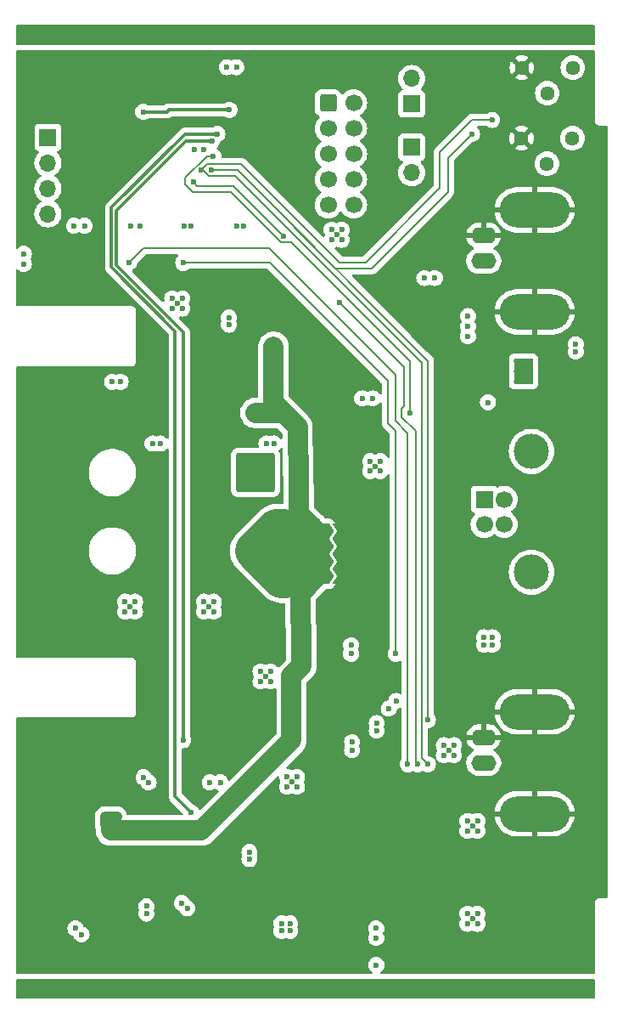
<source format=gbr>
%TF.GenerationSoftware,KiCad,Pcbnew,8.0.0*%
%TF.CreationDate,2024-10-10T18:55:30+02:00*%
%TF.ProjectId,Profiler energetyczny urz_dze_ IoT,50726f66-696c-4657-9220-656e65726765,rev?*%
%TF.SameCoordinates,Original*%
%TF.FileFunction,Copper,L4,Bot*%
%TF.FilePolarity,Positive*%
%FSLAX46Y46*%
G04 Gerber Fmt 4.6, Leading zero omitted, Abs format (unit mm)*
G04 Created by KiCad (PCBNEW 8.0.0) date 2024-10-10 18:55:30*
%MOMM*%
%LPD*%
G01*
G04 APERTURE LIST*
G04 Aperture macros list*
%AMRoundRect*
0 Rectangle with rounded corners*
0 $1 Rounding radius*
0 $2 $3 $4 $5 $6 $7 $8 $9 X,Y pos of 4 corners*
0 Add a 4 corners polygon primitive as box body*
4,1,4,$2,$3,$4,$5,$6,$7,$8,$9,$2,$3,0*
0 Add four circle primitives for the rounded corners*
1,1,$1+$1,$2,$3*
1,1,$1+$1,$4,$5*
1,1,$1+$1,$6,$7*
1,1,$1+$1,$8,$9*
0 Add four rect primitives between the rounded corners*
20,1,$1+$1,$2,$3,$4,$5,0*
20,1,$1+$1,$4,$5,$6,$7,0*
20,1,$1+$1,$6,$7,$8,$9,0*
20,1,$1+$1,$8,$9,$2,$3,0*%
%AMFreePoly0*
4,1,6,1.000000,0.000000,0.500000,-0.750000,-0.500000,-0.750000,-0.500000,0.750000,0.500000,0.750000,1.000000,0.000000,1.000000,0.000000,$1*%
%AMFreePoly1*
4,1,6,0.500000,-0.750000,-0.650000,-0.750000,-0.150000,0.000000,-0.650000,0.750000,0.500000,0.750000,0.500000,-0.750000,0.500000,-0.750000,$1*%
G04 Aperture macros list end*
%TA.AperFunction,HeatsinkPad*%
%ADD10C,0.500000*%
%TD*%
%TA.AperFunction,HeatsinkPad*%
%ADD11R,1.900000X2.500000*%
%TD*%
%TA.AperFunction,ComponentPad*%
%ADD12RoundRect,0.250000X-0.600000X-0.600000X0.600000X-0.600000X0.600000X0.600000X-0.600000X0.600000X0*%
%TD*%
%TA.AperFunction,ComponentPad*%
%ADD13C,1.700000*%
%TD*%
%TA.AperFunction,ComponentPad*%
%ADD14R,1.700000X1.700000*%
%TD*%
%TA.AperFunction,ComponentPad*%
%ADD15O,1.700000X1.700000*%
%TD*%
%TA.AperFunction,ComponentPad*%
%ADD16C,3.500000*%
%TD*%
%TA.AperFunction,ComponentPad*%
%ADD17C,1.440000*%
%TD*%
%TA.AperFunction,ComponentPad*%
%ADD18RoundRect,0.250002X-1.699998X1.699998X-1.699998X-1.699998X1.699998X-1.699998X1.699998X1.699998X0*%
%TD*%
%TA.AperFunction,ComponentPad*%
%ADD19C,3.900000*%
%TD*%
%TA.AperFunction,ComponentPad*%
%ADD20O,2.500000X1.600000*%
%TD*%
%TA.AperFunction,ComponentPad*%
%ADD21O,7.000000X3.500000*%
%TD*%
%TA.AperFunction,SMDPad,CuDef*%
%ADD22FreePoly0,0.000000*%
%TD*%
%TA.AperFunction,SMDPad,CuDef*%
%ADD23FreePoly1,0.000000*%
%TD*%
%TA.AperFunction,ViaPad*%
%ADD24C,0.600000*%
%TD*%
%TA.AperFunction,Conductor*%
%ADD25C,0.304800*%
%TD*%
%TA.AperFunction,Conductor*%
%ADD26C,2.032000*%
%TD*%
%TA.AperFunction,Conductor*%
%ADD27C,1.000000*%
%TD*%
%TA.AperFunction,Conductor*%
%ADD28C,4.064000*%
%TD*%
%TA.AperFunction,Conductor*%
%ADD29C,0.200000*%
%TD*%
G04 APERTURE END LIST*
D10*
%TO.P,U4,9*%
%TO.N,N/C*%
X145437500Y-99250000D03*
X145437500Y-100250000D03*
X145437500Y-101250000D03*
D11*
X146137500Y-100250000D03*
D10*
X146837500Y-99250000D03*
X146837500Y-100250000D03*
X146837500Y-101250000D03*
%TD*%
D12*
%TO.P,U1,1,~{RESET}*%
%TO.N,Net-(U1-~{RESET})*%
X126647500Y-73520000D03*
D13*
%TO.P,U1,2,SWCLK*%
%TO.N,Net-(U1-SWCLK)*%
X129187500Y-73520000D03*
%TO.P,U1,3,SWIM*%
%TO.N,unconnected-(U1-SWIM-Pad3)*%
X126647500Y-76060000D03*
%TO.P,U1,4,SWDIO*%
%TO.N,Net-(U1-SWDIO)*%
X129187500Y-76060000D03*
%TO.P,U1,5,GND*%
%TO.N,GND*%
X126647500Y-78600000D03*
%TO.P,U1,6,GND*%
X129187500Y-78600000D03*
%TO.P,U1,7,3.3V*%
%TO.N,3.3V*%
X126647500Y-81140000D03*
%TO.P,U1,8,3.3V*%
X129187500Y-81140000D03*
%TO.P,U1,9,5V*%
%TO.N,5V*%
X126647500Y-83680000D03*
%TO.P,U1,10,5V*%
X129187500Y-83680000D03*
%TD*%
D14*
%TO.P,J3,1,Pin_1*%
%TO.N,3.3V*%
X135000000Y-73610000D03*
D15*
%TO.P,J3,2,Pin_2*%
%TO.N,+3.3V*%
X135000000Y-71070000D03*
%TD*%
D14*
%TO.P,J1,1,VBUS*%
%TO.N,+5V*%
X142222500Y-113000000D03*
D13*
%TO.P,J1,2,D-*%
%TO.N,unconnected-(J1-D--Pad2)*%
X142222500Y-115500000D03*
%TO.P,J1,3,D+*%
%TO.N,unconnected-(J1-D+-Pad3)*%
X144222500Y-115500000D03*
%TO.P,J1,4,GND*%
%TO.N,GND*%
X144222500Y-113000000D03*
D16*
%TO.P,J1,5,Shield*%
X146932500Y-108230000D03*
X146932500Y-120270000D03*
%TD*%
D17*
%TO.P,RV1,1,1*%
%TO.N,+2V5*%
X151050000Y-70000000D03*
%TO.P,RV1,2,2*%
%TO.N,Net-(U21-S1)*%
X148510000Y-72540000D03*
%TO.P,RV1,3,3*%
%TO.N,GNDA*%
X145970000Y-70000000D03*
%TD*%
D14*
%TO.P,J2,1,Pin_1*%
%TO.N,5V*%
X135000000Y-77925000D03*
D15*
%TO.P,J2,2,Pin_2*%
%TO.N,+5V*%
X135000000Y-80465000D03*
%TD*%
D18*
%TO.P,J5,1,Pin_1*%
%TO.N,/Pomiar pr\u0105du/IN+*%
X119400000Y-110350000D03*
D19*
%TO.P,J5,2,Pin_2*%
%TO.N,GNDS*%
X119400000Y-118150000D03*
%TD*%
D20*
%TO.P,J7,1,In*%
%TO.N,/Sterowanie/Uz*%
X142170000Y-89250000D03*
D21*
%TO.P,J7,2,Ext*%
%TO.N,GNDA*%
X147250000Y-84170000D03*
D20*
X142170000Y-86710000D03*
D21*
X147250000Y-94330000D03*
%TD*%
D17*
%TO.P,RV2,1,1*%
%TO.N,+2V5*%
X151025000Y-77025000D03*
%TO.P,RV2,2,2*%
%TO.N,Net-(U21-S2)*%
X148485000Y-79565000D03*
%TO.P,RV2,3,3*%
%TO.N,GNDA*%
X145945000Y-77025000D03*
%TD*%
D20*
%TO.P,J6,1,In*%
%TO.N,/Sterowanie/UI*%
X142170000Y-139250000D03*
D21*
%TO.P,J6,2,Ext*%
%TO.N,GNDA*%
X147250000Y-134170000D03*
D20*
X142170000Y-136710000D03*
D21*
X147250000Y-144330000D03*
%TD*%
D14*
%TO.P,J4,1,Pin_1*%
%TO.N,+3.3V*%
X98702500Y-76950000D03*
D15*
%TO.P,J4,2,Pin_2*%
%TO.N,Net-(J4-Pin_2)*%
X98702500Y-79490000D03*
%TO.P,J4,3,Pin_3*%
%TO.N,Net-(J4-Pin_3)*%
X98702500Y-82030000D03*
%TO.P,J4,4,Pin_4*%
%TO.N,GND*%
X98702500Y-84570000D03*
%TD*%
D22*
%TO.P,JP2,1,A*%
%TO.N,GNDS*%
X126273214Y-116200000D03*
X126273214Y-117700000D03*
X126273214Y-119200000D03*
X126273214Y-120700000D03*
D23*
%TO.P,JP2,2,B*%
%TO.N,GNDA*%
X127723214Y-116200000D03*
X127723214Y-117700000D03*
X127723214Y-119200000D03*
X127723214Y-120700000D03*
%TD*%
D24*
%TO.N,+5V*%
X108750000Y-141200000D03*
X143050000Y-126750000D03*
X143050000Y-127500000D03*
X151350000Y-97550000D03*
X108250000Y-140700000D03*
X130050000Y-102950000D03*
X115900000Y-141200000D03*
X151350000Y-98300000D03*
X131100000Y-102950000D03*
X142200000Y-126750000D03*
X114850000Y-141200000D03*
X142200000Y-127500000D03*
%TO.N,GND*%
X123050000Y-66750000D03*
X136350000Y-66750000D03*
X142850000Y-161950000D03*
X98350000Y-66750000D03*
X103100000Y-66750000D03*
X135250000Y-161950000D03*
X148700000Y-66750000D03*
X115250000Y-124200000D03*
X119100000Y-161950000D03*
X137300000Y-66750000D03*
X119250000Y-66750000D03*
X130850000Y-110200000D03*
X102000000Y-161950000D03*
X109750000Y-66750000D03*
X140550000Y-154300000D03*
X97400000Y-66750000D03*
X133500000Y-66750000D03*
X130500000Y-161950000D03*
X121950000Y-161950000D03*
X149500000Y-161950000D03*
X100100000Y-161950000D03*
X105950000Y-66750000D03*
X141550000Y-145050000D03*
X99150000Y-161950000D03*
X147600000Y-161950000D03*
X124000000Y-66750000D03*
X121000000Y-161950000D03*
X111100000Y-93000000D03*
X139050000Y-161950000D03*
X103900000Y-161950000D03*
X107850000Y-66750000D03*
X108650000Y-161950000D03*
X136200000Y-161950000D03*
X137150000Y-161950000D03*
X145700000Y-161950000D03*
X114750000Y-123700000D03*
X131850000Y-110200000D03*
X111100000Y-94000000D03*
X138200000Y-137500000D03*
X122100000Y-66750000D03*
X133350000Y-161950000D03*
X125750000Y-161950000D03*
X98200000Y-161950000D03*
X140550000Y-146050000D03*
X106750000Y-161950000D03*
X128600000Y-161950000D03*
X141550000Y-155300000D03*
X141550000Y-154300000D03*
X141050000Y-154800000D03*
X130850000Y-109200000D03*
X138200000Y-138500000D03*
X106400000Y-124200000D03*
X135400000Y-66750000D03*
X138250000Y-66750000D03*
X112450000Y-161950000D03*
X96300000Y-161950000D03*
X127000000Y-86150000D03*
X97250000Y-161950000D03*
X123550000Y-141650000D03*
X102950000Y-161950000D03*
X126850000Y-66750000D03*
X144750000Y-161950000D03*
X130650000Y-66750000D03*
X140950000Y-161950000D03*
X132400000Y-161950000D03*
X106900000Y-66750000D03*
X141550000Y-146050000D03*
X146650000Y-161950000D03*
X143950000Y-66750000D03*
X111500000Y-161950000D03*
X151550000Y-66750000D03*
X132550000Y-66750000D03*
X141100000Y-66750000D03*
X145850000Y-66750000D03*
X111600000Y-93500000D03*
X150450000Y-161950000D03*
X131450000Y-161950000D03*
X120900000Y-130150000D03*
X124950000Y-66750000D03*
X146800000Y-66750000D03*
X147750000Y-66750000D03*
X118150000Y-161950000D03*
X115250000Y-123200000D03*
X152500000Y-66750000D03*
X144900000Y-66750000D03*
X121150000Y-66750000D03*
X131600000Y-66750000D03*
X149650000Y-66750000D03*
X128000000Y-87150000D03*
X112600000Y-66750000D03*
X141900000Y-161950000D03*
X143000000Y-66750000D03*
X127800000Y-66750000D03*
X107700000Y-161950000D03*
X115450000Y-66750000D03*
X100250000Y-66750000D03*
X119900000Y-131150000D03*
X107400000Y-123200000D03*
X106400000Y-123200000D03*
X116250000Y-161950000D03*
X122550000Y-141650000D03*
X112100000Y-93000000D03*
X120050000Y-161950000D03*
X140150000Y-66750000D03*
X129700000Y-66750000D03*
X128000000Y-86150000D03*
X122550000Y-140650000D03*
X140550000Y-145050000D03*
X113400000Y-161950000D03*
X114250000Y-123200000D03*
X129550000Y-161950000D03*
X148550000Y-161950000D03*
X110700000Y-66750000D03*
X112100000Y-94000000D03*
X138100000Y-161950000D03*
X114500000Y-66750000D03*
X102150000Y-66750000D03*
X119900000Y-130150000D03*
X123850000Y-161950000D03*
X106900000Y-123700000D03*
X134450000Y-66750000D03*
X108800000Y-66750000D03*
X104050000Y-66750000D03*
X118300000Y-66750000D03*
X99300000Y-66750000D03*
X124800000Y-161950000D03*
X125900000Y-66750000D03*
X104850000Y-161950000D03*
X105800000Y-161950000D03*
X152350000Y-161950000D03*
X126700000Y-161950000D03*
X120400000Y-130650000D03*
X142050000Y-66750000D03*
X141050000Y-145550000D03*
X139200000Y-138500000D03*
X109600000Y-161950000D03*
X134300000Y-161950000D03*
X117200000Y-161950000D03*
X111650000Y-66750000D03*
X101050000Y-161950000D03*
X120900000Y-131150000D03*
X128750000Y-66750000D03*
X140550000Y-155300000D03*
X96450000Y-66750000D03*
X110550000Y-161950000D03*
X113550000Y-66750000D03*
X101200000Y-66750000D03*
X123050000Y-141150000D03*
X143800000Y-161950000D03*
X127000000Y-87150000D03*
X116400000Y-66750000D03*
X127500000Y-86650000D03*
X120200000Y-66750000D03*
X122900000Y-161950000D03*
X115300000Y-161950000D03*
X139200000Y-66750000D03*
X123550000Y-140650000D03*
X140000000Y-161950000D03*
X114250000Y-124200000D03*
X131350000Y-109700000D03*
X105000000Y-66750000D03*
X151400000Y-161950000D03*
X150600000Y-66750000D03*
X117350000Y-66750000D03*
X127650000Y-161950000D03*
X114350000Y-161950000D03*
X139200000Y-137500000D03*
X138700000Y-138000000D03*
X131850000Y-109200000D03*
X107400000Y-124200000D03*
%TO.N,Net-(U1-~{RESET})*%
X108200000Y-74400000D03*
X116800000Y-74200000D03*
%TO.N,+3.3V*%
X117500000Y-69947500D03*
X106950000Y-85750000D03*
X114250000Y-78150000D03*
X140600000Y-94750000D03*
X101300000Y-85750000D03*
X102350000Y-85750000D03*
X113300000Y-78162400D03*
X116550000Y-69947500D03*
X131500000Y-135300000D03*
X140600000Y-96750000D03*
X107900000Y-85750000D03*
X140600000Y-95800000D03*
X112300000Y-85750000D03*
X113000000Y-85750000D03*
X131500000Y-136050000D03*
X117550000Y-85750000D03*
X142600000Y-103350000D03*
X118200000Y-85750000D03*
%TO.N,+5VA*%
X131450000Y-156700000D03*
X101450000Y-155750000D03*
X131450000Y-159400000D03*
X102050000Y-156350000D03*
X131450000Y-155750000D03*
%TO.N,GNDA*%
X109450000Y-101650000D03*
X131850000Y-123650000D03*
X127700000Y-150800000D03*
X124950000Y-140600000D03*
X115000000Y-106100000D03*
X136300000Y-157500000D03*
X126400000Y-125600000D03*
X134500000Y-148250000D03*
X116650000Y-153200000D03*
X147250000Y-149550000D03*
X126400000Y-126450000D03*
X98000000Y-93000000D03*
X115900000Y-153200000D03*
X131850000Y-122800000D03*
X126850000Y-151550000D03*
X115000000Y-105350000D03*
X126750000Y-157850000D03*
X136200000Y-93750000D03*
X139700000Y-80200000D03*
X124950000Y-139750000D03*
X127600000Y-157850000D03*
X147250000Y-148800000D03*
X109450000Y-100900000D03*
X134500000Y-149100000D03*
X127600000Y-157100000D03*
X126750000Y-157100000D03*
X126850000Y-150800000D03*
X127700000Y-151550000D03*
X115850000Y-105350000D03*
X115850000Y-106100000D03*
X121650000Y-95250000D03*
X138200000Y-133700000D03*
X148100000Y-149550000D03*
X98000000Y-92150000D03*
X122400000Y-95250000D03*
X136300000Y-156650000D03*
X148100000Y-148800000D03*
X96900000Y-157700000D03*
X96900000Y-158550000D03*
X136950000Y-93750000D03*
%TO.N,+2V5*%
X137300000Y-90950000D03*
X122000000Y-155250000D03*
X116750000Y-95600000D03*
X122850000Y-156000000D03*
X105100000Y-101300000D03*
X112065625Y-153234375D03*
X105950000Y-101300000D03*
X96300000Y-88550000D03*
X133450000Y-133100000D03*
X116750000Y-94900000D03*
X112590625Y-153759375D03*
X129050000Y-138000000D03*
X136250000Y-90950000D03*
X96300000Y-89550000D03*
X122850000Y-155250000D03*
X132700000Y-133850000D03*
X129050000Y-137200000D03*
X122000000Y-156000000D03*
%TO.N,-2V5*%
X118800000Y-148850000D03*
X108525000Y-154275000D03*
X118800000Y-148150000D03*
X128950000Y-128400000D03*
X120500000Y-107450000D03*
X109137501Y-107450000D03*
X108525000Y-153550000D03*
X121250430Y-107450000D03*
X109950000Y-107450000D03*
X128950000Y-127550000D03*
%TO.N,GNDS*%
X124000000Y-130400000D03*
X121200000Y-97800000D03*
X119400000Y-104400000D03*
X105600000Y-144600000D03*
X123200000Y-129600000D03*
X124000000Y-129600000D03*
X121200000Y-98600000D03*
X104400000Y-144600000D03*
X105600000Y-145400000D03*
X104400000Y-145400000D03*
X123200000Y-130400000D03*
%TO.N,/Pomiar pr\u0105du/V3*%
X134600000Y-139400000D03*
X106800000Y-89400000D03*
%TO.N,/Pomiar pr\u0105du/V1*%
X127800000Y-93400000D03*
X135600000Y-139400000D03*
%TO.N,/Sterowanie/A0*%
X141000000Y-76600000D03*
X114993800Y-80206200D03*
X136600000Y-135000000D03*
%TO.N,/Sterowanie/UP1*%
X122200000Y-86800000D03*
X113200000Y-81400000D03*
%TO.N,/Pomiar pr\u0105du/M1*%
X134800000Y-104400000D03*
X115200000Y-78812400D03*
%TO.N,/Pomiar pr\u0105du/M3*%
X113000000Y-144200000D03*
X115600000Y-76600000D03*
%TO.N,/Pomiar pr\u0105du/M2*%
X112200000Y-137000000D03*
X115050000Y-77300000D03*
%TO.N,/Sterowanie/A1*%
X136600000Y-139400000D03*
X143000000Y-75200000D03*
X114000000Y-80200000D03*
%TO.N,/Pomiar pr\u0105du/V2*%
X133400000Y-128400000D03*
X112200000Y-89450000D03*
%TD*%
D25*
%TO.N,Net-(U1-~{RESET})*%
X116800000Y-74200000D02*
X110800000Y-74200000D01*
X110800000Y-74200000D02*
X110600000Y-74400000D01*
X110600000Y-74400000D02*
X108200000Y-74400000D01*
D26*
%TO.N,GNDS*%
X121200000Y-103400000D02*
X121200000Y-97800000D01*
D27*
X125385714Y-121300000D02*
X125529464Y-121443750D01*
D26*
X123000000Y-137000000D02*
X123000000Y-130600000D01*
X124000000Y-128223529D02*
X123976471Y-128200000D01*
D27*
X125529464Y-121443750D02*
X124660714Y-122312500D01*
X126273214Y-116200000D02*
X126200000Y-116200000D01*
D26*
X123000000Y-130600000D02*
X124000000Y-129600000D01*
X123976471Y-128200000D02*
X123600000Y-105800000D01*
X105000000Y-146000000D02*
X114000000Y-146000000D01*
D27*
X104400000Y-145400000D02*
X104400000Y-144600000D01*
X105600000Y-144600000D02*
X104400000Y-144600000D01*
D28*
X119400000Y-118150000D02*
X121550000Y-116000000D01*
D26*
X122200000Y-104400000D02*
X123600000Y-105800000D01*
D27*
X124798214Y-115312500D02*
X123739391Y-115312500D01*
X124798214Y-121371324D02*
X123857038Y-122312500D01*
D26*
X119400000Y-104400000D02*
X122200000Y-104400000D01*
D27*
X124660714Y-122312500D02*
X123857038Y-122312500D01*
D28*
X122400000Y-116200000D02*
X122200000Y-116000000D01*
D27*
X125312500Y-115312500D02*
X123712500Y-113712500D01*
D28*
X122400000Y-120800000D02*
X122400000Y-116200000D01*
X119400000Y-118150000D02*
X122050000Y-120800000D01*
D27*
X125385714Y-115312500D02*
X125385714Y-121300000D01*
X124798214Y-115312500D02*
X124798214Y-121371324D01*
D28*
X122050000Y-120800000D02*
X122400000Y-120800000D01*
D26*
X124000000Y-129600000D02*
X124000000Y-128223529D01*
X114000000Y-146000000D02*
X123000000Y-137000000D01*
D27*
X126273214Y-120700000D02*
X125529464Y-121443750D01*
X126200000Y-116200000D02*
X123712500Y-113712500D01*
D26*
X124000000Y-129600000D02*
X123976471Y-128200000D01*
D28*
X121550000Y-116000000D02*
X122200000Y-116000000D01*
D26*
X123600000Y-105800000D02*
X121200000Y-103400000D01*
D29*
%TO.N,/Pomiar pr\u0105du/V3*%
X108200000Y-88000000D02*
X120800000Y-88000000D01*
X133400000Y-105200000D02*
X134600000Y-106400000D01*
X134600000Y-106400000D02*
X134600000Y-139400000D01*
X106800000Y-89400000D02*
X108200000Y-88000000D01*
X133400000Y-100600000D02*
X133400000Y-105200000D01*
X120800000Y-88000000D02*
X133400000Y-100600000D01*
%TO.N,/Pomiar pr\u0105du/V1*%
X127800000Y-93400000D02*
X134200000Y-99800000D01*
X134200000Y-99800000D02*
X134200000Y-103751471D01*
X135400000Y-139200000D02*
X135600000Y-139400000D01*
X134200000Y-103751471D02*
X134000000Y-103951471D01*
X134000000Y-104800000D02*
X135400000Y-106200000D01*
X135400000Y-106200000D02*
X135400000Y-139200000D01*
X134000000Y-103951471D02*
X134000000Y-104800000D01*
%TO.N,/Sterowanie/A0*%
X117606200Y-80206200D02*
X127400000Y-90000000D01*
X136600000Y-99200000D02*
X136600000Y-135000000D01*
X117606200Y-80206200D02*
X136600000Y-99200000D01*
X138600000Y-82400000D02*
X138600000Y-79000000D01*
X114993800Y-80206200D02*
X117606200Y-80206200D01*
X138600000Y-79000000D02*
X141000000Y-76600000D01*
X131000000Y-90000000D02*
X138600000Y-82400000D01*
X127400000Y-90000000D02*
X131000000Y-90000000D01*
%TO.N,/Sterowanie/UP1*%
X113600000Y-81800000D02*
X117200000Y-81800000D01*
X113200000Y-81400000D02*
X113600000Y-81800000D01*
X117200000Y-81800000D02*
X122200000Y-86800000D01*
%TO.N,/Pomiar pr\u0105du/M1*%
X134800000Y-99200000D02*
X134800000Y-104400000D01*
X121951471Y-87400000D02*
X123000000Y-87400000D01*
X123000000Y-87400000D02*
X134800000Y-99200000D01*
X112400000Y-81624265D02*
X113175735Y-82400000D01*
X115200000Y-78812400D02*
X114539071Y-78812400D01*
X113175735Y-82400000D02*
X116951471Y-82400000D01*
X112400000Y-80951471D02*
X112400000Y-81624265D01*
X116951471Y-82400000D02*
X121951471Y-87400000D01*
X114539071Y-78812400D02*
X112400000Y-80951471D01*
D25*
%TO.N,/Pomiar pr\u0105du/M3*%
X105042800Y-89879329D02*
X111400000Y-96236529D01*
X111400000Y-96236529D02*
X111400000Y-142600000D01*
X115600000Y-76600000D02*
X112400000Y-76600000D01*
X112400000Y-76600000D02*
X105042800Y-83957200D01*
X111400000Y-142600000D02*
X113000000Y-144200000D01*
X105042800Y-83957200D02*
X105042800Y-89879329D01*
%TO.N,/Pomiar pr\u0105du/M2*%
X112200000Y-96322633D02*
X112200000Y-137000000D01*
X112500000Y-77300000D02*
X105547600Y-84252400D01*
X105547600Y-84252400D02*
X105547600Y-89670233D01*
X115050000Y-77300000D02*
X112500000Y-77300000D01*
X105547600Y-89670233D02*
X112200000Y-96322633D01*
D29*
%TO.N,/Sterowanie/A1*%
X141000000Y-75200000D02*
X143000000Y-75200000D01*
X114745271Y-80806200D02*
X117406200Y-80806200D01*
X136000000Y-138800000D02*
X136600000Y-139400000D01*
X130400000Y-89400000D02*
X137800000Y-82000000D01*
X114593800Y-79606200D02*
X118006200Y-79606200D01*
X114000000Y-80200000D02*
X114139071Y-80200000D01*
X137800000Y-78400000D02*
X141000000Y-75200000D01*
X136000000Y-99400000D02*
X136000000Y-138800000D01*
X117406200Y-80806200D02*
X136000000Y-99400000D01*
X118006200Y-79606200D02*
X127800000Y-89400000D01*
X137800000Y-82000000D02*
X137800000Y-78400000D01*
X114139071Y-80200000D02*
X114745271Y-80806200D01*
X114000000Y-80200000D02*
X114593800Y-79606200D01*
X127800000Y-89400000D02*
X130400000Y-89400000D01*
%TO.N,/Pomiar pr\u0105du/V2*%
X120850000Y-89450000D02*
X112200000Y-89450000D01*
X132600000Y-101200000D02*
X120850000Y-89450000D01*
X132600000Y-105400000D02*
X132600000Y-101200000D01*
X133400000Y-128400000D02*
X133400000Y-106200000D01*
X133400000Y-106200000D02*
X132600000Y-105400000D01*
%TD*%
%TA.AperFunction,Conductor*%
%TO.N,GND*%
G36*
X153192539Y-65770185D02*
G01*
X153238294Y-65822989D01*
X153249500Y-65874500D01*
X153249500Y-67626000D01*
X153229815Y-67693039D01*
X153177011Y-67738794D01*
X153125500Y-67750000D01*
X95624500Y-67750000D01*
X95557461Y-67730315D01*
X95511706Y-67677511D01*
X95500500Y-67626000D01*
X95500500Y-65874500D01*
X95520185Y-65807461D01*
X95572989Y-65761706D01*
X95624500Y-65750500D01*
X153125500Y-65750500D01*
X153192539Y-65770185D01*
G37*
%TD.AperFunction*%
%TD*%
%TA.AperFunction,Conductor*%
%TO.N,GNDA*%
G36*
X153192539Y-68275185D02*
G01*
X153238294Y-68327989D01*
X153249500Y-68379500D01*
X153249500Y-75315891D01*
X153283608Y-75443187D01*
X153316554Y-75500250D01*
X153349500Y-75557314D01*
X153442686Y-75650500D01*
X153556814Y-75716392D01*
X153684108Y-75750500D01*
X154375500Y-75750500D01*
X154442539Y-75770185D01*
X154488294Y-75822989D01*
X154499500Y-75874500D01*
X154499500Y-152625500D01*
X154479815Y-152692539D01*
X154427011Y-152738294D01*
X154375500Y-152749500D01*
X153684108Y-152749500D01*
X153556812Y-152783608D01*
X153442686Y-152849500D01*
X153442683Y-152849502D01*
X153349502Y-152942683D01*
X153349500Y-152942686D01*
X153283608Y-153056812D01*
X153249500Y-153184108D01*
X153249500Y-160170500D01*
X153229815Y-160237539D01*
X153177011Y-160283294D01*
X153125500Y-160294500D01*
X131961434Y-160294500D01*
X131894395Y-160274815D01*
X131848640Y-160222011D01*
X131838696Y-160152853D01*
X131867721Y-160089297D01*
X131895461Y-160065507D01*
X131952260Y-160029817D01*
X131952259Y-160029817D01*
X131952262Y-160029816D01*
X132079816Y-159902262D01*
X132175789Y-159749522D01*
X132235368Y-159579255D01*
X132255565Y-159400000D01*
X132235368Y-159220745D01*
X132175789Y-159050478D01*
X132079816Y-158897738D01*
X131952262Y-158770184D01*
X131799523Y-158674211D01*
X131629254Y-158614631D01*
X131629249Y-158614630D01*
X131450004Y-158594435D01*
X131449996Y-158594435D01*
X131270750Y-158614630D01*
X131270745Y-158614631D01*
X131100476Y-158674211D01*
X130947737Y-158770184D01*
X130820184Y-158897737D01*
X130724211Y-159050476D01*
X130664631Y-159220745D01*
X130664630Y-159220750D01*
X130644435Y-159399996D01*
X130644435Y-159400003D01*
X130664630Y-159579249D01*
X130664631Y-159579254D01*
X130724211Y-159749523D01*
X130820184Y-159902262D01*
X130947739Y-160029817D01*
X131004539Y-160065507D01*
X131050829Y-160117841D01*
X131061477Y-160186895D01*
X131033102Y-160250743D01*
X130974712Y-160289115D01*
X130938566Y-160294500D01*
X95624500Y-160294500D01*
X95557461Y-160274815D01*
X95511706Y-160222011D01*
X95500500Y-160170500D01*
X95500500Y-155750003D01*
X100644435Y-155750003D01*
X100664630Y-155929249D01*
X100664631Y-155929254D01*
X100724211Y-156099523D01*
X100803054Y-156225000D01*
X100820184Y-156252262D01*
X100947738Y-156379816D01*
X101100478Y-156475789D01*
X101176134Y-156502262D01*
X101209851Y-156514060D01*
X101266627Y-156554782D01*
X101285938Y-156590146D01*
X101324211Y-156699523D01*
X101324212Y-156699524D01*
X101378150Y-156785366D01*
X101420184Y-156852262D01*
X101547738Y-156979816D01*
X101700478Y-157075789D01*
X101870745Y-157135368D01*
X101870750Y-157135369D01*
X102049996Y-157155565D01*
X102050000Y-157155565D01*
X102050004Y-157155565D01*
X102229249Y-157135369D01*
X102229252Y-157135368D01*
X102229255Y-157135368D01*
X102399522Y-157075789D01*
X102552262Y-156979816D01*
X102679816Y-156852262D01*
X102775789Y-156699522D01*
X102835368Y-156529255D01*
X102835369Y-156529249D01*
X102855565Y-156350003D01*
X102855565Y-156349996D01*
X102835369Y-156170750D01*
X102835368Y-156170745D01*
X102831268Y-156159027D01*
X102775789Y-156000478D01*
X102775491Y-156000003D01*
X121194435Y-156000003D01*
X121214630Y-156179249D01*
X121214631Y-156179254D01*
X121274211Y-156349523D01*
X121353549Y-156475788D01*
X121370184Y-156502262D01*
X121497738Y-156629816D01*
X121588080Y-156686582D01*
X121608677Y-156699524D01*
X121650478Y-156725789D01*
X121820739Y-156785366D01*
X121820745Y-156785368D01*
X121820750Y-156785369D01*
X121999996Y-156805565D01*
X122000000Y-156805565D01*
X122000004Y-156805565D01*
X122179249Y-156785369D01*
X122179251Y-156785368D01*
X122179255Y-156785368D01*
X122179258Y-156785366D01*
X122179262Y-156785366D01*
X122245840Y-156762068D01*
X122349522Y-156725789D01*
X122359028Y-156719815D01*
X122426263Y-156700815D01*
X122490971Y-156719815D01*
X122500478Y-156725789D01*
X122552318Y-156743928D01*
X122670737Y-156785366D01*
X122670743Y-156785367D01*
X122670745Y-156785368D01*
X122670746Y-156785368D01*
X122670750Y-156785369D01*
X122849996Y-156805565D01*
X122850000Y-156805565D01*
X122850004Y-156805565D01*
X123029249Y-156785369D01*
X123029252Y-156785368D01*
X123029255Y-156785368D01*
X123199522Y-156725789D01*
X123240560Y-156700003D01*
X130644435Y-156700003D01*
X130664630Y-156879249D01*
X130664631Y-156879254D01*
X130724211Y-157049523D01*
X130778152Y-157135369D01*
X130820184Y-157202262D01*
X130947738Y-157329816D01*
X131100478Y-157425789D01*
X131270745Y-157485368D01*
X131270750Y-157485369D01*
X131449996Y-157505565D01*
X131450000Y-157505565D01*
X131450004Y-157505565D01*
X131629249Y-157485369D01*
X131629252Y-157485368D01*
X131629255Y-157485368D01*
X131799522Y-157425789D01*
X131952262Y-157329816D01*
X132079816Y-157202262D01*
X132175789Y-157049522D01*
X132235368Y-156879255D01*
X132235369Y-156879249D01*
X132255565Y-156700003D01*
X132255565Y-156699996D01*
X132235369Y-156520750D01*
X132235368Y-156520745D01*
X132233029Y-156514060D01*
X132175789Y-156350478D01*
X132138397Y-156290969D01*
X132119397Y-156223737D01*
X132138397Y-156159030D01*
X132175789Y-156099522D01*
X132235368Y-155929255D01*
X132244553Y-155847737D01*
X132255565Y-155750003D01*
X132255565Y-155749996D01*
X132235369Y-155570750D01*
X132235368Y-155570745D01*
X132185859Y-155429257D01*
X132175789Y-155400478D01*
X132112656Y-155300003D01*
X139744435Y-155300003D01*
X139764630Y-155479249D01*
X139764631Y-155479254D01*
X139824211Y-155649523D01*
X139887347Y-155750003D01*
X139920184Y-155802262D01*
X140047738Y-155929816D01*
X140115973Y-155972691D01*
X140160192Y-156000476D01*
X140200478Y-156025789D01*
X140370745Y-156085368D01*
X140370750Y-156085369D01*
X140549996Y-156105565D01*
X140550000Y-156105565D01*
X140550004Y-156105565D01*
X140729249Y-156085369D01*
X140729252Y-156085368D01*
X140729255Y-156085368D01*
X140899522Y-156025789D01*
X140939808Y-156000476D01*
X140984027Y-155972691D01*
X141051264Y-155953690D01*
X141115973Y-155972691D01*
X141200475Y-156025788D01*
X141370745Y-156085368D01*
X141370750Y-156085369D01*
X141549996Y-156105565D01*
X141550000Y-156105565D01*
X141550004Y-156105565D01*
X141729249Y-156085369D01*
X141729252Y-156085368D01*
X141729255Y-156085368D01*
X141899522Y-156025789D01*
X142052262Y-155929816D01*
X142179816Y-155802262D01*
X142275789Y-155649522D01*
X142335368Y-155479255D01*
X142341001Y-155429262D01*
X142355565Y-155300003D01*
X142355565Y-155299996D01*
X142335369Y-155120750D01*
X142335368Y-155120745D01*
X142275788Y-154950475D01*
X142222691Y-154865973D01*
X142203690Y-154798736D01*
X142222691Y-154734027D01*
X142275788Y-154649524D01*
X142275789Y-154649522D01*
X142335368Y-154479255D01*
X142338185Y-154454254D01*
X142355565Y-154300003D01*
X142355565Y-154299996D01*
X142335369Y-154120750D01*
X142335368Y-154120745D01*
X142300016Y-154019716D01*
X142275789Y-153950478D01*
X142268344Y-153938630D01*
X142179815Y-153797737D01*
X142052262Y-153670184D01*
X141899523Y-153574211D01*
X141729254Y-153514631D01*
X141729249Y-153514630D01*
X141550004Y-153494435D01*
X141549996Y-153494435D01*
X141370750Y-153514630D01*
X141370737Y-153514633D01*
X141200479Y-153574209D01*
X141115971Y-153627309D01*
X141048734Y-153646309D01*
X140984029Y-153627309D01*
X140899520Y-153574209D01*
X140729262Y-153514633D01*
X140729249Y-153514630D01*
X140550004Y-153494435D01*
X140549996Y-153494435D01*
X140370750Y-153514630D01*
X140370745Y-153514631D01*
X140200476Y-153574211D01*
X140047737Y-153670184D01*
X139920184Y-153797737D01*
X139824211Y-153950476D01*
X139764631Y-154120745D01*
X139764630Y-154120750D01*
X139744435Y-154299996D01*
X139744435Y-154300003D01*
X139764630Y-154479249D01*
X139764633Y-154479262D01*
X139824209Y-154649520D01*
X139877309Y-154734029D01*
X139896309Y-154801266D01*
X139877309Y-154865971D01*
X139824209Y-154950479D01*
X139764633Y-155120737D01*
X139764630Y-155120750D01*
X139744435Y-155299996D01*
X139744435Y-155300003D01*
X132112656Y-155300003D01*
X132079816Y-155247738D01*
X131952262Y-155120184D01*
X131889209Y-155080565D01*
X131799523Y-155024211D01*
X131629254Y-154964631D01*
X131629249Y-154964630D01*
X131450004Y-154944435D01*
X131449996Y-154944435D01*
X131270750Y-154964630D01*
X131270745Y-154964631D01*
X131100476Y-155024211D01*
X130947737Y-155120184D01*
X130820184Y-155247737D01*
X130724211Y-155400476D01*
X130664631Y-155570745D01*
X130664630Y-155570750D01*
X130644435Y-155749996D01*
X130644435Y-155750003D01*
X130664630Y-155929249D01*
X130664631Y-155929254D01*
X130724212Y-156099525D01*
X130761600Y-156159029D01*
X130780600Y-156226266D01*
X130761600Y-156290971D01*
X130724212Y-156350474D01*
X130664631Y-156520745D01*
X130664630Y-156520750D01*
X130644435Y-156699996D01*
X130644435Y-156700003D01*
X123240560Y-156700003D01*
X123352262Y-156629816D01*
X123479816Y-156502262D01*
X123575789Y-156349522D01*
X123635368Y-156179255D01*
X123635369Y-156179249D01*
X123655565Y-156000003D01*
X123655565Y-155999996D01*
X123635369Y-155820750D01*
X123635366Y-155820737D01*
X123581205Y-155665955D01*
X123577643Y-155596176D01*
X123581205Y-155584045D01*
X123635366Y-155429262D01*
X123635369Y-155429249D01*
X123655565Y-155250003D01*
X123655565Y-155249996D01*
X123635369Y-155070750D01*
X123635368Y-155070745D01*
X123593285Y-154950478D01*
X123575789Y-154900478D01*
X123479816Y-154747738D01*
X123352262Y-154620184D01*
X123239265Y-154549183D01*
X123199523Y-154524211D01*
X123029254Y-154464631D01*
X123029249Y-154464630D01*
X122850004Y-154444435D01*
X122849996Y-154444435D01*
X122670750Y-154464630D01*
X122670745Y-154464631D01*
X122500474Y-154524212D01*
X122490968Y-154530185D01*
X122423731Y-154549183D01*
X122359032Y-154530185D01*
X122349525Y-154524212D01*
X122179254Y-154464631D01*
X122179249Y-154464630D01*
X122000004Y-154444435D01*
X121999996Y-154444435D01*
X121820750Y-154464630D01*
X121820745Y-154464631D01*
X121650476Y-154524211D01*
X121497737Y-154620184D01*
X121370184Y-154747737D01*
X121274211Y-154900476D01*
X121214631Y-155070745D01*
X121214630Y-155070750D01*
X121194435Y-155249996D01*
X121194435Y-155250003D01*
X121214630Y-155429249D01*
X121214632Y-155429257D01*
X121268795Y-155584046D01*
X121272356Y-155653824D01*
X121268795Y-155665954D01*
X121214632Y-155820742D01*
X121214630Y-155820750D01*
X121194435Y-155999996D01*
X121194435Y-156000003D01*
X102775491Y-156000003D01*
X102679816Y-155847738D01*
X102552262Y-155720184D01*
X102399524Y-155624212D01*
X102399523Y-155624211D01*
X102290146Y-155585938D01*
X102233371Y-155545216D01*
X102214060Y-155509851D01*
X102175788Y-155400476D01*
X102081237Y-155250000D01*
X102079816Y-155247738D01*
X101952262Y-155120184D01*
X101889209Y-155080565D01*
X101799523Y-155024211D01*
X101629254Y-154964631D01*
X101629249Y-154964630D01*
X101450004Y-154944435D01*
X101449996Y-154944435D01*
X101270750Y-154964630D01*
X101270745Y-154964631D01*
X101100476Y-155024211D01*
X100947737Y-155120184D01*
X100820184Y-155247737D01*
X100724211Y-155400476D01*
X100664631Y-155570745D01*
X100664630Y-155570750D01*
X100644435Y-155749996D01*
X100644435Y-155750003D01*
X95500500Y-155750003D01*
X95500500Y-154275003D01*
X107719435Y-154275003D01*
X107739630Y-154454249D01*
X107739631Y-154454254D01*
X107799211Y-154624523D01*
X107868019Y-154734029D01*
X107895184Y-154777262D01*
X108022738Y-154904816D01*
X108085791Y-154944435D01*
X108117934Y-154964632D01*
X108175478Y-155000789D01*
X108345745Y-155060368D01*
X108345750Y-155060369D01*
X108524996Y-155080565D01*
X108525000Y-155080565D01*
X108525004Y-155080565D01*
X108704249Y-155060369D01*
X108704252Y-155060368D01*
X108704255Y-155060368D01*
X108874522Y-155000789D01*
X109027262Y-154904816D01*
X109154816Y-154777262D01*
X109250789Y-154624522D01*
X109310368Y-154454255D01*
X109310369Y-154454249D01*
X109330565Y-154275003D01*
X109330565Y-154274996D01*
X109310369Y-154095750D01*
X109310367Y-154095740D01*
X109276416Y-153998717D01*
X109260577Y-153953452D01*
X109257015Y-153883677D01*
X109260573Y-153871560D01*
X109310368Y-153729255D01*
X109310369Y-153729249D01*
X109330565Y-153550003D01*
X109330565Y-153549996D01*
X109310369Y-153370750D01*
X109310368Y-153370745D01*
X109262651Y-153234378D01*
X111260060Y-153234378D01*
X111280255Y-153413624D01*
X111280256Y-153413629D01*
X111339836Y-153583898D01*
X111423088Y-153716392D01*
X111435809Y-153736637D01*
X111563363Y-153864191D01*
X111594375Y-153883677D01*
X111700684Y-153950476D01*
X111716103Y-153960164D01*
X111769917Y-153978994D01*
X111826693Y-154019716D01*
X111846004Y-154055080D01*
X111864836Y-154108898D01*
X111864837Y-154108899D01*
X111872284Y-154120750D01*
X111960809Y-154261637D01*
X112088363Y-154389191D01*
X112176283Y-154444435D01*
X112208426Y-154464632D01*
X112241103Y-154485164D01*
X112352693Y-154524211D01*
X112411370Y-154544743D01*
X112411375Y-154544744D01*
X112590621Y-154564940D01*
X112590625Y-154564940D01*
X112590629Y-154564940D01*
X112769874Y-154544744D01*
X112769877Y-154544743D01*
X112769880Y-154544743D01*
X112940147Y-154485164D01*
X113092887Y-154389191D01*
X113220441Y-154261637D01*
X113316414Y-154108897D01*
X113375993Y-153938630D01*
X113378937Y-153912500D01*
X113396190Y-153759378D01*
X113396190Y-153759371D01*
X113375994Y-153580125D01*
X113375993Y-153580120D01*
X113353077Y-153514630D01*
X113316414Y-153409853D01*
X113220441Y-153257113D01*
X113092887Y-153129559D01*
X112962670Y-153047738D01*
X112940149Y-153033587D01*
X112940148Y-153033586D01*
X112886330Y-153014754D01*
X112829554Y-152974031D01*
X112810244Y-152938667D01*
X112791413Y-152884851D01*
X112703183Y-152744435D01*
X112695441Y-152732113D01*
X112567887Y-152604559D01*
X112415148Y-152508586D01*
X112244879Y-152449006D01*
X112244874Y-152449005D01*
X112065629Y-152428810D01*
X112065621Y-152428810D01*
X111886375Y-152449005D01*
X111886370Y-152449006D01*
X111716101Y-152508586D01*
X111563362Y-152604559D01*
X111435809Y-152732112D01*
X111339836Y-152884851D01*
X111280256Y-153055120D01*
X111280255Y-153055125D01*
X111260060Y-153234371D01*
X111260060Y-153234378D01*
X109262651Y-153234378D01*
X109262650Y-153234375D01*
X109250789Y-153200478D01*
X109154816Y-153047738D01*
X109027262Y-152920184D01*
X108971030Y-152884851D01*
X108874523Y-152824211D01*
X108704254Y-152764631D01*
X108704249Y-152764630D01*
X108525004Y-152744435D01*
X108524996Y-152744435D01*
X108345750Y-152764630D01*
X108345745Y-152764631D01*
X108175476Y-152824211D01*
X108022737Y-152920184D01*
X107895184Y-153047737D01*
X107799211Y-153200476D01*
X107739631Y-153370745D01*
X107739630Y-153370750D01*
X107719435Y-153549996D01*
X107719435Y-153550003D01*
X107739630Y-153729249D01*
X107739632Y-153729257D01*
X107789421Y-153871546D01*
X107792982Y-153941325D01*
X107789421Y-153953454D01*
X107739632Y-154095742D01*
X107739630Y-154095750D01*
X107719435Y-154274996D01*
X107719435Y-154275003D01*
X95500500Y-154275003D01*
X95500500Y-148850003D01*
X117994435Y-148850003D01*
X118014630Y-149029249D01*
X118014631Y-149029254D01*
X118074211Y-149199523D01*
X118170184Y-149352262D01*
X118297738Y-149479816D01*
X118450478Y-149575789D01*
X118620745Y-149635368D01*
X118620750Y-149635369D01*
X118799996Y-149655565D01*
X118800000Y-149655565D01*
X118800004Y-149655565D01*
X118979249Y-149635369D01*
X118979252Y-149635368D01*
X118979255Y-149635368D01*
X119149522Y-149575789D01*
X119302262Y-149479816D01*
X119429816Y-149352262D01*
X119525789Y-149199522D01*
X119585368Y-149029255D01*
X119605565Y-148850000D01*
X119585368Y-148670745D01*
X119585367Y-148670742D01*
X119585366Y-148670737D01*
X119539953Y-148540955D01*
X119536391Y-148471176D01*
X119539953Y-148459045D01*
X119585366Y-148329262D01*
X119585369Y-148329249D01*
X119605565Y-148150003D01*
X119605565Y-148149996D01*
X119585369Y-147970750D01*
X119585368Y-147970745D01*
X119525788Y-147800476D01*
X119429815Y-147647737D01*
X119302262Y-147520184D01*
X119149523Y-147424211D01*
X118979254Y-147364631D01*
X118979249Y-147364630D01*
X118800004Y-147344435D01*
X118799996Y-147344435D01*
X118620750Y-147364630D01*
X118620745Y-147364631D01*
X118450476Y-147424211D01*
X118297737Y-147520184D01*
X118170184Y-147647737D01*
X118074211Y-147800476D01*
X118014631Y-147970745D01*
X118014630Y-147970750D01*
X117994435Y-148149996D01*
X117994435Y-148150003D01*
X118014630Y-148329249D01*
X118014632Y-148329257D01*
X118060047Y-148459046D01*
X118063608Y-148528825D01*
X118060047Y-148540954D01*
X118014632Y-148670742D01*
X118014630Y-148670750D01*
X117994435Y-148849996D01*
X117994435Y-148850003D01*
X95500500Y-148850003D01*
X95500500Y-145498543D01*
X103399499Y-145498543D01*
X103437947Y-145691828D01*
X103437948Y-145691830D01*
X103437949Y-145691835D01*
X103479150Y-145791303D01*
X103487062Y-145858147D01*
X103483500Y-145880643D01*
X103483500Y-146119350D01*
X103520841Y-146355111D01*
X103520841Y-146355112D01*
X103520842Y-146355115D01*
X103594605Y-146582134D01*
X103702973Y-146794819D01*
X103843279Y-146987933D01*
X104012067Y-147156721D01*
X104205181Y-147297027D01*
X104417866Y-147405395D01*
X104644885Y-147479158D01*
X104880649Y-147516500D01*
X104880650Y-147516500D01*
X114119350Y-147516500D01*
X114119351Y-147516500D01*
X114355115Y-147479158D01*
X114582134Y-147405395D01*
X114794819Y-147297027D01*
X114891376Y-147226874D01*
X114987934Y-147156721D01*
X116094652Y-146050003D01*
X139744435Y-146050003D01*
X139764630Y-146229249D01*
X139764631Y-146229254D01*
X139824211Y-146399523D01*
X139913422Y-146541500D01*
X139920184Y-146552262D01*
X140047738Y-146679816D01*
X140200478Y-146775789D01*
X140254863Y-146794819D01*
X140370745Y-146835368D01*
X140370750Y-146835369D01*
X140549996Y-146855565D01*
X140550000Y-146855565D01*
X140550004Y-146855565D01*
X140729249Y-146835369D01*
X140729252Y-146835368D01*
X140729255Y-146835368D01*
X140899522Y-146775789D01*
X140984027Y-146722691D01*
X141051264Y-146703690D01*
X141115973Y-146722691D01*
X141200475Y-146775788D01*
X141370745Y-146835368D01*
X141370750Y-146835369D01*
X141549996Y-146855565D01*
X141550000Y-146855565D01*
X141550004Y-146855565D01*
X141729249Y-146835369D01*
X141729252Y-146835368D01*
X141729255Y-146835368D01*
X141899522Y-146775789D01*
X142052262Y-146679816D01*
X142179816Y-146552262D01*
X142275789Y-146399522D01*
X142335368Y-146229255D01*
X142347751Y-146119351D01*
X142355565Y-146050003D01*
X142355565Y-146049996D01*
X142335369Y-145870750D01*
X142335368Y-145870745D01*
X142275788Y-145700475D01*
X142222691Y-145615973D01*
X142203690Y-145548736D01*
X142222691Y-145484027D01*
X142275788Y-145399524D01*
X142275789Y-145399522D01*
X142335368Y-145229255D01*
X142348733Y-145110635D01*
X142355565Y-145050003D01*
X142355565Y-145049996D01*
X142335369Y-144870750D01*
X142335368Y-144870745D01*
X142275788Y-144700476D01*
X142227199Y-144623148D01*
X142179816Y-144547738D01*
X142052262Y-144420184D01*
X142014265Y-144396309D01*
X141899523Y-144324211D01*
X141729254Y-144264631D01*
X141729249Y-144264630D01*
X141550004Y-144244435D01*
X141549996Y-144244435D01*
X141370750Y-144264630D01*
X141370737Y-144264633D01*
X141200479Y-144324209D01*
X141115971Y-144377309D01*
X141048734Y-144396309D01*
X140984029Y-144377309D01*
X140899520Y-144324209D01*
X140729262Y-144264633D01*
X140729249Y-144264630D01*
X140550004Y-144244435D01*
X140549996Y-144244435D01*
X140370750Y-144264630D01*
X140370745Y-144264631D01*
X140200476Y-144324211D01*
X140047737Y-144420184D01*
X139920184Y-144547737D01*
X139824211Y-144700476D01*
X139764631Y-144870745D01*
X139764630Y-144870750D01*
X139744435Y-145049996D01*
X139744435Y-145050003D01*
X139764630Y-145229249D01*
X139764633Y-145229262D01*
X139824209Y-145399520D01*
X139877309Y-145484029D01*
X139896309Y-145551266D01*
X139877309Y-145615971D01*
X139824209Y-145700479D01*
X139764633Y-145870737D01*
X139764630Y-145870750D01*
X139744435Y-146049996D01*
X139744435Y-146050003D01*
X116094652Y-146050003D01*
X118064654Y-144080000D01*
X143263497Y-144080000D01*
X146275038Y-144080000D01*
X146245000Y-144231016D01*
X146245000Y-144428984D01*
X146275038Y-144580000D01*
X143263498Y-144580000D01*
X143288496Y-144769884D01*
X143288499Y-144769897D01*
X143364835Y-145054790D01*
X143364838Y-145054800D01*
X143477704Y-145327281D01*
X143477709Y-145327292D01*
X143625174Y-145582707D01*
X143625185Y-145582723D01*
X143804729Y-145816709D01*
X143804735Y-145816716D01*
X144013283Y-146025264D01*
X144013290Y-146025270D01*
X144247276Y-146204814D01*
X144247292Y-146204825D01*
X144502707Y-146352290D01*
X144502718Y-146352295D01*
X144775199Y-146465161D01*
X144775209Y-146465164D01*
X145060102Y-146541500D01*
X145060115Y-146541503D01*
X145352516Y-146579998D01*
X145352534Y-146580000D01*
X147000000Y-146580000D01*
X147000000Y-145304961D01*
X147151016Y-145335000D01*
X147348984Y-145335000D01*
X147500000Y-145304961D01*
X147500000Y-146580000D01*
X149147466Y-146580000D01*
X149147483Y-146579998D01*
X149439884Y-146541503D01*
X149439897Y-146541500D01*
X149724790Y-146465164D01*
X149724800Y-146465161D01*
X149997281Y-146352295D01*
X149997292Y-146352290D01*
X150252707Y-146204825D01*
X150252723Y-146204814D01*
X150486709Y-146025270D01*
X150486716Y-146025264D01*
X150695264Y-145816716D01*
X150695270Y-145816709D01*
X150874814Y-145582723D01*
X150874825Y-145582707D01*
X151022290Y-145327292D01*
X151022295Y-145327281D01*
X151135161Y-145054800D01*
X151135164Y-145054790D01*
X151211500Y-144769897D01*
X151211503Y-144769884D01*
X151236502Y-144580000D01*
X148224962Y-144580000D01*
X148255000Y-144428984D01*
X148255000Y-144231016D01*
X148224962Y-144080000D01*
X151236502Y-144080000D01*
X151211503Y-143890115D01*
X151211500Y-143890102D01*
X151135164Y-143605209D01*
X151135161Y-143605199D01*
X151022295Y-143332718D01*
X151022290Y-143332707D01*
X150874825Y-143077292D01*
X150874814Y-143077276D01*
X150695270Y-142843290D01*
X150695264Y-142843283D01*
X150486716Y-142634735D01*
X150486709Y-142634729D01*
X150252723Y-142455185D01*
X150252707Y-142455174D01*
X149997292Y-142307709D01*
X149997281Y-142307704D01*
X149724800Y-142194838D01*
X149724790Y-142194835D01*
X149439897Y-142118499D01*
X149439884Y-142118496D01*
X149147483Y-142080001D01*
X149147466Y-142080000D01*
X147500000Y-142080000D01*
X147500000Y-143355038D01*
X147348984Y-143325000D01*
X147151016Y-143325000D01*
X147000000Y-143355038D01*
X147000000Y-142080000D01*
X145352534Y-142080000D01*
X145352516Y-142080001D01*
X145060115Y-142118496D01*
X145060102Y-142118499D01*
X144775209Y-142194835D01*
X144775199Y-142194838D01*
X144502718Y-142307704D01*
X144502707Y-142307709D01*
X144247292Y-142455174D01*
X144247276Y-142455185D01*
X144013290Y-142634729D01*
X144013283Y-142634735D01*
X143804735Y-142843283D01*
X143804729Y-142843290D01*
X143625185Y-143077276D01*
X143625174Y-143077292D01*
X143477709Y-143332707D01*
X143477704Y-143332718D01*
X143364838Y-143605199D01*
X143364835Y-143605209D01*
X143288499Y-143890102D01*
X143288496Y-143890115D01*
X143263497Y-144080000D01*
X118064654Y-144080000D01*
X121537071Y-140607582D01*
X121598392Y-140574099D01*
X121668084Y-140579083D01*
X121724017Y-140620955D01*
X121747970Y-140681381D01*
X121764630Y-140829250D01*
X121764633Y-140829262D01*
X121824209Y-140999520D01*
X121877309Y-141084029D01*
X121896309Y-141151266D01*
X121877309Y-141215971D01*
X121824209Y-141300479D01*
X121764633Y-141470737D01*
X121764630Y-141470750D01*
X121744435Y-141649996D01*
X121744435Y-141650003D01*
X121764630Y-141829249D01*
X121764631Y-141829254D01*
X121824211Y-141999523D01*
X121874779Y-142080001D01*
X121920184Y-142152262D01*
X122047738Y-142279816D01*
X122138080Y-142336582D01*
X122184704Y-142365878D01*
X122200478Y-142375789D01*
X122370745Y-142435368D01*
X122370750Y-142435369D01*
X122549996Y-142455565D01*
X122550000Y-142455565D01*
X122550004Y-142455565D01*
X122729249Y-142435369D01*
X122729252Y-142435368D01*
X122729255Y-142435368D01*
X122899522Y-142375789D01*
X122915296Y-142365878D01*
X122984027Y-142322691D01*
X123051264Y-142303690D01*
X123115973Y-142322691D01*
X123200475Y-142375788D01*
X123370745Y-142435368D01*
X123370750Y-142435369D01*
X123549996Y-142455565D01*
X123550000Y-142455565D01*
X123550004Y-142455565D01*
X123729249Y-142435369D01*
X123729252Y-142435368D01*
X123729255Y-142435368D01*
X123899522Y-142375789D01*
X124052262Y-142279816D01*
X124179816Y-142152262D01*
X124275789Y-141999522D01*
X124335368Y-141829255D01*
X124355565Y-141650000D01*
X124344244Y-141549524D01*
X124335369Y-141470750D01*
X124335368Y-141470745D01*
X124275788Y-141300475D01*
X124222691Y-141215973D01*
X124203690Y-141148736D01*
X124222691Y-141084027D01*
X124275788Y-140999524D01*
X124275789Y-140999522D01*
X124335368Y-140829255D01*
X124349931Y-140700003D01*
X124355565Y-140650003D01*
X124355565Y-140649996D01*
X124335369Y-140470750D01*
X124335368Y-140470745D01*
X124315733Y-140414631D01*
X124275789Y-140300478D01*
X124179816Y-140147738D01*
X124052262Y-140020184D01*
X123984027Y-139977309D01*
X123899523Y-139924211D01*
X123729254Y-139864631D01*
X123729249Y-139864630D01*
X123550004Y-139844435D01*
X123549996Y-139844435D01*
X123370750Y-139864630D01*
X123370737Y-139864633D01*
X123200479Y-139924209D01*
X123115971Y-139977309D01*
X123048734Y-139996309D01*
X122984029Y-139977309D01*
X122899520Y-139924209D01*
X122729262Y-139864633D01*
X122729250Y-139864630D01*
X122581381Y-139847970D01*
X122516967Y-139820903D01*
X122477412Y-139763309D01*
X122475275Y-139693472D01*
X122507582Y-139637071D01*
X124144652Y-138000003D01*
X128244435Y-138000003D01*
X128264630Y-138179249D01*
X128264631Y-138179254D01*
X128324211Y-138349523D01*
X128357679Y-138402786D01*
X128420184Y-138502262D01*
X128547738Y-138629816D01*
X128700478Y-138725789D01*
X128827352Y-138770184D01*
X128870745Y-138785368D01*
X128870750Y-138785369D01*
X129049996Y-138805565D01*
X129050000Y-138805565D01*
X129050004Y-138805565D01*
X129229249Y-138785369D01*
X129229252Y-138785368D01*
X129229255Y-138785368D01*
X129399522Y-138725789D01*
X129552262Y-138629816D01*
X129679816Y-138502262D01*
X129775789Y-138349522D01*
X129835368Y-138179255D01*
X129835369Y-138179249D01*
X129855565Y-138000003D01*
X129855565Y-137999996D01*
X129835369Y-137820750D01*
X129835366Y-137820737D01*
X129773489Y-137643905D01*
X129775637Y-137643153D01*
X129766035Y-137584872D01*
X129774392Y-137556411D01*
X129773489Y-137556095D01*
X129835366Y-137379262D01*
X129835369Y-137379249D01*
X129855565Y-137200003D01*
X129855565Y-137199996D01*
X129835369Y-137020750D01*
X129835368Y-137020745D01*
X129828108Y-136999996D01*
X129775789Y-136850478D01*
X129773169Y-136846309D01*
X129690431Y-136714632D01*
X129679816Y-136697738D01*
X129552262Y-136570184D01*
X129543569Y-136564722D01*
X129399523Y-136474211D01*
X129229254Y-136414631D01*
X129229249Y-136414630D01*
X129050004Y-136394435D01*
X129049996Y-136394435D01*
X128870750Y-136414630D01*
X128870745Y-136414631D01*
X128700476Y-136474211D01*
X128547737Y-136570184D01*
X128420184Y-136697737D01*
X128324211Y-136850476D01*
X128264631Y-137020745D01*
X128264630Y-137020750D01*
X128244435Y-137199996D01*
X128244435Y-137200003D01*
X128264630Y-137379249D01*
X128264633Y-137379262D01*
X128326510Y-137556094D01*
X128324364Y-137556844D01*
X128333962Y-137615144D01*
X128325609Y-137643590D01*
X128326510Y-137643906D01*
X128264633Y-137820737D01*
X128264630Y-137820750D01*
X128244435Y-137999996D01*
X128244435Y-138000003D01*
X124144652Y-138000003D01*
X124156721Y-137987934D01*
X124256572Y-137850500D01*
X124297027Y-137794819D01*
X124405395Y-137582134D01*
X124479158Y-137355115D01*
X124516500Y-137119351D01*
X124516500Y-136050003D01*
X130694435Y-136050003D01*
X130714630Y-136229249D01*
X130714631Y-136229254D01*
X130774211Y-136399523D01*
X130812212Y-136460000D01*
X130870184Y-136552262D01*
X130997738Y-136679816D01*
X131053149Y-136714633D01*
X131147966Y-136774211D01*
X131150478Y-136775789D01*
X131278932Y-136820737D01*
X131320745Y-136835368D01*
X131320750Y-136835369D01*
X131499996Y-136855565D01*
X131500000Y-136855565D01*
X131500004Y-136855565D01*
X131679249Y-136835369D01*
X131679252Y-136835368D01*
X131679255Y-136835368D01*
X131849522Y-136775789D01*
X132002262Y-136679816D01*
X132129816Y-136552262D01*
X132225789Y-136399522D01*
X132285368Y-136229255D01*
X132285369Y-136229249D01*
X132305565Y-136050003D01*
X132305565Y-136049996D01*
X132285369Y-135870750D01*
X132285366Y-135870737D01*
X132231205Y-135715955D01*
X132227643Y-135646176D01*
X132231205Y-135634045D01*
X132285366Y-135479262D01*
X132285369Y-135479249D01*
X132305565Y-135300003D01*
X132305565Y-135299996D01*
X132285369Y-135120750D01*
X132285368Y-135120745D01*
X132264329Y-135060620D01*
X132225789Y-134950478D01*
X132129816Y-134797738D01*
X132002262Y-134670184D01*
X131970934Y-134650499D01*
X131849523Y-134574211D01*
X131679254Y-134514631D01*
X131679249Y-134514630D01*
X131500004Y-134494435D01*
X131499996Y-134494435D01*
X131320750Y-134514630D01*
X131320745Y-134514631D01*
X131150476Y-134574211D01*
X130997737Y-134670184D01*
X130870184Y-134797737D01*
X130774211Y-134950476D01*
X130714631Y-135120745D01*
X130714630Y-135120750D01*
X130694435Y-135299996D01*
X130694435Y-135300003D01*
X130714630Y-135479249D01*
X130714632Y-135479257D01*
X130768795Y-135634046D01*
X130772356Y-135703824D01*
X130768795Y-135715954D01*
X130714632Y-135870742D01*
X130714630Y-135870750D01*
X130694435Y-136049996D01*
X130694435Y-136050003D01*
X124516500Y-136050003D01*
X124516500Y-131279516D01*
X124536185Y-131212477D01*
X124552815Y-131191839D01*
X124990838Y-130753815D01*
X125003955Y-130742421D01*
X125007231Y-130739957D01*
X125080645Y-130664031D01*
X125082049Y-130662605D01*
X125156715Y-130587940D01*
X125156716Y-130587939D01*
X125156716Y-130587938D01*
X125156722Y-130587933D01*
X125159133Y-130584613D01*
X125170314Y-130571297D01*
X125173159Y-130568356D01*
X125233786Y-130481889D01*
X125234972Y-130480230D01*
X125281267Y-130416510D01*
X125281273Y-130416502D01*
X125297027Y-130394819D01*
X125298883Y-130391174D01*
X125307852Y-130376259D01*
X125310200Y-130372912D01*
X125310200Y-130372911D01*
X125310202Y-130372909D01*
X125331528Y-130329255D01*
X125356585Y-130277963D01*
X125357413Y-130276302D01*
X125403195Y-130186450D01*
X125405092Y-130183063D01*
X125405392Y-130182139D01*
X125405395Y-130182134D01*
X125405396Y-130182133D01*
X125406664Y-130178228D01*
X125413178Y-130162121D01*
X125414979Y-130158436D01*
X125445936Y-130057411D01*
X125446518Y-130055569D01*
X125479156Y-129955123D01*
X125479159Y-129955113D01*
X125479798Y-129951076D01*
X125483721Y-129934110D01*
X125484916Y-129930212D01*
X125484918Y-129930201D01*
X125499674Y-129825692D01*
X125499970Y-129823711D01*
X125516500Y-129719351D01*
X125516500Y-129715245D01*
X125517718Y-129697908D01*
X125518291Y-129693851D01*
X125517562Y-129650500D01*
X125516518Y-129588354D01*
X125516500Y-129586270D01*
X125516500Y-128400003D01*
X128144435Y-128400003D01*
X128164630Y-128579249D01*
X128164631Y-128579254D01*
X128224211Y-128749523D01*
X128320184Y-128902262D01*
X128447738Y-129029816D01*
X128600478Y-129125789D01*
X128767144Y-129184108D01*
X128770745Y-129185368D01*
X128770750Y-129185369D01*
X128949996Y-129205565D01*
X128950000Y-129205565D01*
X128950004Y-129205565D01*
X129129249Y-129185369D01*
X129129252Y-129185368D01*
X129129255Y-129185368D01*
X129299522Y-129125789D01*
X129452262Y-129029816D01*
X129579816Y-128902262D01*
X129675789Y-128749522D01*
X129735368Y-128579255D01*
X129755565Y-128400000D01*
X129749348Y-128344823D01*
X129735369Y-128220750D01*
X129735366Y-128220737D01*
X129675789Y-128050479D01*
X129675789Y-128050478D01*
X129669815Y-128040971D01*
X129650815Y-127973737D01*
X129669816Y-127909027D01*
X129675789Y-127899522D01*
X129735368Y-127729255D01*
X129741002Y-127679254D01*
X129755565Y-127550003D01*
X129755565Y-127549996D01*
X129735369Y-127370750D01*
X129735368Y-127370745D01*
X129675788Y-127200476D01*
X129612354Y-127099522D01*
X129579816Y-127047738D01*
X129452262Y-126920184D01*
X129299523Y-126824211D01*
X129129254Y-126764631D01*
X129129249Y-126764630D01*
X128950004Y-126744435D01*
X128949996Y-126744435D01*
X128770750Y-126764630D01*
X128770745Y-126764631D01*
X128600476Y-126824211D01*
X128447737Y-126920184D01*
X128320184Y-127047737D01*
X128224211Y-127200476D01*
X128164631Y-127370745D01*
X128164630Y-127370750D01*
X128144435Y-127549996D01*
X128144435Y-127550003D01*
X128164630Y-127729249D01*
X128164631Y-127729254D01*
X128224212Y-127899525D01*
X128230185Y-127909032D01*
X128249183Y-127976269D01*
X128230185Y-128040968D01*
X128224212Y-128050474D01*
X128164631Y-128220745D01*
X128164630Y-128220750D01*
X128144435Y-128399996D01*
X128144435Y-128400003D01*
X125516500Y-128400003D01*
X125516500Y-128104180D01*
X125516500Y-128104178D01*
X125489976Y-127936718D01*
X125488468Y-127919420D01*
X125406380Y-123035215D01*
X125424935Y-122967857D01*
X125442700Y-122945433D01*
X125444917Y-122943216D01*
X125444916Y-122943216D01*
X126306603Y-122081531D01*
X126365188Y-122022946D01*
X126365192Y-122022941D01*
X126396319Y-121991816D01*
X126457643Y-121958333D01*
X126483997Y-121955500D01*
X126773198Y-121955500D01*
X126773214Y-121955500D01*
X126836736Y-121951493D01*
X126975450Y-121913283D01*
X127097780Y-121837540D01*
X127193815Y-121730401D01*
X127693815Y-120980401D01*
X127703000Y-120966110D01*
X127760562Y-120834246D01*
X127778643Y-120691506D01*
X127755776Y-120549454D01*
X127693815Y-120419599D01*
X127426603Y-120018782D01*
X127405796Y-119952084D01*
X127424351Y-119884723D01*
X127426604Y-119881217D01*
X127453962Y-119840181D01*
X127693815Y-119480401D01*
X127703000Y-119466110D01*
X127760562Y-119334246D01*
X127778602Y-119191830D01*
X127778643Y-119191509D01*
X127778643Y-119191506D01*
X127755776Y-119049454D01*
X127693815Y-118919599D01*
X127426603Y-118518782D01*
X127405796Y-118452084D01*
X127424351Y-118384723D01*
X127426604Y-118381217D01*
X127469530Y-118316829D01*
X127693815Y-117980401D01*
X127703000Y-117966110D01*
X127760562Y-117834246D01*
X127778643Y-117691506D01*
X127755776Y-117549454D01*
X127693815Y-117419599D01*
X127426603Y-117018782D01*
X127405796Y-116952084D01*
X127424351Y-116884723D01*
X127426604Y-116881217D01*
X127453196Y-116841330D01*
X127693815Y-116480401D01*
X127703000Y-116466110D01*
X127760562Y-116334246D01*
X127778643Y-116191506D01*
X127755776Y-116049454D01*
X127693815Y-115919599D01*
X127414082Y-115499999D01*
X127193816Y-115169600D01*
X127155245Y-115118968D01*
X127059893Y-115036344D01*
X127046508Y-115024746D01*
X127046504Y-115024744D01*
X126915633Y-114964976D01*
X126915628Y-114964975D01*
X126773214Y-114944500D01*
X126410782Y-114944500D01*
X126343743Y-114924815D01*
X126323101Y-114908181D01*
X126303108Y-114888188D01*
X126276228Y-114847960D01*
X126272346Y-114838586D01*
X126261377Y-114822169D01*
X126162853Y-114674717D01*
X126023499Y-114535363D01*
X126023491Y-114535357D01*
X125859630Y-114425869D01*
X125859631Y-114425869D01*
X125854709Y-114423830D01*
X125850250Y-114421983D01*
X125810026Y-114395105D01*
X125287245Y-113872324D01*
X125253760Y-113811001D01*
X125250944Y-113786727D01*
X125245514Y-113463664D01*
X125116518Y-105788342D01*
X125116500Y-105786258D01*
X125116500Y-105680654D01*
X125116500Y-105680649D01*
X125115857Y-105676593D01*
X125114348Y-105659284D01*
X125114280Y-105655182D01*
X125095990Y-105551067D01*
X125095703Y-105549348D01*
X125079159Y-105444886D01*
X125077890Y-105440982D01*
X125073691Y-105424120D01*
X125072982Y-105420079D01*
X125038669Y-105320220D01*
X125038029Y-105318302D01*
X125005397Y-105217869D01*
X125005395Y-105217865D01*
X125003536Y-105214217D01*
X124996744Y-105198202D01*
X124995415Y-105194334D01*
X124995414Y-105194331D01*
X124945887Y-105101040D01*
X124944975Y-105099287D01*
X124897027Y-105005182D01*
X124894613Y-105001859D01*
X124885412Y-104987124D01*
X124883487Y-104983498D01*
X124820018Y-104899158D01*
X124818783Y-104897488D01*
X124756725Y-104812070D01*
X124753819Y-104809164D01*
X124742418Y-104796040D01*
X124739960Y-104792773D01*
X124664079Y-104719400D01*
X124662594Y-104717939D01*
X122752819Y-102808164D01*
X122719334Y-102746841D01*
X122716500Y-102720483D01*
X122716500Y-97680649D01*
X122695806Y-97549996D01*
X122679158Y-97444885D01*
X122605395Y-97217866D01*
X122497027Y-97005181D01*
X122356721Y-96812067D01*
X122187933Y-96643279D01*
X121994819Y-96502973D01*
X121782134Y-96394605D01*
X121555115Y-96320842D01*
X121555113Y-96320841D01*
X121555111Y-96320841D01*
X121390498Y-96294768D01*
X121319351Y-96283500D01*
X121080649Y-96283500D01*
X121025995Y-96292156D01*
X120844888Y-96320841D01*
X120844887Y-96320841D01*
X120617863Y-96394606D01*
X120405180Y-96502973D01*
X120299163Y-96580000D01*
X120212067Y-96643279D01*
X120212065Y-96643281D01*
X120212064Y-96643281D01*
X120043281Y-96812064D01*
X120043281Y-96812065D01*
X120043279Y-96812067D01*
X120034456Y-96824211D01*
X119902973Y-97005180D01*
X119794606Y-97217863D01*
X119720841Y-97444887D01*
X119720841Y-97444888D01*
X119683500Y-97680649D01*
X119683500Y-102759500D01*
X119663815Y-102826539D01*
X119611011Y-102872294D01*
X119559500Y-102883500D01*
X119280649Y-102883500D01*
X119225995Y-102892156D01*
X119044888Y-102920841D01*
X119044887Y-102920841D01*
X118817863Y-102994606D01*
X118605180Y-103102973D01*
X118511901Y-103170745D01*
X118412067Y-103243279D01*
X118412065Y-103243281D01*
X118412064Y-103243281D01*
X118243281Y-103412064D01*
X118243281Y-103412065D01*
X118243279Y-103412067D01*
X118214076Y-103452262D01*
X118102973Y-103605180D01*
X117994606Y-103817863D01*
X117920841Y-104044887D01*
X117920841Y-104044888D01*
X117883500Y-104280649D01*
X117883500Y-104519350D01*
X117920841Y-104755111D01*
X117920841Y-104755112D01*
X117920842Y-104755115D01*
X117978503Y-104932578D01*
X117994606Y-104982136D01*
X118018900Y-105029816D01*
X118102973Y-105194819D01*
X118243279Y-105387933D01*
X118412067Y-105556721D01*
X118605181Y-105697027D01*
X118817866Y-105805395D01*
X119044885Y-105879158D01*
X119280649Y-105916500D01*
X121520483Y-105916500D01*
X121587522Y-105936185D01*
X121608164Y-105952819D01*
X122058561Y-106403216D01*
X122092046Y-106464539D01*
X122094862Y-106488813D01*
X122101242Y-106868426D01*
X122082687Y-106935787D01*
X122030660Y-106982423D01*
X121961678Y-106993527D01*
X121897644Y-106965574D01*
X121880311Y-106947820D01*
X121880244Y-106947736D01*
X121752692Y-106820184D01*
X121599953Y-106724211D01*
X121429684Y-106664631D01*
X121429679Y-106664630D01*
X121250434Y-106644435D01*
X121250426Y-106644435D01*
X121071180Y-106664630D01*
X121071172Y-106664632D01*
X120916169Y-106718870D01*
X120846390Y-106722431D01*
X120834261Y-106718870D01*
X120679257Y-106664632D01*
X120679249Y-106664630D01*
X120500004Y-106644435D01*
X120499996Y-106644435D01*
X120320750Y-106664630D01*
X120320745Y-106664631D01*
X120150476Y-106724211D01*
X119997737Y-106820184D01*
X119870184Y-106947737D01*
X119774211Y-107100476D01*
X119714631Y-107270745D01*
X119714630Y-107270750D01*
X119694435Y-107449996D01*
X119694435Y-107450003D01*
X119714630Y-107629249D01*
X119714632Y-107629257D01*
X119751474Y-107734546D01*
X119755035Y-107804325D01*
X119720306Y-107864952D01*
X119658312Y-107897179D01*
X119634432Y-107899500D01*
X117650000Y-107899500D01*
X117649983Y-107899501D01*
X117547204Y-107910000D01*
X117547201Y-107910001D01*
X117380669Y-107965185D01*
X117380664Y-107965187D01*
X117231343Y-108057290D01*
X117107290Y-108181343D01*
X117015187Y-108330664D01*
X117015186Y-108330667D01*
X116960001Y-108497204D01*
X116960001Y-108497205D01*
X116960000Y-108497205D01*
X116949500Y-108599985D01*
X116949500Y-112099999D01*
X116949501Y-112100016D01*
X116960000Y-112202795D01*
X116960001Y-112202798D01*
X116995047Y-112308558D01*
X117015186Y-112369333D01*
X117107289Y-112518655D01*
X117231345Y-112642711D01*
X117380667Y-112734814D01*
X117547204Y-112789999D01*
X117649993Y-112800500D01*
X121150006Y-112800499D01*
X121252796Y-112789999D01*
X121419333Y-112734814D01*
X121568655Y-112642711D01*
X121692711Y-112518655D01*
X121784814Y-112369333D01*
X121839999Y-112202796D01*
X121850500Y-112100007D01*
X121850499Y-108599994D01*
X121839999Y-108497204D01*
X121784814Y-108330667D01*
X121784810Y-108330661D01*
X121784809Y-108330658D01*
X121728200Y-108238881D01*
X121709759Y-108171489D01*
X121730681Y-108104825D01*
X121748495Y-108085467D01*
X121747768Y-108084740D01*
X121792791Y-108039717D01*
X121880246Y-107952262D01*
X121891260Y-107934732D01*
X121943593Y-107888440D01*
X122012646Y-107877790D01*
X122076495Y-107906164D01*
X122114869Y-107964553D01*
X122120237Y-107998618D01*
X122210033Y-113341416D01*
X122191478Y-113408777D01*
X122139451Y-113455413D01*
X122086051Y-113467500D01*
X121407773Y-113467500D01*
X121125134Y-113499346D01*
X121125118Y-113499348D01*
X120847813Y-113562641D01*
X120847797Y-113562646D01*
X120579333Y-113656586D01*
X120579319Y-113656592D01*
X120535220Y-113677830D01*
X120535219Y-113677830D01*
X120323057Y-113780000D01*
X120082207Y-113931337D01*
X119859818Y-114108685D01*
X117508685Y-116459818D01*
X117331337Y-116682207D01*
X117180000Y-116923057D01*
X117056593Y-117179316D01*
X117056590Y-117179324D01*
X116962646Y-117447798D01*
X116962642Y-117447810D01*
X116899348Y-117725122D01*
X116899345Y-117725136D01*
X116867501Y-118007770D01*
X116867501Y-118292229D01*
X116899345Y-118574863D01*
X116899348Y-118574877D01*
X116962642Y-118852189D01*
X116962646Y-118852201D01*
X117056590Y-119120675D01*
X117056593Y-119120683D01*
X117180000Y-119376942D01*
X117231353Y-119458670D01*
X117331338Y-119617794D01*
X117508686Y-119840182D01*
X120359818Y-122691314D01*
X120582206Y-122868662D01*
X120700858Y-122943216D01*
X120823053Y-123019997D01*
X120854661Y-123035218D01*
X120996027Y-123103295D01*
X121079327Y-123143411D01*
X121079333Y-123143413D01*
X121347797Y-123237353D01*
X121347802Y-123237354D01*
X121347809Y-123237357D01*
X121625122Y-123300652D01*
X121907774Y-123332499D01*
X121907775Y-123332500D01*
X121907778Y-123332500D01*
X122256017Y-123332500D01*
X122323056Y-123352185D01*
X122368811Y-123404989D01*
X122379999Y-123454416D01*
X122459954Y-128211716D01*
X122459972Y-128213800D01*
X122459972Y-128319359D01*
X122460614Y-128323412D01*
X122462121Y-128340685D01*
X122462191Y-128344795D01*
X122462191Y-128344823D01*
X122472023Y-128929856D01*
X122453468Y-128997217D01*
X122435722Y-129019621D01*
X121843280Y-129612064D01*
X121843275Y-129612069D01*
X121790351Y-129684915D01*
X121790350Y-129684917D01*
X121770934Y-129711640D01*
X121715603Y-129754305D01*
X121645990Y-129760283D01*
X121584195Y-129727676D01*
X121565623Y-129704725D01*
X121561340Y-129697908D01*
X121529816Y-129647738D01*
X121402262Y-129520184D01*
X121364265Y-129496309D01*
X121249523Y-129424211D01*
X121079254Y-129364631D01*
X121079249Y-129364630D01*
X120900004Y-129344435D01*
X120899996Y-129344435D01*
X120720750Y-129364630D01*
X120720737Y-129364633D01*
X120550479Y-129424209D01*
X120465971Y-129477309D01*
X120398734Y-129496309D01*
X120334029Y-129477309D01*
X120249520Y-129424209D01*
X120079262Y-129364633D01*
X120079249Y-129364630D01*
X119900004Y-129344435D01*
X119899996Y-129344435D01*
X119720750Y-129364630D01*
X119720745Y-129364631D01*
X119550476Y-129424211D01*
X119397737Y-129520184D01*
X119270184Y-129647737D01*
X119174211Y-129800476D01*
X119114631Y-129970745D01*
X119114630Y-129970750D01*
X119094435Y-130149996D01*
X119094435Y-130150003D01*
X119114630Y-130329249D01*
X119114633Y-130329262D01*
X119174209Y-130499520D01*
X119227309Y-130584029D01*
X119246309Y-130651266D01*
X119227309Y-130715971D01*
X119174209Y-130800479D01*
X119114633Y-130970737D01*
X119114630Y-130970750D01*
X119094435Y-131149996D01*
X119094435Y-131150003D01*
X119114630Y-131329249D01*
X119114631Y-131329254D01*
X119174211Y-131499523D01*
X119270184Y-131652262D01*
X119397738Y-131779816D01*
X119550478Y-131875789D01*
X119627594Y-131902773D01*
X119720745Y-131935368D01*
X119720750Y-131935369D01*
X119899996Y-131955565D01*
X119900000Y-131955565D01*
X119900004Y-131955565D01*
X120079249Y-131935369D01*
X120079252Y-131935368D01*
X120079255Y-131935368D01*
X120249522Y-131875789D01*
X120323767Y-131829138D01*
X120334027Y-131822691D01*
X120401264Y-131803690D01*
X120465973Y-131822691D01*
X120550475Y-131875788D01*
X120720745Y-131935368D01*
X120720750Y-131935369D01*
X120899996Y-131955565D01*
X120900000Y-131955565D01*
X120900004Y-131955565D01*
X121079249Y-131935369D01*
X121079252Y-131935368D01*
X121079255Y-131935368D01*
X121249522Y-131875789D01*
X121293527Y-131848139D01*
X121360764Y-131829138D01*
X121427599Y-131849505D01*
X121472814Y-131902773D01*
X121483500Y-131953132D01*
X121483500Y-136320482D01*
X121463815Y-136387521D01*
X121447181Y-136408163D01*
X116863594Y-140991749D01*
X116802271Y-141025234D01*
X116732579Y-141020250D01*
X116676646Y-140978378D01*
X116658871Y-140945022D01*
X116635858Y-140879255D01*
X116625789Y-140850478D01*
X116529816Y-140697738D01*
X116402262Y-140570184D01*
X116359028Y-140543018D01*
X116249523Y-140474211D01*
X116079254Y-140414631D01*
X116079249Y-140414630D01*
X115900004Y-140394435D01*
X115899996Y-140394435D01*
X115720750Y-140414630D01*
X115720745Y-140414631D01*
X115550476Y-140474211D01*
X115440972Y-140543018D01*
X115373735Y-140562018D01*
X115309028Y-140543018D01*
X115199523Y-140474211D01*
X115029254Y-140414631D01*
X115029249Y-140414630D01*
X114850004Y-140394435D01*
X114849996Y-140394435D01*
X114670750Y-140414630D01*
X114670745Y-140414631D01*
X114500476Y-140474211D01*
X114347737Y-140570184D01*
X114220184Y-140697737D01*
X114124211Y-140850476D01*
X114064631Y-141020745D01*
X114064630Y-141020750D01*
X114044435Y-141199996D01*
X114044435Y-141200003D01*
X114064630Y-141379249D01*
X114064631Y-141379254D01*
X114124211Y-141549523D01*
X114187347Y-141650003D01*
X114220184Y-141702262D01*
X114347738Y-141829816D01*
X114500478Y-141925789D01*
X114595021Y-141958871D01*
X114670745Y-141985368D01*
X114670750Y-141985369D01*
X114849996Y-142005565D01*
X114850000Y-142005565D01*
X114850004Y-142005565D01*
X115029249Y-141985369D01*
X115029252Y-141985368D01*
X115029255Y-141985368D01*
X115199522Y-141925789D01*
X115309028Y-141856981D01*
X115376264Y-141837981D01*
X115440971Y-141856981D01*
X115550478Y-141925789D01*
X115645023Y-141958871D01*
X115701798Y-141999593D01*
X115727546Y-142064545D01*
X115714090Y-142133107D01*
X115691749Y-142163594D01*
X113937673Y-143917670D01*
X113876350Y-143951155D01*
X113806658Y-143946171D01*
X113750725Y-143904299D01*
X113732950Y-143870942D01*
X113725790Y-143850479D01*
X113629815Y-143697737D01*
X113502262Y-143570184D01*
X113349521Y-143474210D01*
X113179255Y-143414632D01*
X113179248Y-143414631D01*
X113175834Y-143414246D01*
X113173781Y-143413383D01*
X113172466Y-143413083D01*
X113172518Y-143412852D01*
X113111422Y-143387172D01*
X113102049Y-143378708D01*
X112089219Y-142365878D01*
X112055734Y-142304555D01*
X112052900Y-142278197D01*
X112052900Y-137927746D01*
X112072585Y-137860707D01*
X112125389Y-137814952D01*
X112190785Y-137804526D01*
X112200000Y-137805565D01*
X112312752Y-137792860D01*
X112379249Y-137785369D01*
X112379252Y-137785368D01*
X112379255Y-137785368D01*
X112549522Y-137725789D01*
X112702262Y-137629816D01*
X112829816Y-137502262D01*
X112925789Y-137349522D01*
X112985368Y-137179255D01*
X112988101Y-137155000D01*
X113005565Y-137000003D01*
X113005565Y-136999996D01*
X112985369Y-136820750D01*
X112985366Y-136820737D01*
X112925790Y-136650479D01*
X112871906Y-136564722D01*
X112852900Y-136498751D01*
X112852900Y-124200003D01*
X113444435Y-124200003D01*
X113464630Y-124379249D01*
X113464631Y-124379254D01*
X113524211Y-124549523D01*
X113620184Y-124702262D01*
X113747738Y-124829816D01*
X113900478Y-124925789D01*
X114070745Y-124985368D01*
X114070750Y-124985369D01*
X114249996Y-125005565D01*
X114250000Y-125005565D01*
X114250004Y-125005565D01*
X114429249Y-124985369D01*
X114429252Y-124985368D01*
X114429255Y-124985368D01*
X114599522Y-124925789D01*
X114684027Y-124872691D01*
X114751264Y-124853690D01*
X114815973Y-124872691D01*
X114900475Y-124925788D01*
X115070745Y-124985368D01*
X115070750Y-124985369D01*
X115249996Y-125005565D01*
X115250000Y-125005565D01*
X115250004Y-125005565D01*
X115429249Y-124985369D01*
X115429252Y-124985368D01*
X115429255Y-124985368D01*
X115599522Y-124925789D01*
X115752262Y-124829816D01*
X115879816Y-124702262D01*
X115975789Y-124549522D01*
X116035368Y-124379255D01*
X116055565Y-124200000D01*
X116035368Y-124020745D01*
X115975789Y-123850478D01*
X115975788Y-123850475D01*
X115922691Y-123765973D01*
X115903690Y-123698736D01*
X115922691Y-123634027D01*
X115975788Y-123549524D01*
X115975789Y-123549522D01*
X116035368Y-123379255D01*
X116040636Y-123332499D01*
X116055565Y-123200003D01*
X116055565Y-123199996D01*
X116035369Y-123020750D01*
X116035368Y-123020745D01*
X116010712Y-122950282D01*
X115975789Y-122850478D01*
X115879816Y-122697738D01*
X115752262Y-122570184D01*
X115650170Y-122506035D01*
X115599523Y-122474211D01*
X115429254Y-122414631D01*
X115429249Y-122414630D01*
X115250004Y-122394435D01*
X115249996Y-122394435D01*
X115070750Y-122414630D01*
X115070737Y-122414633D01*
X114900479Y-122474209D01*
X114815971Y-122527309D01*
X114748734Y-122546309D01*
X114684029Y-122527309D01*
X114599520Y-122474209D01*
X114429262Y-122414633D01*
X114429249Y-122414630D01*
X114250004Y-122394435D01*
X114249996Y-122394435D01*
X114070750Y-122414630D01*
X114070745Y-122414631D01*
X113900476Y-122474211D01*
X113747737Y-122570184D01*
X113620184Y-122697737D01*
X113524211Y-122850476D01*
X113464631Y-123020745D01*
X113464630Y-123020750D01*
X113444435Y-123199996D01*
X113444435Y-123200003D01*
X113464630Y-123379249D01*
X113464633Y-123379262D01*
X113524209Y-123549520D01*
X113577309Y-123634029D01*
X113596309Y-123701266D01*
X113577309Y-123765971D01*
X113524209Y-123850479D01*
X113464633Y-124020737D01*
X113464630Y-124020750D01*
X113444435Y-124199996D01*
X113444435Y-124200003D01*
X112852900Y-124200003D01*
X112852900Y-96258325D01*
X112827810Y-96132194D01*
X112827809Y-96132193D01*
X112827809Y-96132189D01*
X112778592Y-96013369D01*
X112721059Y-95927265D01*
X112721057Y-95927262D01*
X112707142Y-95906435D01*
X112400710Y-95600003D01*
X115944435Y-95600003D01*
X115964630Y-95779249D01*
X115964631Y-95779254D01*
X116024211Y-95949523D01*
X116120184Y-96102262D01*
X116247738Y-96229816D01*
X116400478Y-96325789D01*
X116476214Y-96352290D01*
X116570745Y-96385368D01*
X116570750Y-96385369D01*
X116749996Y-96405565D01*
X116750000Y-96405565D01*
X116750004Y-96405565D01*
X116929249Y-96385369D01*
X116929252Y-96385368D01*
X116929255Y-96385368D01*
X117099522Y-96325789D01*
X117252262Y-96229816D01*
X117379816Y-96102262D01*
X117475789Y-95949522D01*
X117535368Y-95779255D01*
X117555565Y-95600000D01*
X117553618Y-95582723D01*
X117535369Y-95420750D01*
X117535366Y-95420737D01*
X117489953Y-95290955D01*
X117486391Y-95221176D01*
X117489953Y-95209045D01*
X117535366Y-95079262D01*
X117535369Y-95079249D01*
X117555565Y-94900003D01*
X117555565Y-94899996D01*
X117535369Y-94720750D01*
X117535368Y-94720745D01*
X117504048Y-94631237D01*
X117475789Y-94550478D01*
X117379816Y-94397738D01*
X117252262Y-94270184D01*
X117099523Y-94174211D01*
X116929254Y-94114631D01*
X116929249Y-94114630D01*
X116750004Y-94094435D01*
X116749996Y-94094435D01*
X116570750Y-94114630D01*
X116570745Y-94114631D01*
X116400476Y-94174211D01*
X116247737Y-94270184D01*
X116120184Y-94397737D01*
X116024211Y-94550476D01*
X115964631Y-94720745D01*
X115964630Y-94720750D01*
X115944435Y-94899996D01*
X115944435Y-94900003D01*
X115964630Y-95079249D01*
X115964632Y-95079257D01*
X116010047Y-95209046D01*
X116013608Y-95278825D01*
X116010047Y-95290954D01*
X115964632Y-95420742D01*
X115964630Y-95420750D01*
X115944435Y-95599996D01*
X115944435Y-95600003D01*
X112400710Y-95600003D01*
X111790092Y-94989385D01*
X111756607Y-94928062D01*
X111761591Y-94858370D01*
X111803463Y-94802437D01*
X111868927Y-94778020D01*
X111913906Y-94784019D01*
X111913953Y-94783818D01*
X111916144Y-94784318D01*
X111918730Y-94784663D01*
X111920745Y-94785368D01*
X111920748Y-94785368D01*
X111920750Y-94785369D01*
X112099996Y-94805565D01*
X112100000Y-94805565D01*
X112100004Y-94805565D01*
X112279249Y-94785369D01*
X112279252Y-94785368D01*
X112279255Y-94785368D01*
X112449522Y-94725789D01*
X112602262Y-94629816D01*
X112729816Y-94502262D01*
X112825789Y-94349522D01*
X112885368Y-94179255D01*
X112885369Y-94179249D01*
X112905565Y-94000003D01*
X112905565Y-93999996D01*
X112885369Y-93820750D01*
X112885368Y-93820745D01*
X112825788Y-93650475D01*
X112772691Y-93565973D01*
X112753690Y-93498736D01*
X112772691Y-93434027D01*
X112825788Y-93349524D01*
X112831673Y-93332707D01*
X112885368Y-93179255D01*
X112889607Y-93141631D01*
X112905565Y-93000003D01*
X112905565Y-92999996D01*
X112885369Y-92820750D01*
X112885368Y-92820745D01*
X112844908Y-92705117D01*
X112825789Y-92650478D01*
X112729816Y-92497738D01*
X112602262Y-92370184D01*
X112502826Y-92307704D01*
X112449523Y-92274211D01*
X112279254Y-92214631D01*
X112279249Y-92214630D01*
X112100004Y-92194435D01*
X112099996Y-92194435D01*
X111920750Y-92214630D01*
X111920737Y-92214633D01*
X111750479Y-92274209D01*
X111665971Y-92327309D01*
X111598734Y-92346309D01*
X111534029Y-92327309D01*
X111449520Y-92274209D01*
X111279262Y-92214633D01*
X111279249Y-92214630D01*
X111100004Y-92194435D01*
X111099996Y-92194435D01*
X110920750Y-92214630D01*
X110920745Y-92214631D01*
X110750476Y-92274211D01*
X110597737Y-92370184D01*
X110470184Y-92497737D01*
X110374211Y-92650476D01*
X110314631Y-92820745D01*
X110314630Y-92820750D01*
X110294435Y-92999996D01*
X110294435Y-93000003D01*
X110314630Y-93179249D01*
X110314634Y-93179266D01*
X110315338Y-93181277D01*
X110315408Y-93182657D01*
X110316182Y-93186047D01*
X110315588Y-93186182D01*
X110318897Y-93251055D01*
X110284166Y-93311681D01*
X110222171Y-93343906D01*
X110152595Y-93337498D01*
X110110614Y-93309907D01*
X107122506Y-90321798D01*
X107089021Y-90260475D01*
X107094005Y-90190783D01*
X107135877Y-90134850D01*
X107144215Y-90129123D01*
X107149519Y-90125789D01*
X107149522Y-90125789D01*
X107302262Y-90029816D01*
X107429816Y-89902262D01*
X107525789Y-89749522D01*
X107585368Y-89579255D01*
X107595161Y-89492329D01*
X107622226Y-89427918D01*
X107630690Y-89418543D01*
X108412416Y-88636819D01*
X108473739Y-88603334D01*
X108500097Y-88600500D01*
X111618842Y-88600500D01*
X111685881Y-88620185D01*
X111731636Y-88672989D01*
X111741580Y-88742147D01*
X111712555Y-88805703D01*
X111702631Y-88815229D01*
X111702662Y-88815260D01*
X111570184Y-88947737D01*
X111474211Y-89100476D01*
X111414631Y-89270745D01*
X111414630Y-89270750D01*
X111394435Y-89449996D01*
X111394435Y-89450003D01*
X111414630Y-89629249D01*
X111414631Y-89629254D01*
X111474211Y-89799523D01*
X111537045Y-89899522D01*
X111570184Y-89952262D01*
X111697738Y-90079816D01*
X111770904Y-90125789D01*
X111832721Y-90164632D01*
X111850478Y-90175789D01*
X111988860Y-90224211D01*
X112020745Y-90235368D01*
X112020750Y-90235369D01*
X112199996Y-90255565D01*
X112200000Y-90255565D01*
X112200004Y-90255565D01*
X112379249Y-90235369D01*
X112379252Y-90235368D01*
X112379255Y-90235368D01*
X112549522Y-90175789D01*
X112702262Y-90079816D01*
X112702267Y-90079810D01*
X112705097Y-90077555D01*
X112707275Y-90076665D01*
X112708158Y-90076111D01*
X112708255Y-90076265D01*
X112769783Y-90051145D01*
X112782412Y-90050500D01*
X120549903Y-90050500D01*
X120616942Y-90070185D01*
X120637584Y-90086819D01*
X131963181Y-101412416D01*
X131996666Y-101473739D01*
X131999500Y-101500097D01*
X131999500Y-102446523D01*
X131979815Y-102513562D01*
X131927011Y-102559317D01*
X131857853Y-102569261D01*
X131794297Y-102540236D01*
X131770507Y-102512496D01*
X131729817Y-102447739D01*
X131602262Y-102320184D01*
X131449523Y-102224211D01*
X131279254Y-102164631D01*
X131279249Y-102164630D01*
X131100004Y-102144435D01*
X131099996Y-102144435D01*
X130920750Y-102164630D01*
X130920745Y-102164631D01*
X130750476Y-102224211D01*
X130640972Y-102293018D01*
X130573735Y-102312018D01*
X130509028Y-102293018D01*
X130399523Y-102224211D01*
X130229254Y-102164631D01*
X130229249Y-102164630D01*
X130050004Y-102144435D01*
X130049996Y-102144435D01*
X129870750Y-102164630D01*
X129870745Y-102164631D01*
X129700476Y-102224211D01*
X129547737Y-102320184D01*
X129420184Y-102447737D01*
X129324211Y-102600476D01*
X129264631Y-102770745D01*
X129264630Y-102770750D01*
X129244435Y-102949996D01*
X129244435Y-102950003D01*
X129264630Y-103129249D01*
X129264631Y-103129254D01*
X129324211Y-103299523D01*
X129394928Y-103412067D01*
X129420184Y-103452262D01*
X129547738Y-103579816D01*
X129700478Y-103675789D01*
X129768306Y-103699523D01*
X129870745Y-103735368D01*
X129870750Y-103735369D01*
X130049996Y-103755565D01*
X130050000Y-103755565D01*
X130050004Y-103755565D01*
X130229249Y-103735369D01*
X130229252Y-103735368D01*
X130229255Y-103735368D01*
X130399522Y-103675789D01*
X130509028Y-103606981D01*
X130576264Y-103587981D01*
X130640971Y-103606981D01*
X130673776Y-103627594D01*
X130750475Y-103675788D01*
X130920745Y-103735368D01*
X130920750Y-103735369D01*
X131099996Y-103755565D01*
X131100000Y-103755565D01*
X131100004Y-103755565D01*
X131279249Y-103735369D01*
X131279252Y-103735368D01*
X131279255Y-103735368D01*
X131449522Y-103675789D01*
X131602262Y-103579816D01*
X131729816Y-103452262D01*
X131770506Y-103387503D01*
X131822841Y-103341213D01*
X131891894Y-103330565D01*
X131955743Y-103358940D01*
X131994115Y-103417330D01*
X131999500Y-103453476D01*
X131999500Y-105313330D01*
X131999499Y-105313348D01*
X131999499Y-105479054D01*
X131999498Y-105479054D01*
X132040423Y-105631786D01*
X132040424Y-105631787D01*
X132068560Y-105680520D01*
X132119480Y-105768716D01*
X132119482Y-105768718D01*
X132238349Y-105887585D01*
X132238355Y-105887590D01*
X132763181Y-106412416D01*
X132796666Y-106473739D01*
X132799500Y-106500097D01*
X132799500Y-108776097D01*
X132779815Y-108843136D01*
X132727011Y-108888891D01*
X132657853Y-108898835D01*
X132594297Y-108869810D01*
X132570507Y-108842070D01*
X132479817Y-108697739D01*
X132352262Y-108570184D01*
X132199523Y-108474211D01*
X132029254Y-108414631D01*
X132029249Y-108414630D01*
X131850004Y-108394435D01*
X131849996Y-108394435D01*
X131670750Y-108414630D01*
X131670737Y-108414633D01*
X131500479Y-108474209D01*
X131415971Y-108527309D01*
X131348734Y-108546309D01*
X131284029Y-108527309D01*
X131199520Y-108474209D01*
X131029262Y-108414633D01*
X131029249Y-108414630D01*
X130850004Y-108394435D01*
X130849996Y-108394435D01*
X130670750Y-108414630D01*
X130670745Y-108414631D01*
X130500476Y-108474211D01*
X130347737Y-108570184D01*
X130220184Y-108697737D01*
X130124211Y-108850476D01*
X130064631Y-109020745D01*
X130064630Y-109020750D01*
X130044435Y-109199996D01*
X130044435Y-109200003D01*
X130064630Y-109379249D01*
X130064633Y-109379262D01*
X130124209Y-109549520D01*
X130177309Y-109634029D01*
X130196309Y-109701266D01*
X130177309Y-109765971D01*
X130124209Y-109850479D01*
X130064633Y-110020737D01*
X130064630Y-110020750D01*
X130044435Y-110199996D01*
X130044435Y-110200003D01*
X130064630Y-110379249D01*
X130064631Y-110379254D01*
X130124211Y-110549523D01*
X130129494Y-110557930D01*
X130220184Y-110702262D01*
X130347738Y-110829816D01*
X130500478Y-110925789D01*
X130670745Y-110985368D01*
X130670750Y-110985369D01*
X130849996Y-111005565D01*
X130850000Y-111005565D01*
X130850004Y-111005565D01*
X131029249Y-110985369D01*
X131029252Y-110985368D01*
X131029255Y-110985368D01*
X131199522Y-110925789D01*
X131284027Y-110872691D01*
X131351264Y-110853690D01*
X131415973Y-110872691D01*
X131500475Y-110925788D01*
X131670745Y-110985368D01*
X131670750Y-110985369D01*
X131849996Y-111005565D01*
X131850000Y-111005565D01*
X131850004Y-111005565D01*
X132029249Y-110985369D01*
X132029252Y-110985368D01*
X132029255Y-110985368D01*
X132199522Y-110925789D01*
X132352262Y-110829816D01*
X132479816Y-110702262D01*
X132570506Y-110557930D01*
X132622841Y-110511639D01*
X132691895Y-110500991D01*
X132755743Y-110529366D01*
X132794115Y-110587756D01*
X132799500Y-110623902D01*
X132799500Y-127817587D01*
X132779815Y-127884626D01*
X132772450Y-127894896D01*
X132770186Y-127897734D01*
X132674211Y-128050476D01*
X132614631Y-128220745D01*
X132614630Y-128220750D01*
X132594435Y-128399996D01*
X132594435Y-128400003D01*
X132614630Y-128579249D01*
X132614631Y-128579254D01*
X132674211Y-128749523D01*
X132770184Y-128902262D01*
X132897738Y-129029816D01*
X133050478Y-129125789D01*
X133217144Y-129184108D01*
X133220745Y-129185368D01*
X133220750Y-129185369D01*
X133399996Y-129205565D01*
X133400000Y-129205565D01*
X133400004Y-129205565D01*
X133579249Y-129185369D01*
X133579252Y-129185368D01*
X133579255Y-129185368D01*
X133749522Y-129125789D01*
X133809527Y-129088084D01*
X133876763Y-129069084D01*
X133943599Y-129089451D01*
X133988813Y-129142718D01*
X133999500Y-129193078D01*
X133999500Y-132275503D01*
X133979815Y-132342542D01*
X133927011Y-132388297D01*
X133857853Y-132398241D01*
X133809532Y-132380499D01*
X133799526Y-132374212D01*
X133629254Y-132314631D01*
X133629249Y-132314630D01*
X133450004Y-132294435D01*
X133449996Y-132294435D01*
X133270750Y-132314630D01*
X133270745Y-132314631D01*
X133100476Y-132374211D01*
X132947737Y-132470184D01*
X132820184Y-132597737D01*
X132724210Y-132750478D01*
X132664630Y-132920750D01*
X132661132Y-132951798D01*
X132634064Y-133016211D01*
X132576468Y-133055765D01*
X132551798Y-133061132D01*
X132520750Y-133064630D01*
X132350478Y-133124210D01*
X132197737Y-133220184D01*
X132070184Y-133347737D01*
X131974211Y-133500476D01*
X131914631Y-133670745D01*
X131914630Y-133670750D01*
X131894435Y-133849996D01*
X131894435Y-133850003D01*
X131914630Y-134029249D01*
X131914631Y-134029254D01*
X131974211Y-134199523D01*
X132047331Y-134315892D01*
X132070184Y-134352262D01*
X132197738Y-134479816D01*
X132288080Y-134536582D01*
X132347966Y-134574211D01*
X132350478Y-134575789D01*
X132447916Y-134609884D01*
X132520745Y-134635368D01*
X132520750Y-134635369D01*
X132699996Y-134655565D01*
X132700000Y-134655565D01*
X132700004Y-134655565D01*
X132879249Y-134635369D01*
X132879252Y-134635368D01*
X132879255Y-134635368D01*
X133049522Y-134575789D01*
X133202262Y-134479816D01*
X133329816Y-134352262D01*
X133425789Y-134199522D01*
X133485368Y-134029255D01*
X133488866Y-133998203D01*
X133515930Y-133933792D01*
X133573523Y-133894235D01*
X133598196Y-133888867D01*
X133629255Y-133885368D01*
X133799522Y-133825789D01*
X133799524Y-133825788D01*
X133809527Y-133819503D01*
X133876764Y-133800502D01*
X133943599Y-133820869D01*
X133988814Y-133874137D01*
X133999500Y-133924496D01*
X133999500Y-138817587D01*
X133979815Y-138884626D01*
X133972450Y-138894896D01*
X133970186Y-138897734D01*
X133874211Y-139050476D01*
X133814631Y-139220745D01*
X133814630Y-139220750D01*
X133794435Y-139399996D01*
X133794435Y-139400003D01*
X133814630Y-139579249D01*
X133814631Y-139579254D01*
X133874211Y-139749523D01*
X133933849Y-139844435D01*
X133970184Y-139902262D01*
X134097738Y-140029816D01*
X134161983Y-140070184D01*
X134204999Y-140097213D01*
X134250478Y-140125789D01*
X134313202Y-140147737D01*
X134420745Y-140185368D01*
X134420750Y-140185369D01*
X134599996Y-140205565D01*
X134600000Y-140205565D01*
X134600004Y-140205565D01*
X134779249Y-140185369D01*
X134779252Y-140185368D01*
X134779255Y-140185368D01*
X134949522Y-140125789D01*
X134995001Y-140097213D01*
X135034027Y-140072691D01*
X135101264Y-140053690D01*
X135165973Y-140072691D01*
X135250475Y-140125788D01*
X135420745Y-140185368D01*
X135420750Y-140185369D01*
X135599996Y-140205565D01*
X135600000Y-140205565D01*
X135600004Y-140205565D01*
X135779249Y-140185369D01*
X135779252Y-140185368D01*
X135779255Y-140185368D01*
X135949522Y-140125789D01*
X135995001Y-140097213D01*
X136034027Y-140072691D01*
X136101264Y-140053690D01*
X136165973Y-140072691D01*
X136250475Y-140125788D01*
X136420745Y-140185368D01*
X136420750Y-140185369D01*
X136599996Y-140205565D01*
X136600000Y-140205565D01*
X136600004Y-140205565D01*
X136779249Y-140185369D01*
X136779252Y-140185368D01*
X136779255Y-140185368D01*
X136949522Y-140125789D01*
X137102262Y-140029816D01*
X137229816Y-139902262D01*
X137325789Y-139749522D01*
X137385368Y-139579255D01*
X137385369Y-139579249D01*
X137405565Y-139400003D01*
X137405565Y-139399996D01*
X137400197Y-139352351D01*
X140419500Y-139352351D01*
X140451522Y-139554534D01*
X140514781Y-139749223D01*
X140563295Y-139844435D01*
X140599062Y-139914632D01*
X140607715Y-139931613D01*
X140728028Y-140097213D01*
X140872786Y-140241971D01*
X141027749Y-140354556D01*
X141038390Y-140362287D01*
X141141119Y-140414630D01*
X141220776Y-140455218D01*
X141220778Y-140455218D01*
X141220781Y-140455220D01*
X141325137Y-140489127D01*
X141415465Y-140518477D01*
X141516557Y-140534488D01*
X141617648Y-140550500D01*
X141617649Y-140550500D01*
X142722351Y-140550500D01*
X142722352Y-140550500D01*
X142924534Y-140518477D01*
X143119219Y-140455220D01*
X143301610Y-140362287D01*
X143394590Y-140294732D01*
X143467213Y-140241971D01*
X143467215Y-140241968D01*
X143467219Y-140241966D01*
X143611966Y-140097219D01*
X143611968Y-140097215D01*
X143611971Y-140097213D01*
X143699085Y-139977309D01*
X143732287Y-139931610D01*
X143825220Y-139749219D01*
X143888477Y-139554534D01*
X143920500Y-139352352D01*
X143920500Y-139147648D01*
X143896440Y-138995742D01*
X143888477Y-138945465D01*
X143857303Y-138849522D01*
X143825220Y-138750781D01*
X143825218Y-138750778D01*
X143825218Y-138750776D01*
X143788773Y-138679249D01*
X143732287Y-138568390D01*
X143684243Y-138502262D01*
X143611971Y-138402786D01*
X143467213Y-138258028D01*
X143301611Y-138137713D01*
X143208369Y-138090203D01*
X143157574Y-138042229D01*
X143140779Y-137974407D01*
X143163317Y-137908273D01*
X143208371Y-137869234D01*
X143301347Y-137821861D01*
X143466894Y-137701582D01*
X143466895Y-137701582D01*
X143611582Y-137556895D01*
X143611582Y-137556894D01*
X143731859Y-137391349D01*
X143824755Y-137209029D01*
X143887990Y-137014413D01*
X143896609Y-136960000D01*
X142539504Y-136960000D01*
X142584674Y-136881764D01*
X142615000Y-136768585D01*
X142615000Y-136651415D01*
X142584674Y-136538236D01*
X142539504Y-136460000D01*
X143896609Y-136460000D01*
X143887990Y-136405586D01*
X143824755Y-136210970D01*
X143731859Y-136028650D01*
X143611582Y-135863105D01*
X143611582Y-135863104D01*
X143466895Y-135718417D01*
X143301349Y-135598140D01*
X143119031Y-135505244D01*
X142924417Y-135442009D01*
X142722317Y-135410000D01*
X142420000Y-135410000D01*
X142420000Y-136340495D01*
X142341764Y-136295326D01*
X142228585Y-136265000D01*
X142111415Y-136265000D01*
X141998236Y-136295326D01*
X141920000Y-136340495D01*
X141920000Y-135410000D01*
X141617683Y-135410000D01*
X141415582Y-135442009D01*
X141220968Y-135505244D01*
X141038650Y-135598140D01*
X140873105Y-135718417D01*
X140873104Y-135718417D01*
X140728417Y-135863104D01*
X140728417Y-135863105D01*
X140608140Y-136028650D01*
X140515244Y-136210970D01*
X140452009Y-136405586D01*
X140443391Y-136460000D01*
X141800496Y-136460000D01*
X141755326Y-136538236D01*
X141725000Y-136651415D01*
X141725000Y-136768585D01*
X141755326Y-136881764D01*
X141800496Y-136960000D01*
X140443391Y-136960000D01*
X140452009Y-137014413D01*
X140515244Y-137209029D01*
X140608140Y-137391349D01*
X140728417Y-137556894D01*
X140728417Y-137556895D01*
X140873104Y-137701582D01*
X141038652Y-137821861D01*
X141131628Y-137869234D01*
X141182425Y-137917208D01*
X141199220Y-137985029D01*
X141176683Y-138051164D01*
X141131630Y-138090203D01*
X141038388Y-138137713D01*
X140872786Y-138258028D01*
X140728028Y-138402786D01*
X140607715Y-138568386D01*
X140514781Y-138750776D01*
X140451522Y-138945465D01*
X140419500Y-139147648D01*
X140419500Y-139352351D01*
X137400197Y-139352351D01*
X137385369Y-139220750D01*
X137385368Y-139220745D01*
X137344051Y-139102668D01*
X137340490Y-139032889D01*
X137375219Y-138972261D01*
X137437212Y-138940034D01*
X137506787Y-138946439D01*
X137561855Y-138989443D01*
X137566087Y-138995742D01*
X137570181Y-139002259D01*
X137570184Y-139002262D01*
X137697738Y-139129816D01*
X137765973Y-139172691D01*
X137842450Y-139220745D01*
X137850478Y-139225789D01*
X138020745Y-139285368D01*
X138020750Y-139285369D01*
X138199996Y-139305565D01*
X138200000Y-139305565D01*
X138200004Y-139305565D01*
X138379249Y-139285369D01*
X138379252Y-139285368D01*
X138379255Y-139285368D01*
X138549522Y-139225789D01*
X138557542Y-139220750D01*
X138634027Y-139172691D01*
X138701264Y-139153690D01*
X138765973Y-139172691D01*
X138850475Y-139225788D01*
X139020745Y-139285368D01*
X139020750Y-139285369D01*
X139199996Y-139305565D01*
X139200000Y-139305565D01*
X139200004Y-139305565D01*
X139379249Y-139285369D01*
X139379252Y-139285368D01*
X139379255Y-139285368D01*
X139549522Y-139225789D01*
X139702262Y-139129816D01*
X139829816Y-139002262D01*
X139925789Y-138849522D01*
X139985368Y-138679255D01*
X139985369Y-138679249D01*
X140005565Y-138500003D01*
X140005565Y-138499996D01*
X139985369Y-138320750D01*
X139985368Y-138320745D01*
X139925788Y-138150475D01*
X139872691Y-138065973D01*
X139853690Y-137998736D01*
X139872691Y-137934027D01*
X139925788Y-137849524D01*
X139925789Y-137849522D01*
X139985368Y-137679255D01*
X139985369Y-137679249D01*
X140005565Y-137500003D01*
X140005565Y-137499996D01*
X139985369Y-137320750D01*
X139985368Y-137320745D01*
X139946277Y-137209029D01*
X139925789Y-137150478D01*
X139829816Y-136997738D01*
X139702262Y-136870184D01*
X139664265Y-136846309D01*
X139549523Y-136774211D01*
X139379254Y-136714631D01*
X139379249Y-136714630D01*
X139200004Y-136694435D01*
X139199996Y-136694435D01*
X139020750Y-136714630D01*
X139020737Y-136714633D01*
X138850479Y-136774209D01*
X138765971Y-136827309D01*
X138698734Y-136846309D01*
X138634029Y-136827309D01*
X138549520Y-136774209D01*
X138379262Y-136714633D01*
X138379249Y-136714630D01*
X138200004Y-136694435D01*
X138199996Y-136694435D01*
X138020750Y-136714630D01*
X138020745Y-136714631D01*
X137850476Y-136774211D01*
X137697737Y-136870184D01*
X137570184Y-136997737D01*
X137474211Y-137150476D01*
X137414631Y-137320745D01*
X137414630Y-137320750D01*
X137394435Y-137499996D01*
X137394435Y-137500003D01*
X137414630Y-137679249D01*
X137414633Y-137679262D01*
X137474209Y-137849520D01*
X137527309Y-137934029D01*
X137546309Y-138001266D01*
X137527309Y-138065971D01*
X137474209Y-138150479D01*
X137414633Y-138320737D01*
X137414630Y-138320750D01*
X137394435Y-138499996D01*
X137394435Y-138500003D01*
X137414630Y-138679249D01*
X137414632Y-138679257D01*
X137455948Y-138797332D01*
X137459509Y-138867111D01*
X137424780Y-138927738D01*
X137362787Y-138959965D01*
X137293211Y-138953559D01*
X137238143Y-138910556D01*
X137233924Y-138904275D01*
X137229816Y-138897738D01*
X137102262Y-138770184D01*
X137031608Y-138725789D01*
X136949521Y-138674210D01*
X136779249Y-138614630D01*
X136710616Y-138606897D01*
X136646202Y-138579830D01*
X136606647Y-138522235D01*
X136600500Y-138483677D01*
X136600500Y-135916321D01*
X136620185Y-135849282D01*
X136672989Y-135803527D01*
X136710612Y-135793101D01*
X136779255Y-135785368D01*
X136949522Y-135725789D01*
X137102262Y-135629816D01*
X137229816Y-135502262D01*
X137325789Y-135349522D01*
X137385368Y-135179255D01*
X137385369Y-135179249D01*
X137405565Y-135000003D01*
X137405565Y-134999996D01*
X137385369Y-134820750D01*
X137385368Y-134820745D01*
X137380720Y-134807461D01*
X137325789Y-134650478D01*
X137316295Y-134635369D01*
X137240431Y-134514632D01*
X137229816Y-134497738D01*
X137229814Y-134497736D01*
X137229813Y-134497734D01*
X137227550Y-134494896D01*
X137226659Y-134492715D01*
X137226111Y-134491842D01*
X137226264Y-134491745D01*
X137201144Y-134430209D01*
X137200500Y-134417587D01*
X137200500Y-133920000D01*
X143263497Y-133920000D01*
X146275038Y-133920000D01*
X146245000Y-134071016D01*
X146245000Y-134268984D01*
X146275038Y-134420000D01*
X143263498Y-134420000D01*
X143288496Y-134609884D01*
X143288499Y-134609897D01*
X143364835Y-134894790D01*
X143364838Y-134894800D01*
X143477704Y-135167281D01*
X143477709Y-135167292D01*
X143625174Y-135422707D01*
X143625185Y-135422723D01*
X143804729Y-135656709D01*
X143804735Y-135656716D01*
X144013283Y-135865264D01*
X144013290Y-135865270D01*
X144247276Y-136044814D01*
X144247292Y-136044825D01*
X144502707Y-136192290D01*
X144502718Y-136192295D01*
X144775199Y-136305161D01*
X144775209Y-136305164D01*
X145060102Y-136381500D01*
X145060115Y-136381503D01*
X145352516Y-136419998D01*
X145352534Y-136420000D01*
X147000000Y-136420000D01*
X147000000Y-135144961D01*
X147151016Y-135175000D01*
X147348984Y-135175000D01*
X147500000Y-135144961D01*
X147500000Y-136420000D01*
X149147466Y-136420000D01*
X149147483Y-136419998D01*
X149439884Y-136381503D01*
X149439897Y-136381500D01*
X149724790Y-136305164D01*
X149724800Y-136305161D01*
X149997281Y-136192295D01*
X149997292Y-136192290D01*
X150252707Y-136044825D01*
X150252723Y-136044814D01*
X150486709Y-135865270D01*
X150486716Y-135865264D01*
X150695264Y-135656716D01*
X150695270Y-135656709D01*
X150874814Y-135422723D01*
X150874825Y-135422707D01*
X151022290Y-135167292D01*
X151022295Y-135167281D01*
X151135161Y-134894800D01*
X151135164Y-134894790D01*
X151211500Y-134609897D01*
X151211503Y-134609884D01*
X151236502Y-134420000D01*
X148224962Y-134420000D01*
X148255000Y-134268984D01*
X148255000Y-134071016D01*
X148224962Y-133920000D01*
X151236502Y-133920000D01*
X151211503Y-133730115D01*
X151211500Y-133730102D01*
X151135164Y-133445209D01*
X151135161Y-133445199D01*
X151022295Y-133172718D01*
X151022290Y-133172707D01*
X150874825Y-132917292D01*
X150874814Y-132917276D01*
X150695270Y-132683290D01*
X150695264Y-132683283D01*
X150486716Y-132474735D01*
X150486709Y-132474729D01*
X150252723Y-132295185D01*
X150252707Y-132295174D01*
X149997292Y-132147709D01*
X149997281Y-132147704D01*
X149724800Y-132034838D01*
X149724790Y-132034835D01*
X149439897Y-131958499D01*
X149439884Y-131958496D01*
X149147483Y-131920001D01*
X149147466Y-131920000D01*
X147500000Y-131920000D01*
X147500000Y-133195038D01*
X147348984Y-133165000D01*
X147151016Y-133165000D01*
X147000000Y-133195038D01*
X147000000Y-131920000D01*
X145352534Y-131920000D01*
X145352516Y-131920001D01*
X145060115Y-131958496D01*
X145060102Y-131958499D01*
X144775209Y-132034835D01*
X144775199Y-132034838D01*
X144502718Y-132147704D01*
X144502707Y-132147709D01*
X144247292Y-132295174D01*
X144247276Y-132295185D01*
X144013290Y-132474729D01*
X144013283Y-132474735D01*
X143804735Y-132683283D01*
X143804729Y-132683290D01*
X143625185Y-132917276D01*
X143625174Y-132917292D01*
X143477709Y-133172707D01*
X143477704Y-133172718D01*
X143364838Y-133445199D01*
X143364835Y-133445209D01*
X143288499Y-133730102D01*
X143288496Y-133730115D01*
X143263497Y-133920000D01*
X137200500Y-133920000D01*
X137200500Y-127500003D01*
X141394435Y-127500003D01*
X141414630Y-127679249D01*
X141414631Y-127679254D01*
X141474211Y-127849523D01*
X141553054Y-127975000D01*
X141570184Y-128002262D01*
X141697738Y-128129816D01*
X141788080Y-128186582D01*
X141842450Y-128220745D01*
X141850478Y-128225789D01*
X142020739Y-128285366D01*
X142020745Y-128285368D01*
X142020750Y-128285369D01*
X142199996Y-128305565D01*
X142200000Y-128305565D01*
X142200004Y-128305565D01*
X142379249Y-128285369D01*
X142379251Y-128285368D01*
X142379255Y-128285368D01*
X142379258Y-128285366D01*
X142379262Y-128285366D01*
X142445840Y-128262068D01*
X142549522Y-128225789D01*
X142559028Y-128219815D01*
X142626263Y-128200815D01*
X142690971Y-128219815D01*
X142700478Y-128225789D01*
X142752318Y-128243928D01*
X142870737Y-128285366D01*
X142870743Y-128285367D01*
X142870745Y-128285368D01*
X142870746Y-128285368D01*
X142870750Y-128285369D01*
X143049996Y-128305565D01*
X143050000Y-128305565D01*
X143050004Y-128305565D01*
X143229249Y-128285369D01*
X143229252Y-128285368D01*
X143229255Y-128285368D01*
X143399522Y-128225789D01*
X143552262Y-128129816D01*
X143679816Y-128002262D01*
X143775789Y-127849522D01*
X143835368Y-127679255D01*
X143849931Y-127550003D01*
X143855565Y-127500003D01*
X143855565Y-127499996D01*
X143835369Y-127320750D01*
X143835366Y-127320737D01*
X143781205Y-127165955D01*
X143777643Y-127096176D01*
X143781205Y-127084045D01*
X143835366Y-126929262D01*
X143835369Y-126929249D01*
X143855565Y-126750003D01*
X143855565Y-126749996D01*
X143835369Y-126570750D01*
X143835368Y-126570745D01*
X143775788Y-126400476D01*
X143679815Y-126247737D01*
X143552262Y-126120184D01*
X143399523Y-126024211D01*
X143229254Y-125964631D01*
X143229249Y-125964630D01*
X143050004Y-125944435D01*
X143049996Y-125944435D01*
X142870750Y-125964630D01*
X142870745Y-125964631D01*
X142700474Y-126024212D01*
X142690968Y-126030185D01*
X142623731Y-126049183D01*
X142559032Y-126030185D01*
X142549525Y-126024212D01*
X142379254Y-125964631D01*
X142379249Y-125964630D01*
X142200004Y-125944435D01*
X142199996Y-125944435D01*
X142020750Y-125964630D01*
X142020745Y-125964631D01*
X141850476Y-126024211D01*
X141697737Y-126120184D01*
X141570184Y-126247737D01*
X141474211Y-126400476D01*
X141414631Y-126570745D01*
X141414630Y-126570750D01*
X141394435Y-126749996D01*
X141394435Y-126750003D01*
X141414630Y-126929249D01*
X141414632Y-126929257D01*
X141468795Y-127084046D01*
X141472356Y-127153824D01*
X141468795Y-127165954D01*
X141414632Y-127320742D01*
X141414630Y-127320750D01*
X141394435Y-127499996D01*
X141394435Y-127500003D01*
X137200500Y-127500003D01*
X137200500Y-120270007D01*
X144677171Y-120270007D01*
X144696464Y-120564363D01*
X144696465Y-120564373D01*
X144696466Y-120564380D01*
X144696468Y-120564390D01*
X144754018Y-120853716D01*
X144754021Y-120853730D01*
X144848849Y-121133080D01*
X144979325Y-121397660D01*
X144979329Y-121397667D01*
X145143225Y-121642955D01*
X145337741Y-121864758D01*
X145444443Y-121958333D01*
X145559543Y-122059273D01*
X145804835Y-122223172D01*
X146069423Y-122353652D01*
X146348778Y-122448481D01*
X146638120Y-122506034D01*
X146666388Y-122507886D01*
X146932493Y-122525329D01*
X146932500Y-122525329D01*
X146932507Y-122525329D01*
X147168175Y-122509881D01*
X147226880Y-122506034D01*
X147516222Y-122448481D01*
X147795577Y-122353652D01*
X148060165Y-122223172D01*
X148305457Y-122059273D01*
X148527258Y-121864758D01*
X148721773Y-121642957D01*
X148885672Y-121397665D01*
X149016152Y-121133077D01*
X149110981Y-120853722D01*
X149168534Y-120564380D01*
X149187829Y-120270000D01*
X149187829Y-120269992D01*
X149168535Y-119975636D01*
X149168534Y-119975620D01*
X149110981Y-119686278D01*
X149016152Y-119406923D01*
X148885672Y-119142336D01*
X148721773Y-118897043D01*
X148679155Y-118848447D01*
X148527258Y-118675241D01*
X148305455Y-118480725D01*
X148060167Y-118316829D01*
X148060160Y-118316825D01*
X147795580Y-118186349D01*
X147516230Y-118091521D01*
X147516224Y-118091519D01*
X147516222Y-118091519D01*
X147226880Y-118033966D01*
X147226873Y-118033965D01*
X147226863Y-118033964D01*
X146932507Y-118014671D01*
X146932493Y-118014671D01*
X146638136Y-118033964D01*
X146638124Y-118033965D01*
X146638120Y-118033966D01*
X146638112Y-118033967D01*
X146638109Y-118033968D01*
X146348783Y-118091518D01*
X146348769Y-118091521D01*
X146069419Y-118186349D01*
X145804834Y-118316828D01*
X145559541Y-118480728D01*
X145337741Y-118675241D01*
X145143228Y-118897041D01*
X144979328Y-119142334D01*
X144848849Y-119406919D01*
X144754021Y-119686269D01*
X144754018Y-119686283D01*
X144696468Y-119975609D01*
X144696464Y-119975636D01*
X144677171Y-120269992D01*
X144677171Y-120270007D01*
X137200500Y-120270007D01*
X137200500Y-115500000D01*
X140866841Y-115500000D01*
X140887436Y-115735403D01*
X140887438Y-115735413D01*
X140948594Y-115963655D01*
X140948596Y-115963659D01*
X140948597Y-115963663D01*
X140988601Y-116049451D01*
X141048465Y-116177830D01*
X141048467Y-116177834D01*
X141105081Y-116258686D01*
X141184005Y-116371401D01*
X141351099Y-116538495D01*
X141434477Y-116596877D01*
X141544665Y-116674032D01*
X141544667Y-116674033D01*
X141544670Y-116674035D01*
X141758837Y-116773903D01*
X141987092Y-116835063D01*
X142175418Y-116851539D01*
X142222499Y-116855659D01*
X142222500Y-116855659D01*
X142222501Y-116855659D01*
X142261734Y-116852226D01*
X142457908Y-116835063D01*
X142686163Y-116773903D01*
X142900330Y-116674035D01*
X143093901Y-116538495D01*
X143134819Y-116497577D01*
X143196142Y-116464092D01*
X143265834Y-116469076D01*
X143310181Y-116497577D01*
X143351099Y-116538495D01*
X143434477Y-116596877D01*
X143544665Y-116674032D01*
X143544667Y-116674033D01*
X143544670Y-116674035D01*
X143758837Y-116773903D01*
X143987092Y-116835063D01*
X144175418Y-116851539D01*
X144222499Y-116855659D01*
X144222500Y-116855659D01*
X144222501Y-116855659D01*
X144261734Y-116852226D01*
X144457908Y-116835063D01*
X144686163Y-116773903D01*
X144900330Y-116674035D01*
X145093901Y-116538495D01*
X145260995Y-116371401D01*
X145396535Y-116177830D01*
X145496403Y-115963663D01*
X145557563Y-115735408D01*
X145578159Y-115500000D01*
X145557563Y-115264592D01*
X145496403Y-115036337D01*
X145396535Y-114822171D01*
X145260995Y-114628599D01*
X145260994Y-114628597D01*
X145093902Y-114461506D01*
X145093896Y-114461501D01*
X144936905Y-114351575D01*
X144893280Y-114296998D01*
X144886086Y-114227500D01*
X144917609Y-114165145D01*
X144936905Y-114148425D01*
X144993659Y-114108685D01*
X145093901Y-114038495D01*
X145260995Y-113871401D01*
X145396535Y-113677830D01*
X145496403Y-113463663D01*
X145557563Y-113235408D01*
X145578159Y-113000000D01*
X145557563Y-112764592D01*
X145496403Y-112536337D01*
X145396535Y-112322171D01*
X145387004Y-112308558D01*
X145260994Y-112128597D01*
X145093902Y-111961506D01*
X145093895Y-111961501D01*
X144900334Y-111825967D01*
X144900330Y-111825965D01*
X144838296Y-111797038D01*
X144686163Y-111726097D01*
X144686159Y-111726096D01*
X144686155Y-111726094D01*
X144457913Y-111664938D01*
X144457903Y-111664936D01*
X144222501Y-111644341D01*
X144222499Y-111644341D01*
X143987096Y-111664936D01*
X143987086Y-111664938D01*
X143758844Y-111726094D01*
X143758835Y-111726098D01*
X143568043Y-111815066D01*
X143498965Y-111825558D01*
X143435181Y-111797038D01*
X143430953Y-111793133D01*
X143314835Y-111706206D01*
X143314828Y-111706202D01*
X143179982Y-111655908D01*
X143179983Y-111655908D01*
X143120383Y-111649501D01*
X143120381Y-111649500D01*
X143120373Y-111649500D01*
X143120364Y-111649500D01*
X141324629Y-111649500D01*
X141324623Y-111649501D01*
X141265016Y-111655908D01*
X141130171Y-111706202D01*
X141130164Y-111706206D01*
X141014955Y-111792452D01*
X141014952Y-111792455D01*
X140928706Y-111907664D01*
X140928702Y-111907671D01*
X140878408Y-112042517D01*
X140872001Y-112102116D01*
X140872000Y-112102135D01*
X140872000Y-113897870D01*
X140872001Y-113897876D01*
X140878408Y-113957483D01*
X140928702Y-114092328D01*
X140928706Y-114092335D01*
X141014952Y-114207544D01*
X141014955Y-114207547D01*
X141130164Y-114293793D01*
X141130171Y-114293797D01*
X141232448Y-114331944D01*
X141288382Y-114373815D01*
X141312799Y-114439279D01*
X141297947Y-114507552D01*
X141276796Y-114535807D01*
X141184005Y-114628597D01*
X141048465Y-114822169D01*
X141048464Y-114822171D01*
X140948598Y-115036335D01*
X140948594Y-115036344D01*
X140887438Y-115264586D01*
X140887436Y-115264596D01*
X140866841Y-115499999D01*
X140866841Y-115500000D01*
X137200500Y-115500000D01*
X137200500Y-108230007D01*
X144677171Y-108230007D01*
X144696464Y-108524363D01*
X144696465Y-108524373D01*
X144696466Y-108524380D01*
X144750668Y-108796877D01*
X144754018Y-108813716D01*
X144754021Y-108813730D01*
X144848849Y-109093080D01*
X144979325Y-109357660D01*
X144979329Y-109357667D01*
X145143225Y-109602955D01*
X145337741Y-109824758D01*
X145559543Y-110019273D01*
X145804835Y-110183172D01*
X146069423Y-110313652D01*
X146348778Y-110408481D01*
X146638120Y-110466034D01*
X146666388Y-110467886D01*
X146932493Y-110485329D01*
X146932500Y-110485329D01*
X146932507Y-110485329D01*
X147168175Y-110469881D01*
X147226880Y-110466034D01*
X147516222Y-110408481D01*
X147795577Y-110313652D01*
X148060165Y-110183172D01*
X148305457Y-110019273D01*
X148527258Y-109824758D01*
X148721773Y-109602957D01*
X148885672Y-109357665D01*
X149016152Y-109093077D01*
X149110981Y-108813722D01*
X149168534Y-108524380D01*
X149175727Y-108414632D01*
X149187829Y-108230007D01*
X149187829Y-108229992D01*
X149168535Y-107935636D01*
X149168534Y-107935620D01*
X149110981Y-107646278D01*
X149016152Y-107366923D01*
X148885672Y-107102336D01*
X148884429Y-107100476D01*
X148782373Y-106947738D01*
X148721773Y-106857043D01*
X148619439Y-106740354D01*
X148527258Y-106635241D01*
X148305455Y-106440725D01*
X148060167Y-106276829D01*
X148060160Y-106276825D01*
X147795580Y-106146349D01*
X147516230Y-106051521D01*
X147516224Y-106051519D01*
X147516222Y-106051519D01*
X147226880Y-105993966D01*
X147226873Y-105993965D01*
X147226863Y-105993964D01*
X146932507Y-105974671D01*
X146932493Y-105974671D01*
X146638136Y-105993964D01*
X146638124Y-105993965D01*
X146638120Y-105993966D01*
X146638112Y-105993967D01*
X146638109Y-105993968D01*
X146348783Y-106051518D01*
X146348769Y-106051521D01*
X146069419Y-106146349D01*
X145804834Y-106276828D01*
X145559541Y-106440728D01*
X145337741Y-106635241D01*
X145143228Y-106857041D01*
X144979328Y-107102334D01*
X144848849Y-107366919D01*
X144754021Y-107646269D01*
X144754018Y-107646283D01*
X144696468Y-107935609D01*
X144696464Y-107935636D01*
X144677171Y-108229992D01*
X144677171Y-108230007D01*
X137200500Y-108230007D01*
X137200500Y-103350003D01*
X141794435Y-103350003D01*
X141814630Y-103529249D01*
X141814631Y-103529254D01*
X141874211Y-103699523D01*
X141970184Y-103852262D01*
X142097738Y-103979816D01*
X142250478Y-104075789D01*
X142420745Y-104135368D01*
X142420750Y-104135369D01*
X142599996Y-104155565D01*
X142600000Y-104155565D01*
X142600004Y-104155565D01*
X142779249Y-104135369D01*
X142779252Y-104135368D01*
X142779255Y-104135368D01*
X142949522Y-104075789D01*
X143102262Y-103979816D01*
X143229816Y-103852262D01*
X143325789Y-103699522D01*
X143385368Y-103529255D01*
X143398572Y-103412064D01*
X143405565Y-103350003D01*
X143405565Y-103349996D01*
X143385369Y-103170750D01*
X143385368Y-103170745D01*
X143370848Y-103129249D01*
X143325789Y-103000478D01*
X143322099Y-102994606D01*
X143252287Y-102883500D01*
X143229816Y-102847738D01*
X143102262Y-102720184D01*
X142949523Y-102624211D01*
X142779254Y-102564631D01*
X142779249Y-102564630D01*
X142600004Y-102544435D01*
X142599996Y-102544435D01*
X142420750Y-102564630D01*
X142420745Y-102564631D01*
X142250476Y-102624211D01*
X142097737Y-102720184D01*
X141970184Y-102847737D01*
X141874211Y-103000476D01*
X141814631Y-103170745D01*
X141814630Y-103170750D01*
X141794435Y-103349996D01*
X141794435Y-103350003D01*
X137200500Y-103350003D01*
X137200500Y-101250000D01*
X144682251Y-101250000D01*
X144686219Y-101285226D01*
X144686221Y-101285239D01*
X144687000Y-101299120D01*
X144687000Y-101547869D01*
X144687001Y-101547876D01*
X144693408Y-101607483D01*
X144743702Y-101742328D01*
X144743706Y-101742335D01*
X144829952Y-101857544D01*
X144829955Y-101857547D01*
X144945164Y-101943793D01*
X144945171Y-101943797D01*
X144990118Y-101960561D01*
X145080017Y-101994091D01*
X145139627Y-102000500D01*
X145388385Y-102000499D01*
X145402271Y-102001279D01*
X145437499Y-102005249D01*
X145437499Y-102005248D01*
X145437500Y-102005249D01*
X145472728Y-102001279D01*
X145486614Y-102000499D01*
X146788382Y-102000499D01*
X146802265Y-102001278D01*
X146814636Y-102002672D01*
X146837499Y-102005249D01*
X146837500Y-102005249D01*
X146837501Y-102005249D01*
X146858161Y-102002920D01*
X146872733Y-102001278D01*
X146886617Y-102000499D01*
X147135371Y-102000499D01*
X147135372Y-102000499D01*
X147194983Y-101994091D01*
X147329831Y-101943796D01*
X147445046Y-101857546D01*
X147531296Y-101742331D01*
X147581591Y-101607483D01*
X147588000Y-101547873D01*
X147587999Y-101299112D01*
X147588779Y-101285226D01*
X147592749Y-101249999D01*
X147588779Y-101214771D01*
X147587999Y-101200885D01*
X147587999Y-100299115D01*
X147588779Y-100285229D01*
X147592749Y-100250000D01*
X147592749Y-100249999D01*
X147588779Y-100214768D01*
X147587999Y-100200883D01*
X147587999Y-99299117D01*
X147588779Y-99285232D01*
X147592749Y-99250000D01*
X147592749Y-99249998D01*
X147588779Y-99214767D01*
X147587999Y-99200882D01*
X147587999Y-98952129D01*
X147587998Y-98952123D01*
X147587997Y-98952116D01*
X147581591Y-98892517D01*
X147531296Y-98757669D01*
X147531295Y-98757668D01*
X147531293Y-98757664D01*
X147445047Y-98642455D01*
X147445044Y-98642452D01*
X147329835Y-98556206D01*
X147329828Y-98556202D01*
X147194982Y-98505908D01*
X147194983Y-98505908D01*
X147135383Y-98499501D01*
X147135381Y-98499500D01*
X147135373Y-98499500D01*
X147135365Y-98499500D01*
X146886610Y-98499500D01*
X146872726Y-98498720D01*
X146837502Y-98494751D01*
X146837499Y-98494751D01*
X146820472Y-98496669D01*
X146802271Y-98498720D01*
X146788390Y-98499500D01*
X145486621Y-98499500D01*
X145472740Y-98498721D01*
X145472731Y-98498720D01*
X145437500Y-98494751D01*
X145437499Y-98494751D01*
X145402258Y-98498721D01*
X145388378Y-98499500D01*
X145139630Y-98499500D01*
X145139623Y-98499501D01*
X145080016Y-98505908D01*
X144945171Y-98556202D01*
X144945164Y-98556206D01*
X144829955Y-98642452D01*
X144829952Y-98642455D01*
X144743706Y-98757664D01*
X144743702Y-98757671D01*
X144693408Y-98892517D01*
X144688015Y-98942686D01*
X144687001Y-98952123D01*
X144687000Y-98952135D01*
X144687000Y-99200890D01*
X144686220Y-99214773D01*
X144682251Y-99250000D01*
X144685525Y-99279061D01*
X144686220Y-99285224D01*
X144687000Y-99299109D01*
X144687000Y-100200887D01*
X144686220Y-100214770D01*
X144682251Y-100249997D01*
X144682251Y-100250001D01*
X144686220Y-100285227D01*
X144687000Y-100299111D01*
X144687000Y-101200878D01*
X144686221Y-101214758D01*
X144682251Y-101250000D01*
X137200500Y-101250000D01*
X137200500Y-99289060D01*
X137200501Y-99289047D01*
X137200501Y-99120944D01*
X137196380Y-99105565D01*
X137159577Y-98968216D01*
X137150282Y-98952116D01*
X137080524Y-98831290D01*
X137080518Y-98831282D01*
X136549239Y-98300003D01*
X150544435Y-98300003D01*
X150564630Y-98479249D01*
X150564631Y-98479254D01*
X150624211Y-98649523D01*
X150708463Y-98783608D01*
X150720184Y-98802262D01*
X150847738Y-98929816D01*
X151000478Y-99025789D01*
X151170745Y-99085368D01*
X151170750Y-99085369D01*
X151349996Y-99105565D01*
X151350000Y-99105565D01*
X151350004Y-99105565D01*
X151529249Y-99085369D01*
X151529252Y-99085368D01*
X151529255Y-99085368D01*
X151699522Y-99025789D01*
X151852262Y-98929816D01*
X151979816Y-98802262D01*
X152075789Y-98649522D01*
X152135368Y-98479255D01*
X152155565Y-98300000D01*
X152135368Y-98120745D01*
X152135367Y-98120742D01*
X152135366Y-98120737D01*
X152081205Y-97965955D01*
X152077643Y-97896176D01*
X152081205Y-97884045D01*
X152135366Y-97729262D01*
X152135369Y-97729249D01*
X152155565Y-97550003D01*
X152155565Y-97549996D01*
X152135369Y-97370750D01*
X152135368Y-97370745D01*
X152075788Y-97200476D01*
X151979815Y-97047737D01*
X151852262Y-96920184D01*
X151699523Y-96824211D01*
X151529254Y-96764631D01*
X151529249Y-96764630D01*
X151350004Y-96744435D01*
X151349996Y-96744435D01*
X151170750Y-96764630D01*
X151170745Y-96764631D01*
X151000476Y-96824211D01*
X150847737Y-96920184D01*
X150720184Y-97047737D01*
X150624211Y-97200476D01*
X150564631Y-97370745D01*
X150564630Y-97370750D01*
X150544435Y-97549996D01*
X150544435Y-97550003D01*
X150564630Y-97729249D01*
X150564632Y-97729257D01*
X150618795Y-97884046D01*
X150622356Y-97953824D01*
X150618795Y-97965954D01*
X150564632Y-98120742D01*
X150564630Y-98120750D01*
X150544435Y-98299996D01*
X150544435Y-98300003D01*
X136549239Y-98300003D01*
X134999239Y-96750003D01*
X139794435Y-96750003D01*
X139814630Y-96929249D01*
X139814631Y-96929254D01*
X139874211Y-97099523D01*
X139970184Y-97252262D01*
X140097738Y-97379816D01*
X140250478Y-97475789D01*
X140420745Y-97535368D01*
X140420750Y-97535369D01*
X140599996Y-97555565D01*
X140600000Y-97555565D01*
X140600004Y-97555565D01*
X140779249Y-97535369D01*
X140779252Y-97535368D01*
X140779255Y-97535368D01*
X140949522Y-97475789D01*
X141102262Y-97379816D01*
X141229816Y-97252262D01*
X141325789Y-97099522D01*
X141385368Y-96929255D01*
X141398572Y-96812064D01*
X141405565Y-96750003D01*
X141405565Y-96749996D01*
X141385369Y-96570750D01*
X141385368Y-96570745D01*
X141363052Y-96506969D01*
X141325789Y-96400478D01*
X141288397Y-96340969D01*
X141269397Y-96273737D01*
X141288397Y-96209030D01*
X141325789Y-96149522D01*
X141385368Y-95979255D01*
X141403682Y-95816716D01*
X141405565Y-95800003D01*
X141405565Y-95799996D01*
X141385369Y-95620750D01*
X141385368Y-95620745D01*
X141325788Y-95450475D01*
X141256982Y-95340973D01*
X141237981Y-95273736D01*
X141256982Y-95209027D01*
X141325788Y-95099524D01*
X141332880Y-95079257D01*
X141385368Y-94929255D01*
X141385369Y-94929249D01*
X141405565Y-94750003D01*
X141405565Y-94749996D01*
X141385369Y-94570750D01*
X141385368Y-94570745D01*
X141340733Y-94443186D01*
X141325789Y-94400478D01*
X141324067Y-94397738D01*
X141272640Y-94315892D01*
X141229816Y-94247738D01*
X141102262Y-94120184D01*
X141093426Y-94114632D01*
X141038310Y-94080000D01*
X143263497Y-94080000D01*
X146275038Y-94080000D01*
X146245000Y-94231016D01*
X146245000Y-94428984D01*
X146275038Y-94580000D01*
X143263498Y-94580000D01*
X143288496Y-94769884D01*
X143288499Y-94769897D01*
X143364835Y-95054790D01*
X143364838Y-95054800D01*
X143477704Y-95327281D01*
X143477709Y-95327292D01*
X143625174Y-95582707D01*
X143625185Y-95582723D01*
X143804729Y-95816709D01*
X143804735Y-95816716D01*
X144013283Y-96025264D01*
X144013290Y-96025270D01*
X144247276Y-96204814D01*
X144247292Y-96204825D01*
X144502707Y-96352290D01*
X144502718Y-96352295D01*
X144775199Y-96465161D01*
X144775209Y-96465164D01*
X145060102Y-96541500D01*
X145060115Y-96541503D01*
X145352516Y-96579998D01*
X145352534Y-96580000D01*
X147000000Y-96580000D01*
X147000000Y-95304961D01*
X147151016Y-95335000D01*
X147348984Y-95335000D01*
X147500000Y-95304961D01*
X147500000Y-96580000D01*
X149147466Y-96580000D01*
X149147483Y-96579998D01*
X149439884Y-96541503D01*
X149439897Y-96541500D01*
X149724790Y-96465164D01*
X149724800Y-96465161D01*
X149997281Y-96352295D01*
X149997292Y-96352290D01*
X150252707Y-96204825D01*
X150252723Y-96204814D01*
X150486709Y-96025270D01*
X150486716Y-96025264D01*
X150695264Y-95816716D01*
X150695270Y-95816709D01*
X150874814Y-95582723D01*
X150874825Y-95582707D01*
X151022290Y-95327292D01*
X151022295Y-95327281D01*
X151135161Y-95054800D01*
X151135164Y-95054790D01*
X151211500Y-94769897D01*
X151211503Y-94769884D01*
X151236502Y-94580000D01*
X148224962Y-94580000D01*
X148255000Y-94428984D01*
X148255000Y-94231016D01*
X148224962Y-94080000D01*
X151236502Y-94080000D01*
X151211503Y-93890115D01*
X151211500Y-93890102D01*
X151135164Y-93605209D01*
X151135161Y-93605199D01*
X151022295Y-93332718D01*
X151022290Y-93332707D01*
X150874825Y-93077292D01*
X150874814Y-93077276D01*
X150695270Y-92843290D01*
X150695264Y-92843283D01*
X150486716Y-92634735D01*
X150486709Y-92634729D01*
X150252723Y-92455185D01*
X150252707Y-92455174D01*
X149997292Y-92307709D01*
X149997281Y-92307704D01*
X149724800Y-92194838D01*
X149724790Y-92194835D01*
X149439897Y-92118499D01*
X149439884Y-92118496D01*
X149147483Y-92080001D01*
X149147466Y-92080000D01*
X147500000Y-92080000D01*
X147500000Y-93355038D01*
X147348984Y-93325000D01*
X147151016Y-93325000D01*
X147000000Y-93355038D01*
X147000000Y-92080000D01*
X145352534Y-92080000D01*
X145352516Y-92080001D01*
X145060115Y-92118496D01*
X145060102Y-92118499D01*
X144775209Y-92194835D01*
X144775199Y-92194838D01*
X144502718Y-92307704D01*
X144502707Y-92307709D01*
X144247292Y-92455174D01*
X144247276Y-92455185D01*
X144013290Y-92634729D01*
X144013283Y-92634735D01*
X143804735Y-92843283D01*
X143804729Y-92843290D01*
X143625185Y-93077276D01*
X143625174Y-93077292D01*
X143477709Y-93332707D01*
X143477704Y-93332718D01*
X143364838Y-93605199D01*
X143364835Y-93605209D01*
X143288499Y-93890102D01*
X143288496Y-93890115D01*
X143263497Y-94080000D01*
X141038310Y-94080000D01*
X140949523Y-94024211D01*
X140779254Y-93964631D01*
X140779249Y-93964630D01*
X140600004Y-93944435D01*
X140599996Y-93944435D01*
X140420750Y-93964630D01*
X140420745Y-93964631D01*
X140250476Y-94024211D01*
X140097737Y-94120184D01*
X139970184Y-94247737D01*
X139874211Y-94400476D01*
X139814631Y-94570745D01*
X139814630Y-94570750D01*
X139794435Y-94749996D01*
X139794435Y-94750003D01*
X139814630Y-94929249D01*
X139814631Y-94929254D01*
X139874211Y-95099523D01*
X139943018Y-95209028D01*
X139962018Y-95276265D01*
X139943018Y-95340972D01*
X139874211Y-95450476D01*
X139814631Y-95620745D01*
X139814630Y-95620750D01*
X139794435Y-95799996D01*
X139794435Y-95800003D01*
X139814630Y-95979249D01*
X139814631Y-95979254D01*
X139874212Y-96149525D01*
X139911600Y-96209029D01*
X139930600Y-96276266D01*
X139911600Y-96340971D01*
X139874212Y-96400474D01*
X139814631Y-96570745D01*
X139814630Y-96570750D01*
X139794435Y-96749996D01*
X139794435Y-96750003D01*
X134999239Y-96750003D01*
X129199239Y-90950003D01*
X135444435Y-90950003D01*
X135464630Y-91129249D01*
X135464631Y-91129254D01*
X135524211Y-91299523D01*
X135620184Y-91452262D01*
X135747738Y-91579816D01*
X135900478Y-91675789D01*
X136070745Y-91735368D01*
X136070750Y-91735369D01*
X136249996Y-91755565D01*
X136250000Y-91755565D01*
X136250004Y-91755565D01*
X136429249Y-91735369D01*
X136429252Y-91735368D01*
X136429255Y-91735368D01*
X136599522Y-91675789D01*
X136709028Y-91606981D01*
X136776264Y-91587981D01*
X136840971Y-91606981D01*
X136873776Y-91627594D01*
X136950475Y-91675788D01*
X137120745Y-91735368D01*
X137120750Y-91735369D01*
X137299996Y-91755565D01*
X137300000Y-91755565D01*
X137300004Y-91755565D01*
X137479249Y-91735369D01*
X137479252Y-91735368D01*
X137479255Y-91735368D01*
X137649522Y-91675789D01*
X137802262Y-91579816D01*
X137929816Y-91452262D01*
X138025789Y-91299522D01*
X138085368Y-91129255D01*
X138105565Y-90950000D01*
X138085368Y-90770745D01*
X138025789Y-90600478D01*
X137929816Y-90447738D01*
X137802262Y-90320184D01*
X137731608Y-90275789D01*
X137649523Y-90224211D01*
X137479254Y-90164631D01*
X137479249Y-90164630D01*
X137300004Y-90144435D01*
X137299996Y-90144435D01*
X137120750Y-90164630D01*
X137120745Y-90164631D01*
X136950476Y-90224211D01*
X136840972Y-90293018D01*
X136773735Y-90312018D01*
X136709028Y-90293018D01*
X136599523Y-90224211D01*
X136429254Y-90164631D01*
X136429249Y-90164630D01*
X136250004Y-90144435D01*
X136249996Y-90144435D01*
X136070750Y-90164630D01*
X136070745Y-90164631D01*
X135900476Y-90224211D01*
X135747737Y-90320184D01*
X135620184Y-90447737D01*
X135524211Y-90600476D01*
X135464631Y-90770745D01*
X135464630Y-90770750D01*
X135444435Y-90949996D01*
X135444435Y-90950003D01*
X129199239Y-90950003D01*
X129061417Y-90812181D01*
X129027932Y-90750858D01*
X129032916Y-90681166D01*
X129074788Y-90625233D01*
X129140252Y-90600816D01*
X129149098Y-90600500D01*
X130913331Y-90600500D01*
X130913347Y-90600501D01*
X130920943Y-90600501D01*
X131079054Y-90600501D01*
X131079057Y-90600501D01*
X131231785Y-90559577D01*
X131308180Y-90515470D01*
X131368716Y-90480520D01*
X131480520Y-90368716D01*
X131480520Y-90368714D01*
X131490724Y-90358511D01*
X131490728Y-90358506D01*
X132496883Y-89352351D01*
X140419500Y-89352351D01*
X140451522Y-89554534D01*
X140514781Y-89749223D01*
X140540411Y-89799523D01*
X140592759Y-89902262D01*
X140607715Y-89931613D01*
X140728028Y-90097213D01*
X140872786Y-90241971D01*
X140982661Y-90321798D01*
X141038390Y-90362287D01*
X141154607Y-90421503D01*
X141220776Y-90455218D01*
X141220778Y-90455218D01*
X141220781Y-90455220D01*
X141298659Y-90480524D01*
X141415465Y-90518477D01*
X141516557Y-90534488D01*
X141617648Y-90550500D01*
X141617649Y-90550500D01*
X142722351Y-90550500D01*
X142722352Y-90550500D01*
X142924534Y-90518477D01*
X143119219Y-90455220D01*
X143301610Y-90362287D01*
X143396951Y-90293018D01*
X143467213Y-90241971D01*
X143467215Y-90241968D01*
X143467219Y-90241966D01*
X143611966Y-90097219D01*
X143611968Y-90097215D01*
X143611971Y-90097213D01*
X143673376Y-90012695D01*
X143732287Y-89931610D01*
X143825220Y-89749219D01*
X143888477Y-89554534D01*
X143920500Y-89352352D01*
X143920500Y-89147648D01*
X143888477Y-88945466D01*
X143825220Y-88750781D01*
X143825218Y-88750778D01*
X143825218Y-88750776D01*
X143791503Y-88684607D01*
X143732287Y-88568390D01*
X143718923Y-88549996D01*
X143611971Y-88402786D01*
X143467213Y-88258028D01*
X143301611Y-88137713D01*
X143208369Y-88090203D01*
X143157574Y-88042229D01*
X143140779Y-87974407D01*
X143163317Y-87908273D01*
X143208371Y-87869234D01*
X143301347Y-87821861D01*
X143466894Y-87701582D01*
X143466895Y-87701582D01*
X143611582Y-87556895D01*
X143611582Y-87556894D01*
X143731859Y-87391349D01*
X143824755Y-87209029D01*
X143887990Y-87014413D01*
X143896609Y-86960000D01*
X142539504Y-86960000D01*
X142584674Y-86881764D01*
X142615000Y-86768585D01*
X142615000Y-86651415D01*
X142584674Y-86538236D01*
X142539504Y-86460000D01*
X143896609Y-86460000D01*
X143887990Y-86405586D01*
X143824755Y-86210970D01*
X143731859Y-86028650D01*
X143611582Y-85863105D01*
X143611582Y-85863104D01*
X143466895Y-85718417D01*
X143301349Y-85598140D01*
X143119031Y-85505244D01*
X142924417Y-85442009D01*
X142722317Y-85410000D01*
X142420000Y-85410000D01*
X142420000Y-86340495D01*
X142341764Y-86295326D01*
X142228585Y-86265000D01*
X142111415Y-86265000D01*
X141998236Y-86295326D01*
X141920000Y-86340495D01*
X141920000Y-85410000D01*
X141617683Y-85410000D01*
X141415582Y-85442009D01*
X141220968Y-85505244D01*
X141038650Y-85598140D01*
X140873105Y-85718417D01*
X140873104Y-85718417D01*
X140728417Y-85863104D01*
X140728417Y-85863105D01*
X140608140Y-86028650D01*
X140515244Y-86210970D01*
X140452009Y-86405586D01*
X140443391Y-86460000D01*
X141800496Y-86460000D01*
X141755326Y-86538236D01*
X141725000Y-86651415D01*
X141725000Y-86768585D01*
X141755326Y-86881764D01*
X141800496Y-86960000D01*
X140443391Y-86960000D01*
X140452009Y-87014413D01*
X140515244Y-87209029D01*
X140608140Y-87391349D01*
X140728417Y-87556894D01*
X140728417Y-87556895D01*
X140873104Y-87701582D01*
X141038652Y-87821861D01*
X141131628Y-87869234D01*
X141182425Y-87917208D01*
X141199220Y-87985029D01*
X141176683Y-88051164D01*
X141131630Y-88090203D01*
X141038388Y-88137713D01*
X140872786Y-88258028D01*
X140728028Y-88402786D01*
X140607715Y-88568386D01*
X140514781Y-88750776D01*
X140451522Y-88945465D01*
X140419500Y-89147648D01*
X140419500Y-89352351D01*
X132496883Y-89352351D01*
X137929234Y-83920000D01*
X143263497Y-83920000D01*
X146275038Y-83920000D01*
X146245000Y-84071016D01*
X146245000Y-84268984D01*
X146275038Y-84420000D01*
X143263498Y-84420000D01*
X143288496Y-84609884D01*
X143288499Y-84609897D01*
X143364835Y-84894790D01*
X143364838Y-84894800D01*
X143477704Y-85167281D01*
X143477709Y-85167292D01*
X143625174Y-85422707D01*
X143625185Y-85422723D01*
X143804729Y-85656709D01*
X143804735Y-85656716D01*
X144013283Y-85865264D01*
X144013290Y-85865270D01*
X144247276Y-86044814D01*
X144247292Y-86044825D01*
X144502707Y-86192290D01*
X144502718Y-86192295D01*
X144775199Y-86305161D01*
X144775209Y-86305164D01*
X145060102Y-86381500D01*
X145060115Y-86381503D01*
X145352516Y-86419998D01*
X145352534Y-86420000D01*
X147000000Y-86420000D01*
X147000000Y-85144961D01*
X147151016Y-85175000D01*
X147348984Y-85175000D01*
X147500000Y-85144961D01*
X147500000Y-86420000D01*
X149147466Y-86420000D01*
X149147483Y-86419998D01*
X149439884Y-86381503D01*
X149439897Y-86381500D01*
X149724790Y-86305164D01*
X149724800Y-86305161D01*
X149997281Y-86192295D01*
X149997292Y-86192290D01*
X150252707Y-86044825D01*
X150252723Y-86044814D01*
X150486709Y-85865270D01*
X150486716Y-85865264D01*
X150695264Y-85656716D01*
X150695270Y-85656709D01*
X150874814Y-85422723D01*
X150874825Y-85422707D01*
X151022290Y-85167292D01*
X151022295Y-85167281D01*
X151135161Y-84894800D01*
X151135164Y-84894790D01*
X151211500Y-84609897D01*
X151211503Y-84609884D01*
X151236502Y-84420000D01*
X148224962Y-84420000D01*
X148255000Y-84268984D01*
X148255000Y-84071016D01*
X148224962Y-83920000D01*
X151236502Y-83920000D01*
X151211503Y-83730115D01*
X151211500Y-83730102D01*
X151135164Y-83445209D01*
X151135161Y-83445199D01*
X151022295Y-83172718D01*
X151022290Y-83172707D01*
X150874825Y-82917292D01*
X150874814Y-82917276D01*
X150695270Y-82683290D01*
X150695264Y-82683283D01*
X150486716Y-82474735D01*
X150486709Y-82474729D01*
X150252723Y-82295185D01*
X150252707Y-82295174D01*
X149997292Y-82147709D01*
X149997281Y-82147704D01*
X149724800Y-82034838D01*
X149724790Y-82034835D01*
X149439897Y-81958499D01*
X149439884Y-81958496D01*
X149147483Y-81920001D01*
X149147466Y-81920000D01*
X147500000Y-81920000D01*
X147500000Y-83195038D01*
X147348984Y-83165000D01*
X147151016Y-83165000D01*
X147000000Y-83195038D01*
X147000000Y-81920000D01*
X145352534Y-81920000D01*
X145352516Y-81920001D01*
X145060115Y-81958496D01*
X145060102Y-81958499D01*
X144775209Y-82034835D01*
X144775199Y-82034838D01*
X144502718Y-82147704D01*
X144502707Y-82147709D01*
X144247292Y-82295174D01*
X144247276Y-82295185D01*
X144013290Y-82474729D01*
X144013283Y-82474735D01*
X143804735Y-82683283D01*
X143804729Y-82683290D01*
X143625185Y-82917276D01*
X143625174Y-82917292D01*
X143477709Y-83172707D01*
X143477704Y-83172718D01*
X143364838Y-83445199D01*
X143364835Y-83445209D01*
X143288499Y-83730102D01*
X143288496Y-83730115D01*
X143263497Y-83920000D01*
X137929234Y-83920000D01*
X138958506Y-82890728D01*
X138958511Y-82890724D01*
X138968714Y-82880520D01*
X138968716Y-82880520D01*
X139080520Y-82768716D01*
X139153965Y-82641505D01*
X139159577Y-82631785D01*
X139200500Y-82479057D01*
X139200500Y-82320943D01*
X139200500Y-79565001D01*
X147259838Y-79565001D01*
X147278450Y-79777741D01*
X147278452Y-79777752D01*
X147333721Y-79984022D01*
X147333723Y-79984026D01*
X147333724Y-79984030D01*
X147341798Y-80001344D01*
X147423977Y-80177578D01*
X147546472Y-80352521D01*
X147697478Y-80503527D01*
X147697481Y-80503529D01*
X147872419Y-80626021D01*
X147872421Y-80626022D01*
X147872420Y-80626022D01*
X147936936Y-80656106D01*
X148065970Y-80716276D01*
X148272253Y-80771549D01*
X148424215Y-80784844D01*
X148484998Y-80790162D01*
X148485000Y-80790162D01*
X148485002Y-80790162D01*
X148538186Y-80785508D01*
X148697747Y-80771549D01*
X148904030Y-80716276D01*
X149097581Y-80626021D01*
X149272519Y-80503529D01*
X149423529Y-80352519D01*
X149546021Y-80177581D01*
X149636276Y-79984030D01*
X149691549Y-79777747D01*
X149710162Y-79565000D01*
X149691549Y-79352253D01*
X149636276Y-79145970D01*
X149546021Y-78952419D01*
X149447818Y-78812169D01*
X149423527Y-78777478D01*
X149272521Y-78626472D01*
X149097578Y-78503977D01*
X149097579Y-78503977D01*
X148950409Y-78435351D01*
X148904030Y-78413724D01*
X148904026Y-78413723D01*
X148904022Y-78413721D01*
X148697752Y-78358452D01*
X148697748Y-78358451D01*
X148697747Y-78358451D01*
X148697746Y-78358450D01*
X148697741Y-78358450D01*
X148485002Y-78339838D01*
X148484998Y-78339838D01*
X148272258Y-78358450D01*
X148272247Y-78358452D01*
X148065977Y-78413721D01*
X148065968Y-78413725D01*
X147872421Y-78503977D01*
X147697478Y-78626472D01*
X147546472Y-78777478D01*
X147423977Y-78952421D01*
X147333725Y-79145968D01*
X147333721Y-79145977D01*
X147278452Y-79352247D01*
X147278450Y-79352258D01*
X147259838Y-79564998D01*
X147259838Y-79565001D01*
X139200500Y-79565001D01*
X139200500Y-79300097D01*
X139220185Y-79233058D01*
X139236819Y-79212416D01*
X140114554Y-78334681D01*
X141018536Y-77430698D01*
X141079857Y-77397215D01*
X141092310Y-77395163D01*
X141179255Y-77385368D01*
X141349522Y-77325789D01*
X141502262Y-77229816D01*
X141629816Y-77102262D01*
X141678362Y-77025002D01*
X144720340Y-77025002D01*
X144738944Y-77237654D01*
X144738945Y-77237662D01*
X144794194Y-77443853D01*
X144794197Y-77443859D01*
X144884413Y-77637329D01*
X144923415Y-77693030D01*
X145545000Y-77071445D01*
X145545000Y-77077661D01*
X145572259Y-77179394D01*
X145624920Y-77270606D01*
X145699394Y-77345080D01*
X145790606Y-77397741D01*
X145892339Y-77425000D01*
X145898553Y-77425000D01*
X145276968Y-78046584D01*
X145332663Y-78085582D01*
X145332669Y-78085586D01*
X145526140Y-78175802D01*
X145526146Y-78175805D01*
X145732337Y-78231054D01*
X145732345Y-78231055D01*
X145944998Y-78249660D01*
X145945002Y-78249660D01*
X146157654Y-78231055D01*
X146157662Y-78231054D01*
X146363853Y-78175805D01*
X146363864Y-78175801D01*
X146557325Y-78085589D01*
X146613030Y-78046583D01*
X145991448Y-77425000D01*
X145997661Y-77425000D01*
X146099394Y-77397741D01*
X146190606Y-77345080D01*
X146265080Y-77270606D01*
X146317741Y-77179394D01*
X146345000Y-77077661D01*
X146345000Y-77071446D01*
X146966583Y-77693029D01*
X147005589Y-77637325D01*
X147095801Y-77443864D01*
X147095805Y-77443853D01*
X147151054Y-77237662D01*
X147151055Y-77237654D01*
X147169660Y-77025002D01*
X147169660Y-77025001D01*
X149799838Y-77025001D01*
X149818450Y-77237741D01*
X149818452Y-77237752D01*
X149873721Y-77444022D01*
X149873723Y-77444026D01*
X149873724Y-77444030D01*
X149890150Y-77479255D01*
X149963977Y-77637578D01*
X150086472Y-77812521D01*
X150237478Y-77963527D01*
X150237481Y-77963529D01*
X150412419Y-78086021D01*
X150412421Y-78086022D01*
X150412420Y-78086022D01*
X150476936Y-78116106D01*
X150605970Y-78176276D01*
X150812253Y-78231549D01*
X150952248Y-78243797D01*
X151024998Y-78250162D01*
X151025000Y-78250162D01*
X151025002Y-78250162D01*
X151078186Y-78245508D01*
X151237747Y-78231549D01*
X151444030Y-78176276D01*
X151637581Y-78086021D01*
X151812519Y-77963529D01*
X151963529Y-77812519D01*
X152086021Y-77637581D01*
X152176276Y-77444030D01*
X152231549Y-77237747D01*
X152250162Y-77025000D01*
X152231549Y-76812253D01*
X152176276Y-76605970D01*
X152086021Y-76412419D01*
X151963529Y-76237481D01*
X151963527Y-76237478D01*
X151812521Y-76086472D01*
X151637578Y-75963977D01*
X151637579Y-75963977D01*
X151508547Y-75903809D01*
X151444030Y-75873724D01*
X151444026Y-75873723D01*
X151444022Y-75873721D01*
X151237752Y-75818452D01*
X151237748Y-75818451D01*
X151237747Y-75818451D01*
X151237746Y-75818450D01*
X151237741Y-75818450D01*
X151025002Y-75799838D01*
X151024998Y-75799838D01*
X150812258Y-75818450D01*
X150812247Y-75818452D01*
X150605977Y-75873721D01*
X150605968Y-75873725D01*
X150412421Y-75963977D01*
X150237478Y-76086472D01*
X150086472Y-76237478D01*
X149963977Y-76412421D01*
X149912104Y-76523664D01*
X149876507Y-76600003D01*
X149873725Y-76605968D01*
X149873721Y-76605977D01*
X149818452Y-76812247D01*
X149818450Y-76812258D01*
X149799838Y-77024998D01*
X149799838Y-77025001D01*
X147169660Y-77025001D01*
X147169660Y-77024997D01*
X147151055Y-76812345D01*
X147151054Y-76812337D01*
X147095805Y-76606146D01*
X147095802Y-76606140D01*
X147005586Y-76412669D01*
X147005582Y-76412663D01*
X146966584Y-76356968D01*
X146345000Y-76978552D01*
X146345000Y-76972339D01*
X146317741Y-76870606D01*
X146265080Y-76779394D01*
X146190606Y-76704920D01*
X146099394Y-76652259D01*
X145997661Y-76625000D01*
X145991447Y-76625000D01*
X146613030Y-76003415D01*
X146557329Y-75964413D01*
X146363859Y-75874197D01*
X146363853Y-75874194D01*
X146157662Y-75818945D01*
X146157654Y-75818944D01*
X145945002Y-75800340D01*
X145944998Y-75800340D01*
X145732345Y-75818944D01*
X145732337Y-75818945D01*
X145526146Y-75874194D01*
X145526140Y-75874197D01*
X145332671Y-75964412D01*
X145332669Y-75964413D01*
X145276969Y-76003415D01*
X145276968Y-76003415D01*
X145898554Y-76625000D01*
X145892339Y-76625000D01*
X145790606Y-76652259D01*
X145699394Y-76704920D01*
X145624920Y-76779394D01*
X145572259Y-76870606D01*
X145545000Y-76972339D01*
X145545000Y-76978553D01*
X144923415Y-76356968D01*
X144923415Y-76356969D01*
X144884413Y-76412669D01*
X144884412Y-76412671D01*
X144794197Y-76606140D01*
X144794194Y-76606146D01*
X144738945Y-76812337D01*
X144738944Y-76812345D01*
X144720340Y-77024997D01*
X144720340Y-77025002D01*
X141678362Y-77025002D01*
X141725789Y-76949522D01*
X141785368Y-76779255D01*
X141790035Y-76737834D01*
X141805565Y-76600003D01*
X141805565Y-76599996D01*
X141785369Y-76420750D01*
X141785368Y-76420745D01*
X141741512Y-76295413D01*
X141725789Y-76250478D01*
X141717622Y-76237481D01*
X141629815Y-76097737D01*
X141544259Y-76012181D01*
X141510774Y-75950858D01*
X141515758Y-75881166D01*
X141557630Y-75825233D01*
X141623094Y-75800816D01*
X141631940Y-75800500D01*
X142417588Y-75800500D01*
X142484627Y-75820185D01*
X142494903Y-75827555D01*
X142497736Y-75829814D01*
X142497738Y-75829816D01*
X142650478Y-75925789D01*
X142783087Y-75972191D01*
X142820745Y-75985368D01*
X142820750Y-75985369D01*
X142999996Y-76005565D01*
X143000000Y-76005565D01*
X143000004Y-76005565D01*
X143179249Y-75985369D01*
X143179252Y-75985368D01*
X143179255Y-75985368D01*
X143349522Y-75925789D01*
X143502262Y-75829816D01*
X143629816Y-75702262D01*
X143725789Y-75549522D01*
X143785368Y-75379255D01*
X143785369Y-75379249D01*
X143805565Y-75200003D01*
X143805565Y-75199996D01*
X143785369Y-75020750D01*
X143785368Y-75020745D01*
X143747298Y-74911948D01*
X143725789Y-74850478D01*
X143725174Y-74849500D01*
X143643474Y-74719475D01*
X143629816Y-74697738D01*
X143502262Y-74570184D01*
X143403111Y-74507883D01*
X143349523Y-74474211D01*
X143179254Y-74414631D01*
X143179249Y-74414630D01*
X143000004Y-74394435D01*
X142999996Y-74394435D01*
X142820750Y-74414630D01*
X142820745Y-74414631D01*
X142650476Y-74474211D01*
X142497736Y-74570185D01*
X142494903Y-74572445D01*
X142492724Y-74573334D01*
X142491842Y-74573889D01*
X142491744Y-74573734D01*
X142430217Y-74598855D01*
X142417588Y-74599500D01*
X140920940Y-74599500D01*
X140880019Y-74610464D01*
X140880019Y-74610465D01*
X140842751Y-74620451D01*
X140768214Y-74640423D01*
X140768209Y-74640426D01*
X140631290Y-74719475D01*
X140631282Y-74719481D01*
X137319481Y-78031282D01*
X137319475Y-78031290D01*
X137276594Y-78105564D01*
X137276594Y-78105565D01*
X137240423Y-78168215D01*
X137199499Y-78320943D01*
X137199499Y-78320945D01*
X137199499Y-78489046D01*
X137199500Y-78489059D01*
X137199500Y-81699903D01*
X137179815Y-81766942D01*
X137163181Y-81787584D01*
X130187584Y-88763181D01*
X130126261Y-88796666D01*
X130099903Y-88799500D01*
X128100098Y-88799500D01*
X128033059Y-88779815D01*
X128012417Y-88763181D01*
X127321571Y-88072335D01*
X127288086Y-88011012D01*
X127293070Y-87941320D01*
X127334942Y-87885387D01*
X127343910Y-87879949D01*
X127343625Y-87879495D01*
X127434027Y-87822691D01*
X127501264Y-87803690D01*
X127565973Y-87822691D01*
X127650475Y-87875788D01*
X127820745Y-87935368D01*
X127820750Y-87935369D01*
X127999996Y-87955565D01*
X128000000Y-87955565D01*
X128000004Y-87955565D01*
X128179249Y-87935369D01*
X128179252Y-87935368D01*
X128179255Y-87935368D01*
X128349522Y-87875789D01*
X128502262Y-87779816D01*
X128629816Y-87652262D01*
X128725789Y-87499522D01*
X128785368Y-87329255D01*
X128785369Y-87329249D01*
X128805565Y-87150003D01*
X128805565Y-87149996D01*
X128785369Y-86970750D01*
X128785368Y-86970745D01*
X128725788Y-86800475D01*
X128672691Y-86715973D01*
X128653690Y-86648736D01*
X128672691Y-86584027D01*
X128725788Y-86499524D01*
X128726077Y-86498699D01*
X128785368Y-86329255D01*
X128786507Y-86319146D01*
X128805565Y-86150003D01*
X128805565Y-86149996D01*
X128785369Y-85970750D01*
X128785368Y-85970745D01*
X128748461Y-85865270D01*
X128725789Y-85800478D01*
X128690323Y-85744035D01*
X128629815Y-85647737D01*
X128502262Y-85520184D01*
X128349523Y-85424211D01*
X128179254Y-85364631D01*
X128179249Y-85364630D01*
X128000004Y-85344435D01*
X127999996Y-85344435D01*
X127820750Y-85364630D01*
X127820737Y-85364633D01*
X127650479Y-85424209D01*
X127565971Y-85477309D01*
X127498734Y-85496309D01*
X127434029Y-85477309D01*
X127349520Y-85424209D01*
X127179262Y-85364633D01*
X127179249Y-85364630D01*
X127000004Y-85344435D01*
X126999996Y-85344435D01*
X126820750Y-85364630D01*
X126820745Y-85364631D01*
X126650476Y-85424211D01*
X126497737Y-85520184D01*
X126370184Y-85647737D01*
X126274211Y-85800476D01*
X126214631Y-85970745D01*
X126214630Y-85970750D01*
X126194435Y-86149996D01*
X126194435Y-86150003D01*
X126214630Y-86329249D01*
X126214633Y-86329262D01*
X126274209Y-86499518D01*
X126274210Y-86499520D01*
X126274211Y-86499522D01*
X126309425Y-86555565D01*
X126327309Y-86584027D01*
X126346309Y-86651264D01*
X126327309Y-86715970D01*
X126270506Y-86806373D01*
X126267916Y-86804745D01*
X126230030Y-86846539D01*
X126162566Y-86864716D01*
X126095984Y-86843534D01*
X126077664Y-86828428D01*
X122929236Y-83680000D01*
X125291841Y-83680000D01*
X125312436Y-83915403D01*
X125312438Y-83915413D01*
X125373594Y-84143655D01*
X125373596Y-84143659D01*
X125373597Y-84143663D01*
X125453504Y-84315023D01*
X125473465Y-84357830D01*
X125473467Y-84357834D01*
X125563575Y-84486520D01*
X125609005Y-84551401D01*
X125776099Y-84718495D01*
X125821913Y-84750574D01*
X125969665Y-84854032D01*
X125969667Y-84854033D01*
X125969670Y-84854035D01*
X126183837Y-84953903D01*
X126412092Y-85015063D01*
X126600418Y-85031539D01*
X126647499Y-85035659D01*
X126647500Y-85035659D01*
X126647501Y-85035659D01*
X126686734Y-85032226D01*
X126882908Y-85015063D01*
X127111163Y-84953903D01*
X127325330Y-84854035D01*
X127518901Y-84718495D01*
X127685995Y-84551401D01*
X127815925Y-84365842D01*
X127870502Y-84322217D01*
X127940000Y-84315023D01*
X128002355Y-84346546D01*
X128019075Y-84365842D01*
X128149000Y-84551395D01*
X128149005Y-84551401D01*
X128316099Y-84718495D01*
X128361913Y-84750574D01*
X128509665Y-84854032D01*
X128509667Y-84854033D01*
X128509670Y-84854035D01*
X128723837Y-84953903D01*
X128952092Y-85015063D01*
X129140418Y-85031539D01*
X129187499Y-85035659D01*
X129187500Y-85035659D01*
X129187501Y-85035659D01*
X129226734Y-85032226D01*
X129422908Y-85015063D01*
X129651163Y-84953903D01*
X129865330Y-84854035D01*
X130058901Y-84718495D01*
X130225995Y-84551401D01*
X130361535Y-84357830D01*
X130461403Y-84143663D01*
X130522563Y-83915408D01*
X130543159Y-83680000D01*
X130522563Y-83444592D01*
X130461403Y-83216337D01*
X130361535Y-83002171D01*
X130355925Y-82994158D01*
X130225994Y-82808597D01*
X130058901Y-82641505D01*
X130058892Y-82641498D01*
X129873342Y-82511575D01*
X129829717Y-82456998D01*
X129822523Y-82387500D01*
X129854046Y-82325145D01*
X129873342Y-82308425D01*
X129934776Y-82265408D01*
X130058901Y-82178495D01*
X130225995Y-82011401D01*
X130361535Y-81817830D01*
X130461403Y-81603663D01*
X130522563Y-81375408D01*
X130543159Y-81140000D01*
X130522563Y-80904592D01*
X130472105Y-80716278D01*
X130461405Y-80676344D01*
X130461404Y-80676343D01*
X130461403Y-80676337D01*
X130362854Y-80465000D01*
X133644341Y-80465000D01*
X133664936Y-80700403D01*
X133664938Y-80700413D01*
X133726094Y-80928655D01*
X133726096Y-80928659D01*
X133726097Y-80928663D01*
X133824645Y-81139999D01*
X133825965Y-81142830D01*
X133825967Y-81142834D01*
X133934281Y-81297521D01*
X133961505Y-81336401D01*
X134128599Y-81503495D01*
X134218344Y-81566335D01*
X134322165Y-81639032D01*
X134322167Y-81639033D01*
X134322170Y-81639035D01*
X134536337Y-81738903D01*
X134764592Y-81800063D01*
X134952918Y-81816539D01*
X134999999Y-81820659D01*
X135000000Y-81820659D01*
X135000001Y-81820659D01*
X135039234Y-81817226D01*
X135235408Y-81800063D01*
X135463663Y-81738903D01*
X135677830Y-81639035D01*
X135871401Y-81503495D01*
X136038495Y-81336401D01*
X136174035Y-81142830D01*
X136273903Y-80928663D01*
X136335063Y-80700408D01*
X136355659Y-80465000D01*
X136355411Y-80462171D01*
X136346595Y-80361401D01*
X136335063Y-80229592D01*
X136273903Y-80001337D01*
X136174035Y-79787171D01*
X136172616Y-79785145D01*
X136038496Y-79593600D01*
X136009894Y-79564998D01*
X135916567Y-79471671D01*
X135883084Y-79410351D01*
X135888068Y-79340659D01*
X135929939Y-79284725D01*
X135960915Y-79267810D01*
X136092331Y-79218796D01*
X136207546Y-79132546D01*
X136293796Y-79017331D01*
X136344091Y-78882483D01*
X136350500Y-78822873D01*
X136350499Y-77027128D01*
X136344091Y-76967517D01*
X136337379Y-76949522D01*
X136293797Y-76832671D01*
X136293793Y-76832664D01*
X136207547Y-76717455D01*
X136207544Y-76717452D01*
X136092335Y-76631206D01*
X136092328Y-76631202D01*
X135957482Y-76580908D01*
X135957483Y-76580908D01*
X135897883Y-76574501D01*
X135897881Y-76574500D01*
X135897873Y-76574500D01*
X135897864Y-76574500D01*
X134102129Y-76574500D01*
X134102123Y-76574501D01*
X134042516Y-76580908D01*
X133907671Y-76631202D01*
X133907664Y-76631206D01*
X133792455Y-76717452D01*
X133792452Y-76717455D01*
X133706206Y-76832664D01*
X133706202Y-76832671D01*
X133655908Y-76967517D01*
X133649728Y-77025002D01*
X133649501Y-77027123D01*
X133649500Y-77027135D01*
X133649500Y-78822870D01*
X133649501Y-78822876D01*
X133655908Y-78882483D01*
X133706202Y-79017328D01*
X133706206Y-79017335D01*
X133792452Y-79132544D01*
X133792455Y-79132547D01*
X133907664Y-79218793D01*
X133907671Y-79218797D01*
X134039081Y-79267810D01*
X134095015Y-79309681D01*
X134119432Y-79375145D01*
X134104580Y-79443418D01*
X134083430Y-79471673D01*
X133961503Y-79593600D01*
X133825965Y-79787169D01*
X133825964Y-79787171D01*
X133726098Y-80001335D01*
X133726094Y-80001344D01*
X133664938Y-80229586D01*
X133664936Y-80229596D01*
X133644341Y-80464999D01*
X133644341Y-80465000D01*
X130362854Y-80465000D01*
X130361535Y-80462171D01*
X130355925Y-80454158D01*
X130225994Y-80268597D01*
X130058902Y-80101506D01*
X130058896Y-80101501D01*
X129873342Y-79971575D01*
X129829717Y-79916998D01*
X129822523Y-79847500D01*
X129854046Y-79785145D01*
X129873342Y-79768425D01*
X129934776Y-79725408D01*
X130058901Y-79638495D01*
X130225995Y-79471401D01*
X130361535Y-79277830D01*
X130461403Y-79063663D01*
X130522563Y-78835408D01*
X130543159Y-78600000D01*
X130522563Y-78364592D01*
X130472105Y-78176278D01*
X130461405Y-78136344D01*
X130461404Y-78136343D01*
X130461403Y-78136337D01*
X130361535Y-77922171D01*
X130359650Y-77919478D01*
X130225994Y-77728597D01*
X130058902Y-77561506D01*
X130058896Y-77561501D01*
X129873342Y-77431575D01*
X129829717Y-77376998D01*
X129822523Y-77307500D01*
X129854046Y-77245145D01*
X129873342Y-77228425D01*
X129943365Y-77179394D01*
X130058901Y-77098495D01*
X130225995Y-76931401D01*
X130361535Y-76737830D01*
X130461403Y-76523663D01*
X130522563Y-76295408D01*
X130543159Y-76060000D01*
X130522563Y-75824592D01*
X130461403Y-75596337D01*
X130361535Y-75382171D01*
X130359494Y-75379255D01*
X130225994Y-75188597D01*
X130058902Y-75021506D01*
X130058896Y-75021501D01*
X129873342Y-74891575D01*
X129829717Y-74836998D01*
X129822523Y-74767500D01*
X129854046Y-74705145D01*
X129873342Y-74688425D01*
X129895526Y-74672891D01*
X130058901Y-74558495D01*
X130225995Y-74391401D01*
X130361535Y-74197830D01*
X130461403Y-73983663D01*
X130522563Y-73755408D01*
X130543159Y-73520000D01*
X130522563Y-73284592D01*
X130461403Y-73056337D01*
X130361535Y-72842171D01*
X130298924Y-72752752D01*
X130225994Y-72648597D01*
X130058902Y-72481506D01*
X130058895Y-72481501D01*
X129865334Y-72345967D01*
X129865330Y-72345965D01*
X129825189Y-72327247D01*
X129651163Y-72246097D01*
X129651159Y-72246096D01*
X129651155Y-72246094D01*
X129422913Y-72184938D01*
X129422903Y-72184936D01*
X129187501Y-72164341D01*
X129187499Y-72164341D01*
X128952096Y-72184936D01*
X128952086Y-72184938D01*
X128723844Y-72246094D01*
X128723837Y-72246096D01*
X128723837Y-72246097D01*
X128710316Y-72252401D01*
X128509671Y-72345964D01*
X128509669Y-72345965D01*
X128316097Y-72481505D01*
X128149003Y-72648599D01*
X128147849Y-72649975D01*
X128147188Y-72650414D01*
X128145176Y-72652427D01*
X128144771Y-72652022D01*
X128089673Y-72688671D01*
X128019812Y-72689772D01*
X127960446Y-72652928D01*
X127935163Y-72609265D01*
X127932314Y-72600666D01*
X127840212Y-72451344D01*
X127716156Y-72327288D01*
X127591296Y-72250274D01*
X127566836Y-72235187D01*
X127566831Y-72235185D01*
X127537054Y-72225318D01*
X127400297Y-72180001D01*
X127400295Y-72180000D01*
X127297510Y-72169500D01*
X125997498Y-72169500D01*
X125997481Y-72169501D01*
X125894703Y-72180000D01*
X125894700Y-72180001D01*
X125728168Y-72235185D01*
X125728163Y-72235187D01*
X125578842Y-72327289D01*
X125454789Y-72451342D01*
X125362687Y-72600663D01*
X125362685Y-72600668D01*
X125345504Y-72652517D01*
X125307501Y-72767203D01*
X125307501Y-72767204D01*
X125307500Y-72767204D01*
X125297000Y-72869983D01*
X125297000Y-74170001D01*
X125297001Y-74170018D01*
X125307500Y-74272796D01*
X125307501Y-74272799D01*
X125359839Y-74430742D01*
X125362686Y-74439334D01*
X125454788Y-74588656D01*
X125578844Y-74712712D01*
X125728166Y-74804814D01*
X125736764Y-74807663D01*
X125794207Y-74847433D01*
X125821031Y-74911948D01*
X125808717Y-74980724D01*
X125779734Y-75017483D01*
X125779927Y-75017676D01*
X125778298Y-75019304D01*
X125777475Y-75020349D01*
X125776099Y-75021503D01*
X125609005Y-75188597D01*
X125473465Y-75382169D01*
X125473464Y-75382171D01*
X125373598Y-75596335D01*
X125373594Y-75596344D01*
X125312438Y-75824586D01*
X125312436Y-75824596D01*
X125291841Y-76059999D01*
X125291841Y-76060000D01*
X125312436Y-76295403D01*
X125312438Y-76295413D01*
X125373594Y-76523655D01*
X125373596Y-76523659D01*
X125373597Y-76523663D01*
X125463964Y-76717455D01*
X125473465Y-76737830D01*
X125473467Y-76737834D01*
X125539872Y-76832669D01*
X125609001Y-76931396D01*
X125609006Y-76931402D01*
X125776097Y-77098493D01*
X125776103Y-77098498D01*
X125961658Y-77228425D01*
X126005283Y-77283002D01*
X126012477Y-77352500D01*
X125980954Y-77414855D01*
X125961658Y-77431575D01*
X125776097Y-77561505D01*
X125609005Y-77728597D01*
X125473465Y-77922169D01*
X125473464Y-77922171D01*
X125373598Y-78136335D01*
X125373594Y-78136344D01*
X125312438Y-78364586D01*
X125312436Y-78364596D01*
X125291841Y-78599999D01*
X125291841Y-78600000D01*
X125312436Y-78835403D01*
X125312438Y-78835413D01*
X125373594Y-79063655D01*
X125373596Y-79063659D01*
X125373597Y-79063663D01*
X125453504Y-79235023D01*
X125473465Y-79277830D01*
X125473467Y-79277834D01*
X125566257Y-79410351D01*
X125609001Y-79471396D01*
X125609006Y-79471402D01*
X125776097Y-79638493D01*
X125776103Y-79638498D01*
X125961658Y-79768425D01*
X126005283Y-79823002D01*
X126012477Y-79892500D01*
X125980954Y-79954855D01*
X125961658Y-79971575D01*
X125776097Y-80101505D01*
X125609005Y-80268597D01*
X125473465Y-80462169D01*
X125473464Y-80462171D01*
X125373598Y-80676335D01*
X125373594Y-80676344D01*
X125312438Y-80904586D01*
X125312436Y-80904596D01*
X125291841Y-81139999D01*
X125291841Y-81140000D01*
X125312436Y-81375403D01*
X125312438Y-81375413D01*
X125373594Y-81603655D01*
X125373596Y-81603659D01*
X125373597Y-81603663D01*
X125453504Y-81775023D01*
X125473465Y-81817830D01*
X125473467Y-81817834D01*
X125545005Y-81920000D01*
X125609001Y-82011396D01*
X125609006Y-82011402D01*
X125776097Y-82178493D01*
X125776103Y-82178498D01*
X125961658Y-82308425D01*
X126005283Y-82363002D01*
X126012477Y-82432500D01*
X125980954Y-82494855D01*
X125961658Y-82511575D01*
X125776097Y-82641505D01*
X125609005Y-82808597D01*
X125473465Y-83002169D01*
X125473464Y-83002171D01*
X125373598Y-83216335D01*
X125373594Y-83216344D01*
X125312438Y-83444586D01*
X125312436Y-83444596D01*
X125291841Y-83679999D01*
X125291841Y-83680000D01*
X122929236Y-83680000D01*
X118493790Y-79244555D01*
X118493788Y-79244552D01*
X118374917Y-79125681D01*
X118374916Y-79125680D01*
X118285254Y-79073914D01*
X118285253Y-79073913D01*
X118237990Y-79046625D01*
X118237989Y-79046624D01*
X118225463Y-79043267D01*
X118085257Y-79005699D01*
X117927143Y-79005699D01*
X117919547Y-79005699D01*
X117919531Y-79005700D01*
X116122542Y-79005700D01*
X116055503Y-78986015D01*
X116009748Y-78933211D01*
X115999322Y-78867818D01*
X116005565Y-78812405D01*
X116005565Y-78812396D01*
X115985369Y-78633150D01*
X115985368Y-78633145D01*
X115940170Y-78503977D01*
X115925789Y-78462878D01*
X115894903Y-78413724D01*
X115829815Y-78310137D01*
X115702262Y-78182584D01*
X115702256Y-78182579D01*
X115586571Y-78109889D01*
X115540280Y-78057555D01*
X115529632Y-77988501D01*
X115558007Y-77924653D01*
X115564838Y-77917239D01*
X115679816Y-77802262D01*
X115775789Y-77649522D01*
X115835368Y-77479255D01*
X115839959Y-77438497D01*
X115867025Y-77374085D01*
X115922226Y-77335339D01*
X115949522Y-77325789D01*
X116102262Y-77229816D01*
X116229816Y-77102262D01*
X116325789Y-76949522D01*
X116385368Y-76779255D01*
X116390035Y-76737834D01*
X116405565Y-76600003D01*
X116405565Y-76599996D01*
X116385369Y-76420750D01*
X116385368Y-76420745D01*
X116341512Y-76295413D01*
X116325789Y-76250478D01*
X116317622Y-76237481D01*
X116229815Y-76097737D01*
X116102262Y-75970184D01*
X115949523Y-75874211D01*
X115779254Y-75814631D01*
X115779249Y-75814630D01*
X115600004Y-75794435D01*
X115599996Y-75794435D01*
X115420750Y-75814630D01*
X115420745Y-75814631D01*
X115250477Y-75874211D01*
X115164724Y-75928094D01*
X115098752Y-75947100D01*
X112335693Y-75947100D01*
X112250850Y-75963977D01*
X112219646Y-75970184D01*
X112209556Y-75972191D01*
X112209555Y-75972191D01*
X112090737Y-76021407D01*
X111983795Y-76092862D01*
X104535662Y-83540995D01*
X104464207Y-83647937D01*
X104414991Y-83766755D01*
X104414989Y-83766761D01*
X104389900Y-83892892D01*
X104389900Y-83892895D01*
X104389900Y-89943634D01*
X104389900Y-89943636D01*
X104389899Y-89943636D01*
X104403637Y-90012694D01*
X104403637Y-90012695D01*
X104414989Y-90069766D01*
X104414990Y-90069770D01*
X104414991Y-90069773D01*
X104426357Y-90097213D01*
X104454282Y-90164631D01*
X104464208Y-90188593D01*
X104535659Y-90295529D01*
X104535662Y-90295533D01*
X104535663Y-90295534D01*
X110710781Y-96470650D01*
X110744266Y-96531973D01*
X110747100Y-96558331D01*
X110747100Y-106815660D01*
X110727415Y-106882699D01*
X110674611Y-106928454D01*
X110605453Y-106938398D01*
X110541897Y-106909373D01*
X110535419Y-106903341D01*
X110452262Y-106820184D01*
X110299523Y-106724211D01*
X110129254Y-106664631D01*
X110129249Y-106664630D01*
X109950004Y-106644435D01*
X109949996Y-106644435D01*
X109770750Y-106664630D01*
X109770737Y-106664633D01*
X109600476Y-106724210D01*
X109597548Y-106725621D01*
X109595467Y-106725963D01*
X109593906Y-106726510D01*
X109593810Y-106726236D01*
X109528606Y-106736971D01*
X109489954Y-106725621D01*
X109487033Y-106724214D01*
X109316755Y-106664631D01*
X109316750Y-106664630D01*
X109137505Y-106644435D01*
X109137497Y-106644435D01*
X108958251Y-106664630D01*
X108958246Y-106664631D01*
X108787977Y-106724211D01*
X108635238Y-106820184D01*
X108507685Y-106947737D01*
X108411712Y-107100476D01*
X108352132Y-107270745D01*
X108352131Y-107270750D01*
X108331936Y-107449996D01*
X108331936Y-107450003D01*
X108352131Y-107629249D01*
X108352132Y-107629254D01*
X108411712Y-107799523D01*
X108496671Y-107934733D01*
X108507685Y-107952262D01*
X108635239Y-108079816D01*
X108698340Y-108119465D01*
X108784757Y-108173765D01*
X108787979Y-108175789D01*
X108942882Y-108229992D01*
X108958246Y-108235368D01*
X108958251Y-108235369D01*
X109137497Y-108255565D01*
X109137501Y-108255565D01*
X109137505Y-108255565D01*
X109316750Y-108235369D01*
X109316752Y-108235368D01*
X109316756Y-108235368D01*
X109316759Y-108235366D01*
X109316763Y-108235366D01*
X109406878Y-108203832D01*
X109487023Y-108175789D01*
X109487029Y-108175785D01*
X109489939Y-108174384D01*
X109492016Y-108174041D01*
X109493596Y-108173489D01*
X109493692Y-108173765D01*
X109558879Y-108163025D01*
X109597567Y-108174386D01*
X109600471Y-108175785D01*
X109600478Y-108175789D01*
X109755381Y-108229992D01*
X109770745Y-108235368D01*
X109770750Y-108235369D01*
X109949996Y-108255565D01*
X109950000Y-108255565D01*
X109950004Y-108255565D01*
X110129249Y-108235369D01*
X110129252Y-108235368D01*
X110129255Y-108235368D01*
X110299522Y-108175789D01*
X110452262Y-108079816D01*
X110535419Y-107996659D01*
X110596742Y-107963174D01*
X110666434Y-107968158D01*
X110722367Y-108010030D01*
X110746784Y-108075494D01*
X110747100Y-108084340D01*
X110747100Y-142664305D01*
X110747100Y-142664307D01*
X110747099Y-142664307D01*
X110772189Y-142790438D01*
X110772191Y-142790444D01*
X110821407Y-142909262D01*
X110892862Y-143016204D01*
X110892863Y-143016205D01*
X112148478Y-144271819D01*
X112181963Y-144333142D01*
X112176979Y-144402834D01*
X112135107Y-144458767D01*
X112069643Y-144483184D01*
X112060797Y-144483500D01*
X106698692Y-144483500D01*
X106631653Y-144463815D01*
X106585898Y-144411011D01*
X106577075Y-144383692D01*
X106562052Y-144308170D01*
X106562051Y-144308169D01*
X106562051Y-144308165D01*
X106544019Y-144264631D01*
X106486635Y-144126092D01*
X106486628Y-144126079D01*
X106377139Y-143962218D01*
X106377136Y-143962214D01*
X106237785Y-143822863D01*
X106237781Y-143822860D01*
X106073920Y-143713371D01*
X106073907Y-143713364D01*
X105891839Y-143637950D01*
X105891829Y-143637947D01*
X105698543Y-143599500D01*
X105698541Y-143599500D01*
X104498541Y-143599500D01*
X104301459Y-143599500D01*
X104301457Y-143599500D01*
X104108170Y-143637947D01*
X104108160Y-143637950D01*
X103926092Y-143713364D01*
X103926079Y-143713371D01*
X103762218Y-143822860D01*
X103762214Y-143822863D01*
X103622863Y-143962214D01*
X103622860Y-143962218D01*
X103513371Y-144126079D01*
X103513364Y-144126092D01*
X103437950Y-144308160D01*
X103437947Y-144308170D01*
X103399500Y-144501456D01*
X103399500Y-144501459D01*
X103399500Y-145498541D01*
X103399500Y-145498543D01*
X103399499Y-145498543D01*
X95500500Y-145498543D01*
X95500500Y-140700003D01*
X107444435Y-140700003D01*
X107464630Y-140879249D01*
X107464631Y-140879254D01*
X107524211Y-141049523D01*
X107588141Y-141151266D01*
X107620184Y-141202262D01*
X107747738Y-141329816D01*
X107824108Y-141377802D01*
X107900479Y-141425790D01*
X107935772Y-141438139D01*
X107992549Y-141478860D01*
X108011860Y-141514225D01*
X108024211Y-141549523D01*
X108024212Y-141549524D01*
X108087347Y-141650003D01*
X108120184Y-141702262D01*
X108247738Y-141829816D01*
X108400478Y-141925789D01*
X108495021Y-141958871D01*
X108570745Y-141985368D01*
X108570750Y-141985369D01*
X108749996Y-142005565D01*
X108750000Y-142005565D01*
X108750004Y-142005565D01*
X108929249Y-141985369D01*
X108929252Y-141985368D01*
X108929255Y-141985368D01*
X109099522Y-141925789D01*
X109252262Y-141829816D01*
X109379816Y-141702262D01*
X109475789Y-141549522D01*
X109535368Y-141379255D01*
X109535369Y-141379249D01*
X109555565Y-141200003D01*
X109555565Y-141199996D01*
X109535369Y-141020750D01*
X109535368Y-141020745D01*
X109508871Y-140945022D01*
X109475789Y-140850478D01*
X109379816Y-140697738D01*
X109252262Y-140570184D01*
X109209028Y-140543018D01*
X109099524Y-140474212D01*
X109099523Y-140474211D01*
X109079084Y-140467059D01*
X109064224Y-140461859D01*
X109007450Y-140421138D01*
X108988139Y-140385772D01*
X108975790Y-140350479D01*
X108879815Y-140197737D01*
X108752262Y-140070184D01*
X108599523Y-139974211D01*
X108429254Y-139914631D01*
X108429249Y-139914630D01*
X108250004Y-139894435D01*
X108249996Y-139894435D01*
X108070750Y-139914630D01*
X108070745Y-139914631D01*
X107900476Y-139974211D01*
X107747737Y-140070184D01*
X107620184Y-140197737D01*
X107524211Y-140350476D01*
X107464631Y-140520745D01*
X107464630Y-140520750D01*
X107444435Y-140699996D01*
X107444435Y-140700003D01*
X95500500Y-140700003D01*
X95500500Y-134874500D01*
X95520185Y-134807461D01*
X95572989Y-134761706D01*
X95624500Y-134750500D01*
X107065890Y-134750500D01*
X107065892Y-134750500D01*
X107193186Y-134716392D01*
X107307314Y-134650500D01*
X107400500Y-134557314D01*
X107466392Y-134443186D01*
X107500500Y-134315892D01*
X107500500Y-129184108D01*
X107466392Y-129056814D01*
X107400500Y-128942686D01*
X107307314Y-128849500D01*
X107250250Y-128816554D01*
X107193187Y-128783608D01*
X107129539Y-128766554D01*
X107065892Y-128749500D01*
X107065891Y-128749500D01*
X95624500Y-128749500D01*
X95557461Y-128729815D01*
X95511706Y-128677011D01*
X95500500Y-128625500D01*
X95500500Y-124200003D01*
X105594435Y-124200003D01*
X105614630Y-124379249D01*
X105614631Y-124379254D01*
X105674211Y-124549523D01*
X105770184Y-124702262D01*
X105897738Y-124829816D01*
X106050478Y-124925789D01*
X106220745Y-124985368D01*
X106220750Y-124985369D01*
X106399996Y-125005565D01*
X106400000Y-125005565D01*
X106400004Y-125005565D01*
X106579249Y-124985369D01*
X106579252Y-124985368D01*
X106579255Y-124985368D01*
X106749522Y-124925789D01*
X106834027Y-124872691D01*
X106901264Y-124853690D01*
X106965973Y-124872691D01*
X107050475Y-124925788D01*
X107220745Y-124985368D01*
X107220750Y-124985369D01*
X107399996Y-125005565D01*
X107400000Y-125005565D01*
X107400004Y-125005565D01*
X107579249Y-124985369D01*
X107579252Y-124985368D01*
X107579255Y-124985368D01*
X107749522Y-124925789D01*
X107902262Y-124829816D01*
X108029816Y-124702262D01*
X108125789Y-124549522D01*
X108185368Y-124379255D01*
X108205565Y-124200000D01*
X108185368Y-124020745D01*
X108125789Y-123850478D01*
X108125788Y-123850475D01*
X108072691Y-123765973D01*
X108053690Y-123698736D01*
X108072691Y-123634027D01*
X108125788Y-123549524D01*
X108125789Y-123549522D01*
X108185368Y-123379255D01*
X108190636Y-123332499D01*
X108205565Y-123200003D01*
X108205565Y-123199996D01*
X108185369Y-123020750D01*
X108185368Y-123020745D01*
X108160712Y-122950282D01*
X108125789Y-122850478D01*
X108029816Y-122697738D01*
X107902262Y-122570184D01*
X107800170Y-122506035D01*
X107749523Y-122474211D01*
X107579254Y-122414631D01*
X107579249Y-122414630D01*
X107400004Y-122394435D01*
X107399996Y-122394435D01*
X107220750Y-122414630D01*
X107220737Y-122414633D01*
X107050479Y-122474209D01*
X106965971Y-122527309D01*
X106898734Y-122546309D01*
X106834029Y-122527309D01*
X106749520Y-122474209D01*
X106579262Y-122414633D01*
X106579249Y-122414630D01*
X106400004Y-122394435D01*
X106399996Y-122394435D01*
X106220750Y-122414630D01*
X106220745Y-122414631D01*
X106050476Y-122474211D01*
X105897737Y-122570184D01*
X105770184Y-122697737D01*
X105674211Y-122850476D01*
X105614631Y-123020745D01*
X105614630Y-123020750D01*
X105594435Y-123199996D01*
X105594435Y-123200003D01*
X105614630Y-123379249D01*
X105614633Y-123379262D01*
X105674209Y-123549520D01*
X105727309Y-123634029D01*
X105746309Y-123701266D01*
X105727309Y-123765971D01*
X105674209Y-123850479D01*
X105614633Y-124020737D01*
X105614630Y-124020750D01*
X105594435Y-124199996D01*
X105594435Y-124200003D01*
X95500500Y-124200003D01*
X95500500Y-118304053D01*
X102774500Y-118304053D01*
X102774501Y-118304069D01*
X102814717Y-118609542D01*
X102894464Y-118907162D01*
X103012376Y-119191826D01*
X103012381Y-119191837D01*
X103094601Y-119334244D01*
X103166438Y-119458670D01*
X103166440Y-119458673D01*
X103166441Y-119458674D01*
X103354007Y-119703115D01*
X103354013Y-119703122D01*
X103571877Y-119920986D01*
X103571883Y-119920991D01*
X103816330Y-120108562D01*
X103987830Y-120207578D01*
X104083162Y-120262618D01*
X104083167Y-120262620D01*
X104083170Y-120262622D01*
X104367836Y-120380535D01*
X104665456Y-120460282D01*
X104970940Y-120500500D01*
X104970947Y-120500500D01*
X105279053Y-120500500D01*
X105279060Y-120500500D01*
X105584544Y-120460282D01*
X105882164Y-120380535D01*
X106166830Y-120262622D01*
X106433670Y-120108562D01*
X106678117Y-119920991D01*
X106895991Y-119703117D01*
X107083562Y-119458670D01*
X107237622Y-119191830D01*
X107355535Y-118907164D01*
X107435282Y-118609544D01*
X107475500Y-118304060D01*
X107475500Y-117995940D01*
X107435282Y-117690456D01*
X107355535Y-117392836D01*
X107237622Y-117108170D01*
X107237620Y-117108167D01*
X107237618Y-117108162D01*
X107182578Y-117012830D01*
X107083562Y-116841330D01*
X107006188Y-116740494D01*
X106895992Y-116596884D01*
X106895986Y-116596877D01*
X106678122Y-116379013D01*
X106678115Y-116379007D01*
X106433674Y-116191441D01*
X106433673Y-116191440D01*
X106433670Y-116191438D01*
X106327280Y-116130014D01*
X106166837Y-116037381D01*
X106166826Y-116037376D01*
X105882162Y-115919464D01*
X105584542Y-115839717D01*
X105279069Y-115799501D01*
X105279066Y-115799500D01*
X105279060Y-115799500D01*
X104970940Y-115799500D01*
X104970934Y-115799500D01*
X104970930Y-115799501D01*
X104665457Y-115839717D01*
X104367837Y-115919464D01*
X104083173Y-116037376D01*
X104083162Y-116037381D01*
X103816325Y-116191441D01*
X103571884Y-116379007D01*
X103571877Y-116379013D01*
X103354013Y-116596877D01*
X103354007Y-116596884D01*
X103166441Y-116841325D01*
X103012381Y-117108162D01*
X103012376Y-117108173D01*
X102894464Y-117392837D01*
X102814717Y-117690457D01*
X102774501Y-117995930D01*
X102774500Y-117995946D01*
X102774500Y-118304053D01*
X95500500Y-118304053D01*
X95500500Y-110504053D01*
X102774500Y-110504053D01*
X102774501Y-110504069D01*
X102814717Y-110809542D01*
X102894464Y-111107162D01*
X103012376Y-111391826D01*
X103012381Y-111391837D01*
X103105014Y-111552280D01*
X103166438Y-111658670D01*
X103166440Y-111658673D01*
X103166441Y-111658674D01*
X103354007Y-111903115D01*
X103354013Y-111903122D01*
X103571877Y-112120986D01*
X103571883Y-112120991D01*
X103816330Y-112308562D01*
X103987830Y-112407578D01*
X104083162Y-112462618D01*
X104083167Y-112462620D01*
X104083170Y-112462622D01*
X104367836Y-112580535D01*
X104665456Y-112660282D01*
X104970940Y-112700500D01*
X104970947Y-112700500D01*
X105279053Y-112700500D01*
X105279060Y-112700500D01*
X105584544Y-112660282D01*
X105882164Y-112580535D01*
X106166830Y-112462622D01*
X106433670Y-112308562D01*
X106678117Y-112120991D01*
X106895991Y-111903117D01*
X107083562Y-111658670D01*
X107237622Y-111391830D01*
X107355535Y-111107164D01*
X107435282Y-110809544D01*
X107475500Y-110504060D01*
X107475500Y-110195940D01*
X107435282Y-109890456D01*
X107355535Y-109592836D01*
X107237622Y-109308170D01*
X107237620Y-109308167D01*
X107237618Y-109308162D01*
X107175168Y-109199996D01*
X107083562Y-109041330D01*
X106937116Y-108850478D01*
X106895992Y-108796884D01*
X106895986Y-108796877D01*
X106678122Y-108579013D01*
X106678115Y-108579007D01*
X106433674Y-108391441D01*
X106433673Y-108391440D01*
X106433670Y-108391438D01*
X106327280Y-108330014D01*
X106166837Y-108237381D01*
X106166826Y-108237376D01*
X105882162Y-108119464D01*
X105584542Y-108039717D01*
X105279069Y-107999501D01*
X105279066Y-107999500D01*
X105279060Y-107999500D01*
X104970940Y-107999500D01*
X104970934Y-107999500D01*
X104970930Y-107999501D01*
X104665457Y-108039717D01*
X104367837Y-108119464D01*
X104083173Y-108237376D01*
X104083162Y-108237381D01*
X103816325Y-108391441D01*
X103571884Y-108579007D01*
X103571877Y-108579013D01*
X103354013Y-108796877D01*
X103354007Y-108796884D01*
X103166441Y-109041325D01*
X103012381Y-109308162D01*
X103012376Y-109308173D01*
X102894464Y-109592837D01*
X102814717Y-109890457D01*
X102774501Y-110195930D01*
X102774500Y-110195946D01*
X102774500Y-110504053D01*
X95500500Y-110504053D01*
X95500500Y-101300003D01*
X104294435Y-101300003D01*
X104314630Y-101479249D01*
X104314631Y-101479254D01*
X104374211Y-101649523D01*
X104432525Y-101742328D01*
X104470184Y-101802262D01*
X104597738Y-101929816D01*
X104688080Y-101986582D01*
X104711470Y-102001279D01*
X104750478Y-102025789D01*
X104920739Y-102085366D01*
X104920745Y-102085368D01*
X104920750Y-102085369D01*
X105099996Y-102105565D01*
X105100000Y-102105565D01*
X105100004Y-102105565D01*
X105279249Y-102085369D01*
X105279251Y-102085368D01*
X105279255Y-102085368D01*
X105279258Y-102085366D01*
X105279262Y-102085366D01*
X105345840Y-102062068D01*
X105449522Y-102025789D01*
X105459028Y-102019815D01*
X105526263Y-102000815D01*
X105590971Y-102019815D01*
X105600478Y-102025789D01*
X105652318Y-102043928D01*
X105770737Y-102085366D01*
X105770743Y-102085367D01*
X105770745Y-102085368D01*
X105770746Y-102085368D01*
X105770750Y-102085369D01*
X105949996Y-102105565D01*
X105950000Y-102105565D01*
X105950004Y-102105565D01*
X106129249Y-102085369D01*
X106129252Y-102085368D01*
X106129255Y-102085368D01*
X106299522Y-102025789D01*
X106452262Y-101929816D01*
X106579816Y-101802262D01*
X106675789Y-101649522D01*
X106735368Y-101479255D01*
X106735369Y-101479249D01*
X106755565Y-101300003D01*
X106755565Y-101299996D01*
X106735369Y-101120750D01*
X106735368Y-101120745D01*
X106675788Y-100950476D01*
X106579815Y-100797737D01*
X106452262Y-100670184D01*
X106299523Y-100574211D01*
X106129254Y-100514631D01*
X106129249Y-100514630D01*
X105950004Y-100494435D01*
X105949996Y-100494435D01*
X105770750Y-100514630D01*
X105770745Y-100514631D01*
X105600474Y-100574212D01*
X105590968Y-100580185D01*
X105523731Y-100599183D01*
X105459032Y-100580185D01*
X105449525Y-100574212D01*
X105279254Y-100514631D01*
X105279249Y-100514630D01*
X105100004Y-100494435D01*
X105099996Y-100494435D01*
X104920750Y-100514630D01*
X104920745Y-100514631D01*
X104750476Y-100574211D01*
X104597737Y-100670184D01*
X104470184Y-100797737D01*
X104374211Y-100950476D01*
X104314631Y-101120745D01*
X104314630Y-101120750D01*
X104294435Y-101299996D01*
X104294435Y-101300003D01*
X95500500Y-101300003D01*
X95500500Y-99874500D01*
X95520185Y-99807461D01*
X95572989Y-99761706D01*
X95624500Y-99750500D01*
X107065890Y-99750500D01*
X107065892Y-99750500D01*
X107193186Y-99716392D01*
X107307314Y-99650500D01*
X107400500Y-99557314D01*
X107466392Y-99443186D01*
X107500500Y-99315892D01*
X107500500Y-94184108D01*
X107466392Y-94056814D01*
X107400500Y-93942686D01*
X107307314Y-93849500D01*
X107250250Y-93816554D01*
X107193187Y-93783608D01*
X107129539Y-93766554D01*
X107065892Y-93749500D01*
X107065891Y-93749500D01*
X95624500Y-93749500D01*
X95557461Y-93729815D01*
X95511706Y-93677011D01*
X95500500Y-93625500D01*
X95500500Y-90181940D01*
X95520185Y-90114901D01*
X95572989Y-90069146D01*
X95642147Y-90059202D01*
X95705703Y-90088227D01*
X95712181Y-90094259D01*
X95797738Y-90179816D01*
X95950478Y-90275789D01*
X96054015Y-90312018D01*
X96120745Y-90335368D01*
X96120750Y-90335369D01*
X96299996Y-90355565D01*
X96300000Y-90355565D01*
X96300004Y-90355565D01*
X96479249Y-90335369D01*
X96479252Y-90335368D01*
X96479255Y-90335368D01*
X96649522Y-90275789D01*
X96802262Y-90179816D01*
X96929816Y-90052262D01*
X97025789Y-89899522D01*
X97085368Y-89729255D01*
X97085369Y-89729249D01*
X97105565Y-89550003D01*
X97105565Y-89549996D01*
X97085369Y-89370750D01*
X97085368Y-89370745D01*
X97025788Y-89200475D01*
X96972691Y-89115973D01*
X96953690Y-89048736D01*
X96972691Y-88984027D01*
X97025788Y-88899524D01*
X97043292Y-88849500D01*
X97085368Y-88729255D01*
X97085369Y-88729249D01*
X97105565Y-88550003D01*
X97105565Y-88549996D01*
X97085369Y-88370750D01*
X97085368Y-88370745D01*
X97045929Y-88258034D01*
X97025789Y-88200478D01*
X96929816Y-88047738D01*
X96802262Y-87920184D01*
X96746883Y-87885387D01*
X96649523Y-87824211D01*
X96479254Y-87764631D01*
X96479249Y-87764630D01*
X96300004Y-87744435D01*
X96299996Y-87744435D01*
X96120750Y-87764630D01*
X96120745Y-87764631D01*
X95950476Y-87824211D01*
X95797737Y-87920184D01*
X95712181Y-88005741D01*
X95650858Y-88039226D01*
X95581166Y-88034242D01*
X95525233Y-87992370D01*
X95500816Y-87926906D01*
X95500500Y-87918060D01*
X95500500Y-84570000D01*
X97346841Y-84570000D01*
X97367436Y-84805403D01*
X97367438Y-84805413D01*
X97428594Y-85033655D01*
X97428596Y-85033659D01*
X97428597Y-85033663D01*
X97528422Y-85247737D01*
X97528465Y-85247830D01*
X97528467Y-85247834D01*
X97610249Y-85364630D01*
X97664005Y-85441401D01*
X97831099Y-85608495D01*
X97887144Y-85647738D01*
X98024665Y-85744032D01*
X98024667Y-85744033D01*
X98024670Y-85744035D01*
X98238837Y-85843903D01*
X98467092Y-85905063D01*
X98655418Y-85921539D01*
X98702499Y-85925659D01*
X98702500Y-85925659D01*
X98702501Y-85925659D01*
X98741734Y-85922226D01*
X98937908Y-85905063D01*
X99166163Y-85843903D01*
X99367532Y-85750003D01*
X100494435Y-85750003D01*
X100514630Y-85929249D01*
X100514631Y-85929254D01*
X100574211Y-86099523D01*
X100605926Y-86149996D01*
X100670184Y-86252262D01*
X100797738Y-86379816D01*
X100950478Y-86475789D01*
X101018309Y-86499524D01*
X101120745Y-86535368D01*
X101120750Y-86535369D01*
X101299996Y-86555565D01*
X101300000Y-86555565D01*
X101300004Y-86555565D01*
X101479249Y-86535369D01*
X101479252Y-86535368D01*
X101479255Y-86535368D01*
X101649522Y-86475789D01*
X101759028Y-86406981D01*
X101826264Y-86387981D01*
X101890971Y-86406981D01*
X101923776Y-86427594D01*
X102000475Y-86475788D01*
X102170745Y-86535368D01*
X102170750Y-86535369D01*
X102349996Y-86555565D01*
X102350000Y-86555565D01*
X102350004Y-86555565D01*
X102529249Y-86535369D01*
X102529252Y-86535368D01*
X102529255Y-86535368D01*
X102699522Y-86475789D01*
X102852262Y-86379816D01*
X102979816Y-86252262D01*
X103075789Y-86099522D01*
X103135368Y-85929255D01*
X103138094Y-85905061D01*
X103155565Y-85750003D01*
X103155565Y-85749996D01*
X103135369Y-85570750D01*
X103135368Y-85570745D01*
X103109322Y-85496309D01*
X103075789Y-85400478D01*
X103053265Y-85364632D01*
X102979876Y-85247834D01*
X102979816Y-85247738D01*
X102852262Y-85120184D01*
X102809028Y-85093018D01*
X102699523Y-85024211D01*
X102529254Y-84964631D01*
X102529249Y-84964630D01*
X102350004Y-84944435D01*
X102349996Y-84944435D01*
X102170750Y-84964630D01*
X102170745Y-84964631D01*
X102000476Y-85024211D01*
X101890972Y-85093018D01*
X101823735Y-85112018D01*
X101759028Y-85093018D01*
X101649523Y-85024211D01*
X101479254Y-84964631D01*
X101479249Y-84964630D01*
X101300004Y-84944435D01*
X101299996Y-84944435D01*
X101120750Y-84964630D01*
X101120745Y-84964631D01*
X100950476Y-85024211D01*
X100797737Y-85120184D01*
X100670184Y-85247737D01*
X100574211Y-85400476D01*
X100514631Y-85570745D01*
X100514630Y-85570750D01*
X100494435Y-85749996D01*
X100494435Y-85750003D01*
X99367532Y-85750003D01*
X99380330Y-85744035D01*
X99573901Y-85608495D01*
X99740995Y-85441401D01*
X99876535Y-85247830D01*
X99976403Y-85033663D01*
X100037563Y-84805408D01*
X100058159Y-84570000D01*
X100037563Y-84334592D01*
X99976403Y-84106337D01*
X99876535Y-83892171D01*
X99788723Y-83766761D01*
X99740994Y-83698597D01*
X99573902Y-83531506D01*
X99573896Y-83531501D01*
X99388342Y-83401575D01*
X99344717Y-83346998D01*
X99337523Y-83277500D01*
X99369046Y-83215145D01*
X99388342Y-83198425D01*
X99436078Y-83165000D01*
X99573901Y-83068495D01*
X99740995Y-82901401D01*
X99876535Y-82707830D01*
X99976403Y-82493663D01*
X100037563Y-82265408D01*
X100058159Y-82030000D01*
X100037563Y-81794592D01*
X99976403Y-81566337D01*
X99876535Y-81352171D01*
X99865494Y-81336402D01*
X99740994Y-81158597D01*
X99573902Y-80991506D01*
X99573896Y-80991501D01*
X99388342Y-80861575D01*
X99344717Y-80806998D01*
X99337523Y-80737500D01*
X99369046Y-80675145D01*
X99388342Y-80658425D01*
X99434618Y-80626022D01*
X99573901Y-80528495D01*
X99740995Y-80361401D01*
X99876535Y-80167830D01*
X99976403Y-79953663D01*
X100037563Y-79725408D01*
X100058159Y-79490000D01*
X100037563Y-79254592D01*
X99976403Y-79026337D01*
X99876535Y-78812171D01*
X99862562Y-78792216D01*
X99740996Y-78618600D01*
X99722395Y-78599999D01*
X99619067Y-78496671D01*
X99585584Y-78435351D01*
X99590568Y-78365659D01*
X99632439Y-78309725D01*
X99663415Y-78292810D01*
X99794831Y-78243796D01*
X99910046Y-78157546D01*
X99996296Y-78042331D01*
X100046591Y-77907483D01*
X100053000Y-77847873D01*
X100052999Y-76052128D01*
X100046591Y-75992517D01*
X100038261Y-75970184D01*
X99996297Y-75857671D01*
X99996293Y-75857664D01*
X99910047Y-75742455D01*
X99910044Y-75742452D01*
X99794835Y-75656206D01*
X99794828Y-75656202D01*
X99659982Y-75605908D01*
X99659983Y-75605908D01*
X99600383Y-75599501D01*
X99600381Y-75599500D01*
X99600373Y-75599500D01*
X99600364Y-75599500D01*
X97804629Y-75599500D01*
X97804623Y-75599501D01*
X97745016Y-75605908D01*
X97610171Y-75656202D01*
X97610164Y-75656206D01*
X97494955Y-75742452D01*
X97494952Y-75742455D01*
X97408706Y-75857664D01*
X97408702Y-75857671D01*
X97358408Y-75992517D01*
X97352001Y-76052116D01*
X97352001Y-76052123D01*
X97352000Y-76052135D01*
X97352000Y-77847870D01*
X97352001Y-77847876D01*
X97358408Y-77907483D01*
X97408702Y-78042328D01*
X97408706Y-78042335D01*
X97494952Y-78157544D01*
X97494955Y-78157547D01*
X97610164Y-78243793D01*
X97610171Y-78243797D01*
X97741581Y-78292810D01*
X97797515Y-78334681D01*
X97821932Y-78400145D01*
X97807080Y-78468418D01*
X97785930Y-78496673D01*
X97664003Y-78618600D01*
X97528465Y-78812169D01*
X97528464Y-78812171D01*
X97428598Y-79026335D01*
X97428594Y-79026344D01*
X97367438Y-79254586D01*
X97367436Y-79254596D01*
X97346841Y-79489999D01*
X97346841Y-79490000D01*
X97367436Y-79725403D01*
X97367438Y-79725413D01*
X97428594Y-79953655D01*
X97428596Y-79953659D01*
X97428597Y-79953663D01*
X97442758Y-79984031D01*
X97528465Y-80167830D01*
X97528467Y-80167834D01*
X97664001Y-80361395D01*
X97664006Y-80361402D01*
X97831097Y-80528493D01*
X97831103Y-80528498D01*
X98016658Y-80658425D01*
X98060283Y-80713002D01*
X98067477Y-80782500D01*
X98035954Y-80844855D01*
X98016658Y-80861575D01*
X97831097Y-80991505D01*
X97664005Y-81158597D01*
X97528465Y-81352169D01*
X97528464Y-81352171D01*
X97428598Y-81566335D01*
X97428594Y-81566344D01*
X97367438Y-81794586D01*
X97367436Y-81794596D01*
X97346841Y-82029999D01*
X97346841Y-82030000D01*
X97367436Y-82265403D01*
X97367438Y-82265413D01*
X97428594Y-82493655D01*
X97428596Y-82493659D01*
X97428597Y-82493663D01*
X97429153Y-82494855D01*
X97528465Y-82707830D01*
X97528467Y-82707834D01*
X97599023Y-82808597D01*
X97656534Y-82890732D01*
X97664001Y-82901395D01*
X97664006Y-82901402D01*
X97831097Y-83068493D01*
X97831103Y-83068498D01*
X98016658Y-83198425D01*
X98060283Y-83253002D01*
X98067477Y-83322500D01*
X98035954Y-83384855D01*
X98016658Y-83401575D01*
X97831097Y-83531505D01*
X97664005Y-83698597D01*
X97528465Y-83892169D01*
X97528464Y-83892171D01*
X97428598Y-84106335D01*
X97428594Y-84106344D01*
X97367438Y-84334586D01*
X97367436Y-84334596D01*
X97346841Y-84569999D01*
X97346841Y-84570000D01*
X95500500Y-84570000D01*
X95500500Y-74400003D01*
X107394435Y-74400003D01*
X107414630Y-74579249D01*
X107414631Y-74579254D01*
X107474211Y-74749523D01*
X107563469Y-74891575D01*
X107570184Y-74902262D01*
X107697738Y-75029816D01*
X107850478Y-75125789D01*
X108017144Y-75184108D01*
X108020745Y-75185368D01*
X108020750Y-75185369D01*
X108199996Y-75205565D01*
X108200000Y-75205565D01*
X108200004Y-75205565D01*
X108379249Y-75185369D01*
X108379252Y-75185368D01*
X108379255Y-75185368D01*
X108549522Y-75125789D01*
X108635276Y-75071905D01*
X108701248Y-75052900D01*
X110664307Y-75052900D01*
X110780359Y-75029815D01*
X110790444Y-75027809D01*
X110909264Y-74978592D01*
X110914418Y-74975148D01*
X110924794Y-74968216D01*
X110988292Y-74925788D01*
X111016200Y-74907141D01*
X111021079Y-74902262D01*
X111034123Y-74889219D01*
X111095446Y-74855734D01*
X111121804Y-74852900D01*
X116298752Y-74852900D01*
X116364723Y-74871905D01*
X116450478Y-74925789D01*
X116607473Y-74980724D01*
X116620745Y-74985368D01*
X116620750Y-74985369D01*
X116799996Y-75005565D01*
X116800000Y-75005565D01*
X116800004Y-75005565D01*
X116979249Y-74985369D01*
X116979252Y-74985368D01*
X116979255Y-74985368D01*
X117149522Y-74925789D01*
X117302262Y-74829816D01*
X117429816Y-74702262D01*
X117525789Y-74549522D01*
X117585368Y-74379255D01*
X117605565Y-74200000D01*
X117588718Y-74050478D01*
X117585369Y-74020750D01*
X117585368Y-74020745D01*
X117542326Y-73897738D01*
X117525789Y-73850478D01*
X117429816Y-73697738D01*
X117302262Y-73570184D01*
X117265524Y-73547100D01*
X117149523Y-73474211D01*
X116979254Y-73414631D01*
X116979249Y-73414630D01*
X116800004Y-73394435D01*
X116799996Y-73394435D01*
X116620750Y-73414630D01*
X116620745Y-73414631D01*
X116450477Y-73474211D01*
X116364724Y-73528094D01*
X116298752Y-73547100D01*
X110735693Y-73547100D01*
X110609561Y-73572189D01*
X110609555Y-73572191D01*
X110507095Y-73614632D01*
X110490740Y-73621406D01*
X110490730Y-73621411D01*
X110383798Y-73692860D01*
X110383795Y-73692863D01*
X110365878Y-73710781D01*
X110304555Y-73744266D01*
X110278197Y-73747100D01*
X108701248Y-73747100D01*
X108635276Y-73728094D01*
X108549522Y-73674211D01*
X108379254Y-73614631D01*
X108379249Y-73614630D01*
X108200004Y-73594435D01*
X108199996Y-73594435D01*
X108020750Y-73614630D01*
X108020745Y-73614631D01*
X107850476Y-73674211D01*
X107697737Y-73770184D01*
X107570184Y-73897737D01*
X107474211Y-74050476D01*
X107414631Y-74220745D01*
X107414630Y-74220750D01*
X107394435Y-74399996D01*
X107394435Y-74400003D01*
X95500500Y-74400003D01*
X95500500Y-71070000D01*
X133644341Y-71070000D01*
X133664936Y-71305403D01*
X133664938Y-71305413D01*
X133726094Y-71533655D01*
X133726096Y-71533659D01*
X133726097Y-71533663D01*
X133757717Y-71601472D01*
X133825965Y-71747830D01*
X133825967Y-71747834D01*
X133934281Y-71902521D01*
X133961501Y-71941396D01*
X133961506Y-71941402D01*
X134083430Y-72063326D01*
X134116915Y-72124649D01*
X134111931Y-72194341D01*
X134070059Y-72250274D01*
X134039083Y-72267189D01*
X133907669Y-72316203D01*
X133907664Y-72316206D01*
X133792455Y-72402452D01*
X133792452Y-72402455D01*
X133706206Y-72517664D01*
X133706202Y-72517671D01*
X133655908Y-72652517D01*
X133649501Y-72712116D01*
X133649501Y-72712123D01*
X133649500Y-72712135D01*
X133649500Y-74507870D01*
X133649501Y-74507876D01*
X133655908Y-74567483D01*
X133706202Y-74702328D01*
X133706206Y-74702335D01*
X133792452Y-74817544D01*
X133792455Y-74817547D01*
X133907664Y-74903793D01*
X133907671Y-74903797D01*
X134042517Y-74954091D01*
X134042516Y-74954091D01*
X134049444Y-74954835D01*
X134102127Y-74960500D01*
X135897872Y-74960499D01*
X135957483Y-74954091D01*
X136092331Y-74903796D01*
X136207546Y-74817546D01*
X136293796Y-74702331D01*
X136344091Y-74567483D01*
X136350500Y-74507873D01*
X136350499Y-72712128D01*
X136344091Y-72652517D01*
X136344057Y-72652427D01*
X136302125Y-72540001D01*
X147284838Y-72540001D01*
X147303450Y-72752741D01*
X147303452Y-72752752D01*
X147358721Y-72959022D01*
X147358723Y-72959026D01*
X147358724Y-72959030D01*
X147401171Y-73050058D01*
X147448977Y-73152578D01*
X147571472Y-73327521D01*
X147722478Y-73478527D01*
X147722481Y-73478529D01*
X147897419Y-73601021D01*
X147897421Y-73601022D01*
X147897420Y-73601022D01*
X147941145Y-73621411D01*
X148090970Y-73691276D01*
X148090976Y-73691277D01*
X148090977Y-73691278D01*
X148140627Y-73704581D01*
X148297253Y-73746549D01*
X148449215Y-73759844D01*
X148509998Y-73765162D01*
X148510000Y-73765162D01*
X148510002Y-73765162D01*
X148563186Y-73760508D01*
X148722747Y-73746549D01*
X148929030Y-73691276D01*
X149122581Y-73601021D01*
X149297519Y-73478529D01*
X149448529Y-73327519D01*
X149571021Y-73152581D01*
X149661276Y-72959030D01*
X149716549Y-72752747D01*
X149735162Y-72540000D01*
X149733208Y-72517671D01*
X149716549Y-72327258D01*
X149716549Y-72327253D01*
X149661276Y-72120970D01*
X149571021Y-71927419D01*
X149448529Y-71752481D01*
X149448527Y-71752478D01*
X149297521Y-71601472D01*
X149122578Y-71478977D01*
X149122579Y-71478977D01*
X148993547Y-71418809D01*
X148929030Y-71388724D01*
X148929026Y-71388723D01*
X148929022Y-71388721D01*
X148722752Y-71333452D01*
X148722748Y-71333451D01*
X148722747Y-71333451D01*
X148722746Y-71333450D01*
X148722741Y-71333450D01*
X148510002Y-71314838D01*
X148509998Y-71314838D01*
X148297258Y-71333450D01*
X148297247Y-71333452D01*
X148090977Y-71388721D01*
X148090968Y-71388725D01*
X147897421Y-71478977D01*
X147722478Y-71601472D01*
X147571472Y-71752478D01*
X147448977Y-71927421D01*
X147358725Y-72120968D01*
X147358721Y-72120977D01*
X147303452Y-72327247D01*
X147303450Y-72327258D01*
X147284838Y-72539998D01*
X147284838Y-72540001D01*
X136302125Y-72540001D01*
X136293797Y-72517671D01*
X136293793Y-72517664D01*
X136207547Y-72402455D01*
X136207544Y-72402452D01*
X136092335Y-72316206D01*
X136092328Y-72316202D01*
X135960917Y-72267189D01*
X135904983Y-72225318D01*
X135880566Y-72159853D01*
X135895418Y-72091580D01*
X135916563Y-72063332D01*
X136038495Y-71941401D01*
X136174035Y-71747830D01*
X136273903Y-71533663D01*
X136335063Y-71305408D01*
X136355659Y-71070000D01*
X136335063Y-70834592D01*
X136275509Y-70612329D01*
X136273905Y-70606344D01*
X136273904Y-70606343D01*
X136273903Y-70606337D01*
X136174035Y-70392171D01*
X136146995Y-70353553D01*
X136038494Y-70198597D01*
X135871402Y-70031506D01*
X135871395Y-70031501D01*
X135826410Y-70000002D01*
X144745340Y-70000002D01*
X144763944Y-70212654D01*
X144763945Y-70212662D01*
X144819194Y-70418853D01*
X144819197Y-70418859D01*
X144909413Y-70612329D01*
X144948415Y-70668030D01*
X145570000Y-70046445D01*
X145570000Y-70052661D01*
X145597259Y-70154394D01*
X145649920Y-70245606D01*
X145724394Y-70320080D01*
X145815606Y-70372741D01*
X145917339Y-70400000D01*
X145923553Y-70400000D01*
X145301968Y-71021584D01*
X145357663Y-71060582D01*
X145357669Y-71060586D01*
X145551140Y-71150802D01*
X145551146Y-71150805D01*
X145757337Y-71206054D01*
X145757345Y-71206055D01*
X145969998Y-71224660D01*
X145970002Y-71224660D01*
X146182654Y-71206055D01*
X146182662Y-71206054D01*
X146388853Y-71150805D01*
X146388864Y-71150801D01*
X146582325Y-71060589D01*
X146638030Y-71021583D01*
X146016448Y-70400000D01*
X146022661Y-70400000D01*
X146124394Y-70372741D01*
X146215606Y-70320080D01*
X146290080Y-70245606D01*
X146342741Y-70154394D01*
X146370000Y-70052661D01*
X146370000Y-70046446D01*
X146991583Y-70668029D01*
X147030589Y-70612325D01*
X147120801Y-70418864D01*
X147120805Y-70418853D01*
X147176054Y-70212662D01*
X147176055Y-70212654D01*
X147194660Y-70000002D01*
X147194660Y-70000001D01*
X149824838Y-70000001D01*
X149843450Y-70212741D01*
X149843452Y-70212752D01*
X149898721Y-70419022D01*
X149898723Y-70419026D01*
X149898724Y-70419030D01*
X149913055Y-70449762D01*
X149988977Y-70612578D01*
X150111472Y-70787521D01*
X150262478Y-70938527D01*
X150262481Y-70938529D01*
X150437419Y-71061021D01*
X150437421Y-71061022D01*
X150437420Y-71061022D01*
X150456674Y-71070000D01*
X150630970Y-71151276D01*
X150837253Y-71206549D01*
X150989215Y-71219844D01*
X151049998Y-71225162D01*
X151050000Y-71225162D01*
X151050002Y-71225162D01*
X151103186Y-71220508D01*
X151262747Y-71206549D01*
X151469030Y-71151276D01*
X151662581Y-71061021D01*
X151837519Y-70938529D01*
X151988529Y-70787519D01*
X152111021Y-70612581D01*
X152201276Y-70419030D01*
X152256549Y-70212747D01*
X152275162Y-70000000D01*
X152270568Y-69947496D01*
X152261654Y-69845606D01*
X152256549Y-69787253D01*
X152201276Y-69580970D01*
X152111021Y-69387419D01*
X151988529Y-69212481D01*
X151988527Y-69212478D01*
X151837521Y-69061472D01*
X151662578Y-68938977D01*
X151662579Y-68938977D01*
X151533547Y-68878809D01*
X151469030Y-68848724D01*
X151469026Y-68848723D01*
X151469022Y-68848721D01*
X151262752Y-68793452D01*
X151262748Y-68793451D01*
X151262747Y-68793451D01*
X151262746Y-68793450D01*
X151262741Y-68793450D01*
X151050002Y-68774838D01*
X151049998Y-68774838D01*
X150837258Y-68793450D01*
X150837247Y-68793452D01*
X150630977Y-68848721D01*
X150630968Y-68848725D01*
X150437421Y-68938977D01*
X150262478Y-69061472D01*
X150111472Y-69212478D01*
X149988977Y-69387421D01*
X149898725Y-69580968D01*
X149898721Y-69580977D01*
X149843452Y-69787247D01*
X149843450Y-69787258D01*
X149824838Y-69999998D01*
X149824838Y-70000001D01*
X147194660Y-70000001D01*
X147194660Y-69999997D01*
X147176055Y-69787345D01*
X147176054Y-69787337D01*
X147120805Y-69581146D01*
X147120802Y-69581140D01*
X147030586Y-69387669D01*
X147030582Y-69387663D01*
X146991584Y-69331968D01*
X146370000Y-69953552D01*
X146370000Y-69947339D01*
X146342741Y-69845606D01*
X146290080Y-69754394D01*
X146215606Y-69679920D01*
X146124394Y-69627259D01*
X146022661Y-69600000D01*
X146016447Y-69600000D01*
X146638030Y-68978415D01*
X146582329Y-68939413D01*
X146388859Y-68849197D01*
X146388853Y-68849194D01*
X146182662Y-68793945D01*
X146182654Y-68793944D01*
X145970002Y-68775340D01*
X145969998Y-68775340D01*
X145757345Y-68793944D01*
X145757337Y-68793945D01*
X145551146Y-68849194D01*
X145551140Y-68849197D01*
X145357671Y-68939412D01*
X145357669Y-68939413D01*
X145301969Y-68978415D01*
X145301968Y-68978415D01*
X145923554Y-69600000D01*
X145917339Y-69600000D01*
X145815606Y-69627259D01*
X145724394Y-69679920D01*
X145649920Y-69754394D01*
X145597259Y-69845606D01*
X145570000Y-69947339D01*
X145570000Y-69953553D01*
X144948415Y-69331968D01*
X144948415Y-69331969D01*
X144909413Y-69387669D01*
X144909412Y-69387671D01*
X144819197Y-69581140D01*
X144819194Y-69581146D01*
X144763945Y-69787337D01*
X144763944Y-69787345D01*
X144745340Y-69999997D01*
X144745340Y-70000002D01*
X135826410Y-70000002D01*
X135677834Y-69895967D01*
X135677830Y-69895965D01*
X135569835Y-69845606D01*
X135463663Y-69796097D01*
X135463659Y-69796096D01*
X135463655Y-69796094D01*
X135235413Y-69734938D01*
X135235403Y-69734936D01*
X135000001Y-69714341D01*
X134999999Y-69714341D01*
X134764596Y-69734936D01*
X134764586Y-69734938D01*
X134536344Y-69796094D01*
X134536335Y-69796098D01*
X134322171Y-69895964D01*
X134322169Y-69895965D01*
X134128597Y-70031505D01*
X133961505Y-70198597D01*
X133825965Y-70392169D01*
X133825964Y-70392171D01*
X133726098Y-70606335D01*
X133726094Y-70606344D01*
X133664938Y-70834586D01*
X133664936Y-70834596D01*
X133644341Y-71069999D01*
X133644341Y-71070000D01*
X95500500Y-71070000D01*
X95500500Y-69947503D01*
X115744435Y-69947503D01*
X115764630Y-70126749D01*
X115764631Y-70126754D01*
X115824211Y-70297023D01*
X115900766Y-70418859D01*
X115920184Y-70449762D01*
X116047738Y-70577316D01*
X116103461Y-70612329D01*
X116192106Y-70668029D01*
X116200478Y-70673289D01*
X116370745Y-70732868D01*
X116370750Y-70732869D01*
X116549996Y-70753065D01*
X116550000Y-70753065D01*
X116550004Y-70753065D01*
X116729249Y-70732869D01*
X116729252Y-70732868D01*
X116729255Y-70732868D01*
X116899522Y-70673289D01*
X116959030Y-70635897D01*
X117026263Y-70616897D01*
X117090969Y-70635897D01*
X117150478Y-70673289D01*
X117320745Y-70732868D01*
X117320750Y-70732869D01*
X117499996Y-70753065D01*
X117500000Y-70753065D01*
X117500004Y-70753065D01*
X117679249Y-70732869D01*
X117679252Y-70732868D01*
X117679255Y-70732868D01*
X117849522Y-70673289D01*
X118002262Y-70577316D01*
X118129816Y-70449762D01*
X118225789Y-70297022D01*
X118285368Y-70126755D01*
X118285369Y-70126749D01*
X118305565Y-69947503D01*
X118305565Y-69947496D01*
X118285369Y-69768250D01*
X118285368Y-69768245D01*
X118254462Y-69679920D01*
X118225789Y-69597978D01*
X118129816Y-69445238D01*
X118002262Y-69317684D01*
X117975000Y-69300554D01*
X117849523Y-69221711D01*
X117679254Y-69162131D01*
X117679249Y-69162130D01*
X117500004Y-69141935D01*
X117499996Y-69141935D01*
X117320750Y-69162130D01*
X117320745Y-69162131D01*
X117150474Y-69221712D01*
X117090971Y-69259100D01*
X117023734Y-69278100D01*
X116959029Y-69259100D01*
X116899525Y-69221712D01*
X116729254Y-69162131D01*
X116729249Y-69162130D01*
X116550004Y-69141935D01*
X116549996Y-69141935D01*
X116370750Y-69162130D01*
X116370745Y-69162131D01*
X116200476Y-69221711D01*
X116047737Y-69317684D01*
X115920184Y-69445237D01*
X115824211Y-69597976D01*
X115764631Y-69768245D01*
X115764630Y-69768250D01*
X115744435Y-69947496D01*
X115744435Y-69947503D01*
X95500500Y-69947503D01*
X95500500Y-68379500D01*
X95520185Y-68312461D01*
X95572989Y-68266706D01*
X95624500Y-68255500D01*
X153125500Y-68255500D01*
X153192539Y-68275185D01*
G37*
%TD.AperFunction*%
%TD*%
%TA.AperFunction,Conductor*%
%TO.N,GND*%
G36*
X153192539Y-160819685D02*
G01*
X153238294Y-160872489D01*
X153249500Y-160924000D01*
X153249500Y-162625500D01*
X153229815Y-162692539D01*
X153177011Y-162738294D01*
X153125500Y-162749500D01*
X95624500Y-162749500D01*
X95557461Y-162729815D01*
X95511706Y-162677011D01*
X95500500Y-162625500D01*
X95500500Y-160924000D01*
X95520185Y-160856961D01*
X95572989Y-160811206D01*
X95624500Y-160800000D01*
X153125500Y-160800000D01*
X153192539Y-160819685D01*
G37*
%TD.AperFunction*%
%TD*%
M02*

</source>
